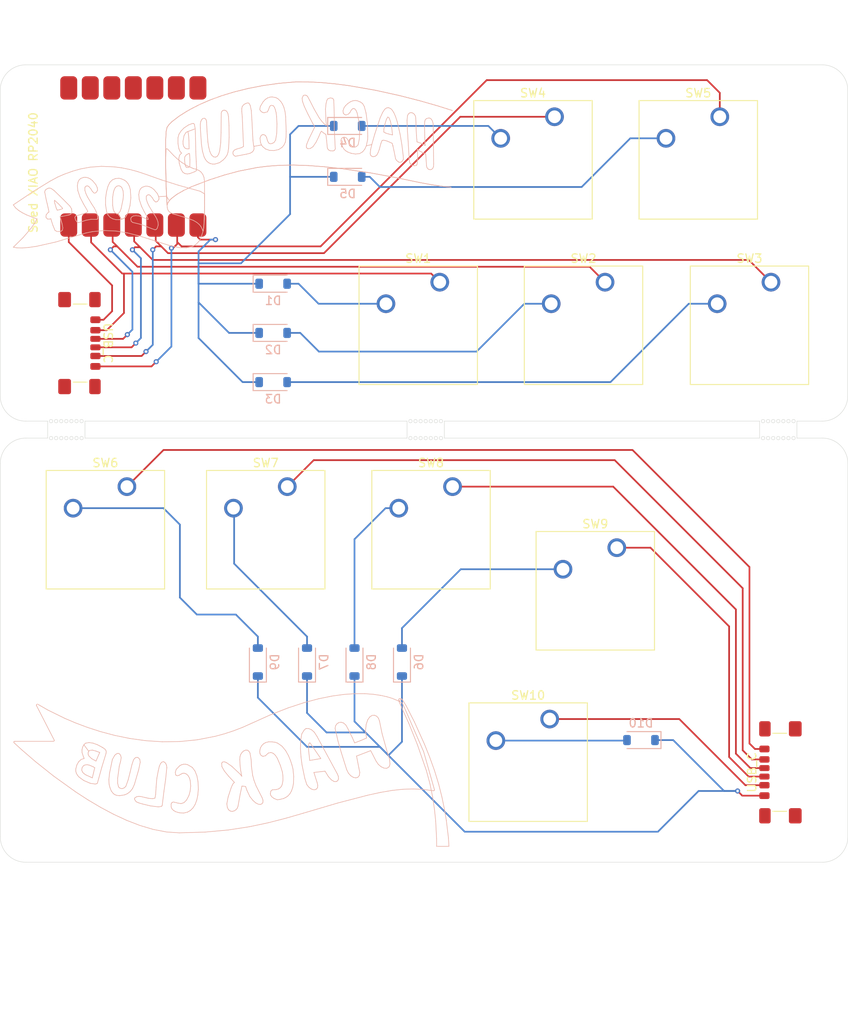
<source format=kicad_pcb>
(kicad_pcb (version 20240108) (generator "pcbnew") (generator_version "8.0")
  (layers (0 "F.Cu" signal) (31 "B.Cu" signal) (34 "B.Paste" user) (35 "F.Paste" user) (36 "B.SilkS" user "B.Silkscreen") (37 "F.SilkS" user "F.Silkscreen") (38 "B.Mask" user) (39 "F.Mask" user) (44 "Edge.Cuts" user))
  (net 0 "")
  (net 1 "Col5")
  (net 2 "Col4")
  (net 3 "Col2")
  (net 4 "Col3")
  (net 5 "Col1")
  (net 6 "Row2")
  (net 7 "Row1")
  (net 8 "Col5-B")
  (net 9 "Col4-B")
  (net 10 "Col3-B")
  (net 11 "Col1-B")
  (net 12 "Col2-B")
  (net 13 "Row2-B")
  (footprint "Button_Switch_Keyboard:SW_Cherry_MX_1.00u_PCB" (layer "F.Cu") (at 109.54 62.42)
    (property "Reference" "SW3")
    (property "Value" "SW_Cherry_MX_1.00u_PCB")
  )
  (footprint "Connector_USB:USB_C_Receptacle_GCT_USB4135-GF-A_6P_TopMnt_Horizontal" (layer "F.Cu") (at 26.8 69.6 -90)
    (property "Reference" "USB_C")
    (property "Value" "USB_C_Receptacle_GCT_USB4135-GF-A_6P_TopMnt_Horizontal")
  )
  (footprint "Button_Switch_Keyboard:SW_Cherry_MX_1.00u_PCB" (layer "F.Cu") (at 91.35 93.72)
    (property "Reference" "SW9")
    (property "Value" "SW_Cherry_MX_1.00u_PCB")
  )
  (footprint "Button_Switch_Keyboard:SW_Cherry_MX_1.00u_PCB" (layer "F.Cu") (at 70.46 62.42)
    (property "Reference" "SW1")
    (property "Value" "SW_Cherry_MX_1.00u_PCB")
  )
  (footprint "Button_Switch_Keyboard:SW_Cherry_MX_1.00u_PCB" (layer "F.Cu") (at 71.97 86.52)
    (property "Reference" "SW8")
    (property "Value" "SW_Cherry_MX_1.00u_PCB")
  )
  (footprint "Button_Switch_Keyboard:SW_Cherry_MX_1.00u_PCB" (layer "F.Cu") (at 89.96 62.42)
    (property "Reference" "SW2")
    (property "Value" "SW_Cherry_MX_1.00u_PCB")
  )
  (footprint "Connector_USB:USB_C_Receptacle_GCT_USB4135-GF-A_6P_TopMnt_Horizontal" (layer "F.Cu") (at 111.8 120.2 90)
    (property "Reference" "USB_C")
    (property "Value" "USB_C_Receptacle_GCT_USB4135-GF-A_6P_TopMnt_Horizontal")
  )
  (footprint "Button_Switch_Keyboard:SW_Cherry_MX_1.00u_PCB" (layer "F.Cu") (at 84 42.92)
    (property "Reference" "SW4")
    (property "Value" "SW_Cherry_MX_1.00u_PCB")
  )
  (footprint "Button_Switch_Keyboard:SW_Cherry_MX_1.00u_PCB" (layer "F.Cu") (at 83.43 113.92)
    (property "Reference" "SW10")
    (property "Value" "SW_Cherry_MX_1.00u_PCB")
  )
  (footprint "Button_Switch_Keyboard:SW_Cherry_MX_1.00u_PCB" (layer "F.Cu") (at 52.47 86.52)
    (property "Reference" "SW7")
    (property "Value" "SW_Cherry_MX_1.00u_PCB")
  )
  (footprint "XIAO_PCB:MOUDLE14P-SMD-2.54-21X17.8MM" (layer "F.Cu") (at 44.805 56.5175 90)
    (property "Reference" "Seed XIAO RP2040")
    (property "Value" "MOUDLE14P-SMD-2.54-21X17.8MM")
  )
  (footprint "Button_Switch_Keyboard:SW_Cherry_MX_1.00u_PCB" (layer "F.Cu") (at 103.5 42.92)
    (property "Reference" "SW5")
    (property "Value" "SW_Cherry_MX_1.00u_PCB")
  )
  (footprint "Button_Switch_Keyboard:SW_Cherry_MX_1.00u_PCB" (layer "F.Cu") (at 33.55 86.52)
    (property "Reference" "SW6")
    (property "Value" "SW_Cherry_MX_1.00u_PCB")
  )
  (footprint "Diode_SMD:D_SOD-123" (layer "B.Cu") (at 60.4 107.2 90)
    (property "Reference" "D8")
    (property "Value" "1N4148W")
  )
  (footprint "Diode_SMD:D_SOD-123" (layer "B.Cu") (at 54.8 107.2 90)
    (property "Reference" "D7")
    (property "Value" "1N4148W")
  )
  (footprint "Diode_SMD:D_SOD-123" (layer "B.Cu") (at 59.6 44)
    (property "Reference" "D4")
    (property "Value" "1N4148W")
  )
  (footprint "Diode_SMD:D_SOD-123" (layer "B.Cu") (at 94.2 116.4 180)
    (property "Reference" "D10")
    (property "Value" "1N4148W")
  )
  (footprint "Diode_SMD:D_SOD-123" (layer "B.Cu") (at 49 107.2 90)
    (property "Reference" "D9")
    (property "Value" "1N4148W")
  )
  (footprint "Diode_SMD:D_SOD-123" (layer "B.Cu") (at 66 107.2 90)
    (property "Reference" "D6")
    (property "Value" "1N4148W")
  )
  (footprint "Diode_SMD:D_SOD-123" (layer "B.Cu") (at 59.6 50)
    (property "Reference" "D5")
    (property "Value" "1N4148W")
  )
  (footprint "Diode_SMD:D_SOD-123" (layer "B.Cu") (at 50.8 62.6)
    (property "Reference" "D1")
    (property "Value" "1N4148W")
  )
  (footprint "Diode_SMD:D_SOD-123" (layer "B.Cu") (at 50.8 68.4)
    (property "Reference" "D2")
    (property "Value" "1N4148W")
  )
  (footprint "Diode_SMD:D_SOD-123" (layer "B.Cu") (at 50.8 74.2)
    (property "Reference" "D3")
    (property "Value" "1N4148W")
  )
  (gr_line (start 27.889513 55.388155) (end 28.707074 55.121466) (stroke (width 0.074)) (layer "B.SilkS"))
  (gr_line (start 29.671433 51.913459) (end 29.802835 51.905949) (stroke (width 0.074)) (layer "B.SilkS"))
  (gr_line (start 41.127521 41.986248) (end 40.56555 42.30517) (stroke (width 0.074)) (layer "B.SilkS"))
  (gr_line (start 52.846525 118.800801) (end 53.014308 119.310186) (stroke (width 0.074)) (layer "B.SilkS"))
  (gr_line (start 65.60396 111.657448) (end 65.666851 111.897302) (stroke (width 0.074)) (layer "B.SilkS"))
  (gr_line (start 32.566316 121.931217) (end 32.455001 121.485206) (stroke (width 0.074)) (layer "B.SilkS"))
  (gr_line (start 54.216197 40.733169) (end 54.360589 40.423571) (stroke (width 0.074)) (layer "B.SilkS"))
  (gr_line (start 44.812854 42.2221) (end 44.93773 42.154604) (stroke (width 0.074)) (layer "B.SilkS"))
  (gr_line (start 45.03703 120.033923) (end 44.751612 119.522771) (stroke (width 0.074)) (layer "B.SilkS"))
  (gr_line (start 35.835693 52.330956) (end 35.89015 52.21823) (stroke (width 0.074)) (layer "B.SilkS"))
  (gr_line (start 21.72448 54.4924) (end 21.240743 54.251828) (stroke (width 0.074)) (layer "B.SilkS"))
  (gr_line (start 37.254764 119.992617) (end 37.077882 120.914835) (stroke (width 0.074)) (layer "B.SilkS"))
  (gr_line (start 69.315114 43.08895) (end 69.460084 43.198146) (stroke (width 0.074)) (layer "B.SilkS"))
  (gr_line (start 63.349336 114.159608) (end 63.653608 115.639112) (stroke (width 0.074)) (layer "B.SilkS"))
  (gr_line (start 42.291164 49.435993) (end 42.493933 49.701171) (stroke (width 0.074)) (layer "B.SilkS"))
  (gr_line (start 66.737178 42.613239) (end 66.866604 42.486262) (stroke (width 0.074)) (layer "B.SilkS"))
  (gr_line (start 47.335362 41.491872) (end 47.536509 41.366444) (stroke (width 0.074)) (layer "B.SilkS"))
  (gr_line (start 50.406371 41.692861) (end 50.349327 41.819822) (stroke (width 0.074)) (layer "B.SilkS"))
  (gr_line (start 49.922579 116.689605) (end 50.271397 116.603973) (stroke (width 0.074)) (layer "B.SilkS"))
  (gr_line (start 41.574078 120.038941) (end 41.803095 120.601634) (stroke (width 0.074)) (layer "B.SilkS"))
  (gr_line (start 29.887605 54.026395) (end 29.700663 53.665779) (stroke (width 0.074)) (layer "B.SilkS"))
  (gr_line (start 41.803095 120.601634) (end 41.941197 121.319306) (stroke (width 0.074)) (layer "B.SilkS"))
  (gr_line (start 38.011825 119.018966) (end 37.856639 118.947354) (stroke (width 0.074)) (layer "B.SilkS"))
  (gr_line (start 37.688846 118.985384) (end 37.522941 119.156585) (stroke (width 0.074)) (layer "B.SilkS"))
  (gr_line (start 43.102586 45.88615) (end 43.197346 46.495953) (stroke (width 0.074)) (layer "B.SilkS"))
  (gr_line (start 60.858866 46.08912) (end 60.959974 45.567977) (stroke (width 0.074)) (layer "B.SilkS"))
  (gr_line (start 53.110481 121.982323) (end 52.966423 122.394654) (stroke (width 0.074)) (layer "B.SilkS"))
  (gr_line (start 41.4408 49.044516) (end 41.633988 49.076177) (stroke (width 0.074)) (layer "B.SilkS"))
  (gr_line (start 55.713994 44.120371) (end 55.479044 43.70919) (stroke (width 0.074)) (layer "B.SilkS"))
  (gr_line (start 39.72503 48.397491) (end 39.943003 49.122845) (stroke (width 0.074)) (layer "B.SilkS"))
  (gr_line (start 32.745058 54.063197) (end 32.630323 54.242757) (stroke (width 0.074)) (layer "B.SilkS"))
  (gr_line (start 42.91083 43.310376) (end 42.948402 43.532996) (stroke (width 0.074)) (layer "B.SilkS"))
  (gr_line (start 35.231552 123.063898) (end 34.962267 123.029477) (stroke (width 0.074)) (layer "B.SilkS"))
  (gr_line (start 54.444829 111.987738) (end 52.556068 112.609243) (stroke (width 0.074)) (layer "B.SilkS"))
  (gr_line (start 60.554889 120.854197) (end 60.261465 120.792485) (stroke (width 0.074)) (layer "B.SilkS"))
  (gr_line (start 69.977431 125.942174) (end 70.086851 128.020906) (stroke (width 0.074)) (layer "B.SilkS"))
  (gr_line (start 63.190012 47.140758) (end 63.324159 46.77334) (stroke (width 0.074)) (layer "B.SilkS"))
  (gr_line (start 55.126619 41.007265) (end 55.643033 42.018054) (stroke (width 0.074)) (layer "B.SilkS"))
  (gr_line (start 47.097093 120.66407) (end 46.974675 119.996257) (stroke (width 0.074)) (layer "B.SilkS"))
  (gr_line (start 59.190475 111.013839) (end 57.758724 111.207786) (stroke (width 0.074)) (layer "B.SilkS"))
  (gr_line (start 67.706212 48.652945) (end 67.494824 48.69301) (stroke (width 0.074)) (layer "B.SilkS"))
  (gr_line (start 29.902363 118.874107) (end 29.391128 118.591788) (stroke (width 0.074)) (layer "B.SilkS"))
  (gr_line (start 55.643033 42.018054) (end 56.232845 43.043523) (stroke (width 0.074)) (layer "B.SilkS"))
  (gr_line (start 31.935093 53.82549) (end 31.866643 53.351908) (stroke (width 0.074)) (layer "B.SilkS"))
  (gr_line (start 45.965676 121.741651) (end 46.089876 121.520646) (stroke (width 0.074)) (layer "B.SilkS"))
  (gr_line (start 55.004692 121.944534) (end 55.259301 122.143594) (stroke (width 0.074)) (layer "B.SilkS"))
  (gr_line (start 55.987409 115.985258) (end 55.987409 115.985262) (stroke (width 0.074)) (layer "B.SilkS"))
  (gr_line (start 47.712576 122.336868) (end 47.550839 121.867092) (stroke (width 0.074)) (layer "B.SilkS"))
  (gr_line (start 38.11972 121.000847) (end 38.256824 119.656368) (stroke (width 0.074)) (layer "B.SilkS"))
  (gr_line (start 23.995633 54.762496) (end 24.161393 54.973359) (stroke (width 0.074)) (layer "B.SilkS"))
  (gr_line (start 61.62013 110.929249) (end 60.476507 110.92691) (stroke (width 0.074)) (layer "B.SilkS"))
  (gr_line (start 45.843441 122.040073) (end 45.965676 121.741651) (stroke (width 0.074)) (layer "B.SilkS"))
  (gr_line (start 31.026362 53.296561) (end 31.161793 54.144892) (stroke (width 0.074)) (layer "B.SilkS"))
  (gr_line (start 55.04803 116.767103) (end 55.099211 116.731588) (stroke (width 0.074)) (layer "B.SilkS"))
  (gr_line (start 69.834409 122.251367) (end 68.555567 117.760788) (stroke (width 0.074)) (layer "B.SilkS"))
  (gr_line (start 60.293664 46.482817) (end 60.459645 46.492794) (stroke (width 0.074)) (layer "B.SilkS"))
  (gr_line (start 48.32409 47.086127) (end 48.065809 47.228325) (stroke (width 0.074)) (layer "B.SilkS"))
  (gr_line (start 45.081304 42.142864) (end 45.228091 42.199041) (stroke (width 0.074)) (layer "B.SilkS"))
  (gr_line (start 29.065879 118.278496) (end 28.97737 118.090369) (stroke (width 0.074)) (layer "B.SilkS"))
  (gr_line (start 59.872576 46.145886) (end 60.137663 46.41112) (stroke (width 0.074)) (layer "B.SilkS"))
  (gr_line (start 41.671316 46.998333) (end 41.646372 45.510461) (stroke (width 0.074)) (layer "B.SilkS"))
  (gr_line (start 65.423257 50.119382) (end 68.07821 50.669593) (stroke (width 0.074)) (layer "B.SilkS"))
  (gr_line (start 65.045913 42.445428) (end 64.856317 42.14482) (stroke (width 0.074)) (layer "B.SilkS"))
  (gr_line (start 46.231569 39.984261) (end 44.73317 40.439209) (stroke (width 0.074)) (layer "B.SilkS"))
  (gr_line (start 65.957641 111.544577) (end 65.67654 111.823912) (stroke (width 0.074)) (layer "B.SilkS"))
  (gr_line (start 58.169836 114.715039) (end 58.326003 114.483651) (stroke (width 0.074)) (layer "B.SilkS"))
  (gr_line (start 30.437401 115.402684) (end 28.889089 114.903325) (stroke (width 0.074)) (layer "B.SilkS"))
  (gr_line (start 51.752251 121.884625) (end 51.860504 121.669596) (stroke (width 0.074)) (layer "B.SilkS"))
  (gr_line (start 34.471391 123.410743) (end 34.580098 123.601213) (stroke (width 0.074)) (layer "B.SilkS"))
  (gr_line (start 29.898089 117.697545) (end 30.336925 117.856405) (stroke (width 0.074)) (layer "B.SilkS"))
  (gr_line (start 70.668788 51.102771) (end 71.798262 51.22759) (stroke (width 0.074)) (layer "B.SilkS"))
  (gr_line (start 39.437616 52.066888) (end 40.269042 51.592413) (stroke (width 0.074)) (layer "B.SilkS"))
  (gr_line (start 43.200715 48.344978) (end 42.992894 48.178445) (stroke (width 0.074)) (layer "B.SilkS"))
  (gr_line (start 45.546619 46.615021) (end 45.473158 47.105591) (stroke (width 0.074)) (layer "B.SilkS"))
  (gr_line (start 66.139891 47.458585) (end 65.990601 46.217771) (stroke (width 0.074)) (layer "B.SilkS"))
  (gr_line (start 38.124575 45.619694) (end 38.114792 48.491403) (stroke (width 0.074)) (layer "B.SilkS"))
  (gr_line (start 36.122949 57.314712) (end 34.868404 56.928501) (stroke (width 0.074)) (layer "B.SilkS"))
  (gr_line (start 33.204084 54.886505) (end 33.403623 54.732267) (stroke (width 0.074)) (layer "B.SilkS"))
  (gr_line (start 29.485427 117.584513) (end 29.898089 117.697545) (stroke (width 0.074)) (layer "B.SilkS"))
  (gr_line (start 32.489133 54.337605) (end 32.353563 54.355357) (stroke (width 0.074)) (layer "B.SilkS"))
  (gr_line (start 65.24469 42.895172) (end 65.045913 42.445428) (stroke (width 0.074)) (layer "B.SilkS"))
  (gr_line (start 48.922487 48.900109) (end 50.202587 48.741681) (stroke (width 0.074)) (layer "B.SilkS"))
  (gr_line (start 48.065809 47.228325) (end 47.676743 47.321537) (stroke (width 0.074)) (layer "B.SilkS"))
  (gr_line (start 28.076132 49.069195) (end 29.199021 48.86218) (stroke (width 0.074)) (layer "B.SilkS"))
  (gr_line (start 31.553545 122.018745) (end 31.707159 122.403429) (stroke (width 0.074)) (layer "B.SilkS"))
  (gr_line (start 43.52178 47.420962) (end 43.770727 47.644621) (stroke (width 0.074)) (layer "B.SilkS"))
  (gr_line (start 58.762384 49.018975) (end 62.27913 49.535219) (stroke (width 0.074)) (layer "B.SilkS"))
  (gr_line (start 39.546122 123.821614) (end 39.935985 123.890561) (stroke (width 0.074)) (layer "B.SilkS"))
  (gr_line (start 46.085806 47.021595) (end 46.208324 46.861442) (stroke (width 0.074)) (layer "B.SilkS"))
  (gr_line (start 69.481339 50.930231) (end 70.668788 51.102771) (stroke (width 0.074)) (layer "B.SilkS"))
  (gr_line (start 48.758237 123.812723) (end 48.41761 123.517372) (stroke (width 0.074)) (layer "B.SilkS"))
  (gr_line (start 52.77827 122.728638) (end 52.54946 122.980195) (stroke (width 0.074)) (layer "B.SilkS"))
  (gr_line (start 38.86155 43.493671) (end 38.522162 43.831239) (stroke (width 0.074)) (layer "B.SilkS"))
  (gr_line (start 36.470448 51.288346) (end 36.204602 51.160586) (stroke (width 0.074)) (layer "B.SilkS"))
  (gr_line (start 47.120981 121.81883) (end 46.922411 122.733617) (stroke (width 0.074)) (layer "B.SilkS"))
  (gr_line (start 42.493933 49.701171) (end 42.640949 50.064782) (stroke (width 0.074)) (layer "B.SilkS"))
  (gr_line (start 51.153587 42.443431) (end 51.054177 42.06454) (stroke (width 0.074)) (layer "B.SilkS"))
  (gr_line (start 30.540334 48.76117) (end 32.091811 48.82777) (stroke (width 0.074)) (layer "B.SilkS"))
  (gr_line (start 24.966207 116.49453) (end 24.884256 116.541866) (stroke (width 0.074)) (layer "B.SilkS"))
  (gr_line (start 55.180319 46.662894) (end 54.888006 46.67788) (stroke (width 0.074)) (layer "B.SilkS"))
  (gr_line (start 39.571005 46.048885) (end 39.67547 46.665636) (stroke (width 0.074)) (layer "B.SilkS"))
  (gr_line (start 58.364122 120.367242) (end 55.987409 115.985258) (stroke (width 0.074)) (layer "B.SilkS"))
  (gr_line (start 33.491018 50.569167) (end 33.286148 50.407711) (stroke (width 0.074)) (layer "B.SilkS"))
  (gr_line (start 41.856278 116.36464) (end 39.770344 116.572465) (stroke (width 0.074)) (layer "B.SilkS"))
  (gr_line (start 32.137878 122.840305) (end 32.358973 122.919864) (stroke (width 0.074)) (layer "B.SilkS"))
  (gr_line (start 37.73868 116.599434) (end 35.775421 116.470743) (stroke (width 0.074)) (layer "B.SilkS"))
  (gr_line (start 30.336925 117.856405) (end 30.336921 117.856404) (stroke (width 0.074)) (layer "B.SilkS"))
  (gr_line (start 28.217946 119.937564) (end 28.260258 119.658781) (stroke (width 0.074)) (layer "B.SilkS"))
  (gr_line (start 50.699746 116.61629) (end 51.026018 116.654275) (stroke (width 0.074)) (layer "B.SilkS"))
  (gr_line (start 56.790396 43.72495) (end 57.084548 43.963713) (stroke (width 0.074)) (layer "B.SilkS"))
  (gr_line (start 29.605615 120.276397) (end 29.467313 120.85165) (stroke (width 0.074)) (layer "B.SilkS"))
  (gr_line (start 69.81266 122.343707) (end 69.834409 122.251367) (stroke (width 0.074)) (layer "B.SilkS"))
  (gr_line (start 48.101378 41.592203) (end 48.222674 42.195488) (stroke (width 0.074)) (layer "B.SilkS"))
  (gr_line (start 33.230265 122.037096) (end 32.993423 122.120218) (stroke (width 0.074)) (layer "B.SilkS"))
  (gr_line (start 32.582115 117.976896) (end 32.430596 117.975631) (stroke (width 0.074)) (layer "B.SilkS"))
  (gr_line (start 61.015198 44.707258) (end 60.931845 43.513386) (stroke (width 0.074)) (layer "B.SilkS"))
  (gr_line (start 37.319407 52.656863) (end 37.331028 52.574112) (stroke (width 0.074)) (layer "B.SilkS"))
  (gr_line (start 22.888223 58.190419) (end 21.968491 58.326287) (stroke (width 0.074)) (layer "B.SilkS"))
  (gr_line (start 40.463759 119.245474) (end 40.720924 119.306054) (stroke (width 0.074)) (layer "B.SilkS"))
  (gr_line (start 40.34865 47.96719) (end 40.381074 47.645819) (stroke (width 0.074)) (layer "B.SilkS"))
  (gr_line (start 50.508353 113.408767) (end 48.298375 114.40406) (stroke (width 0.074)) (layer "B.SilkS"))
  (gr_line (start 34.330007 118.728647) (end 34.142841 119.287647) (stroke (width 0.074)) (layer "B.SilkS"))
  (gr_line (start 32.214385 54.292343) (end 32.062373 54.144892) (stroke (width 0.074)) (layer "B.SilkS"))
  (gr_line (start 41.603544 44.340627) (end 41.509324 43.816897) (stroke (width 0.074)) (layer "B.SilkS"))
  (gr_line (start 61.776122 115.816245) (end 61.69186 115.321082) (stroke (width 0.074)) (layer "B.SilkS"))
  (gr_line (start 34.434951 121.616968) (end 34.935223 119.902045) (stroke (width 0.074)) (layer "B.SilkS"))
  (gr_line (start 41.127521 41.986248) (end 40.56555 42.30517) (stroke (width 0.074)) (layer "B.SilkS"))
  (gr_line (start 54.086389 118.382212) (end 54.210528 119.320866) (stroke (width 0.074)) (layer "B.SilkS"))
  (gr_line (start 36.918031 52.960337) (end 37.049578 52.952848) (stroke (width 0.074)) (layer "B.SilkS"))
  (gr_line (start 42.463506 56.221033) (end 42.272916 55.842144) (stroke (width 0.074)) (layer "B.SilkS"))
  (gr_line (start 33.274384 122.861188) (end 33.604699 122.71731) (stroke (width 0.074)) (layer "B.SilkS"))
  (gr_line (start 39.67547 46.665636) (end 39.8194 47.010728) (stroke (width 0.074)) (layer "B.SilkS"))
  (gr_line (start 45.154262 47.748922) (end 44.924664 47.997018) (stroke (width 0.074)) (layer "B.SilkS"))
  (gr_line (start 32.110648 115.847171) (end 30.437401 115.402684) (stroke (width 0.074)) (layer "B.SilkS"))
  (gr_line (start 64.319047 41.858968) (end 64.160569 41.887113) (stroke (width 0.074)) (layer "B.SilkS"))
  (gr_line (start 27.642113 119.332634) (end 27.518603 119.802278) (stroke (width 0.074)) (layer "B.SilkS"))
  (gr_line (start 42.640949 50.064782) (end 42.703647 50.542313) (stroke (width 0.074)) (layer "B.SilkS"))
  (gr_line (start 32.062373 54.144892) (end 31.935093 53.82549) (stroke (width 0.074)) (layer "B.SilkS"))
  (gr_line (start 67.649931 43.558674) (end 67.657261 44.090993) (stroke (width 0.074)) (layer "B.SilkS"))
  (gr_line (start 28.46918 116.954667) (end 28.323451 117.229) (stroke (width 0.074)) (layer "B.SilkS"))
  (gr_line (start 35.064591 118.666174) (end 34.863954 118.462667) (stroke (width 0.074)) (layer "B.SilkS"))
  (gr_line (start 29.199021 48.86218) (end 30.540334 48.76117) (stroke (width 0.074)) (layer "B.SilkS"))
  (gr_line (start 25.877083 55.453156) (end 25.825283 55.293783) (stroke (width 0.074)) (layer "B.SilkS"))
  (gr_line (start 27.518603 119.802278) (end 27.515797 120.052091) (stroke (width 0.074)) (layer "B.SilkS"))
  (gr_line (start 66.119365 122.197499) (end 67.322836 122.159518) (stroke (width 0.074)) (layer "B.SilkS"))
  (gr_line (start 55.325768 115.178315) (end 55.003607 115.048364) (stroke (width 0.074)) (layer "B.SilkS"))
  (gr_line (start 41.606036 123.969509) (end 41.356324 124.381481) (stroke (width 0.074)) (layer "B.SilkS"))
  (gr_line (start 40.928751 47.283464) (end 40.958522 47.451879) (stroke (width 0.074)) (layer "B.SilkS"))
  (gr_line (start 62.299934 46.789227) (end 62.257707 47.232357) (stroke (width 0.074)) (layer "B.SilkS"))
  (gr_line (start 64.924755 46.324235) (end 64.921945 46.305021) (stroke (width 0.074)) (layer "B.SilkS"))
  (gr_line (start 39.985561 119.312804) (end 40.218419 119.248518) (stroke (width 0.074)) (layer "B.SilkS"))
  (gr_line (start 36.871979 56.240152) (end 37.011156 56.202027) (stroke (width 0.074)) (layer "B.SilkS"))
  (gr_line (start 38.120912 47.860741) (end 38.171073 46.724394) (stroke (width 0.074)) (layer "B.SilkS"))
  (gr_line (start 66.169269 47.928485) (end 66.139891 47.458585) (stroke (width 0.074)) (layer "B.SilkS"))
  (gr_line (start 47.536509 41.366444) (end 47.813828 41.281398) (stroke (width 0.074)) (layer "B.SilkS"))
  (gr_line (start 61.780025 114.557563) (end 61.961685 114.011536) (stroke (width 0.074)) (layer "B.SilkS"))
  (gr_line (start 39.63309 50.994622) (end 42.214174 51.707258) (stroke (width 0.074)) (layer "B.SilkS"))
  (gr_line (start 33.845196 49.123585) (end 34.795024 49.3767) (stroke (width 0.074)) (layer "B.SilkS"))
  (gr_line (start 25.312648 56.443665) (end 25.667293 56.439847) (stroke (width 0.074)) (layer "B.SilkS"))
  (gr_line (start 25.910753 54.65971) (end 26.707363 54.501017) (stroke (width 0.074)) (layer "B.SilkS"))
  (gr_line (start 21.201219 58.387127) (end 20.592487 58.375923) (stroke (width 0.074)) (layer "B.SilkS"))
  (gr_line (start 36.546033 52.470864) (end 36.706321 52.744974) (stroke (width 0.074)) (layer "B.SilkS"))
  (gr_line (start 65.739088 111.507489) (end 65.636732 111.558384) (stroke (width 0.074)) (layer "B.SilkS"))
  (gr_line (start 49.602334 123.484212) (end 49.596786 123.727661) (stroke (width 0.074)) (layer "B.SilkS"))
  (gr_line (start 61.110463 116.465774) (end 61.814415 116.162595) (stroke (width 0.074)) (layer "B.SilkS"))
  (gr_line (start 55.166748 116.74842) (end 56.42412 118.577541) (stroke (width 0.074)) (layer "B.SilkS"))
  (gr_line (start 60.475638 41.000899) (end 60.712786 41.025622) (stroke (width 0.074)) (layer "B.SilkS"))
  (gr_line (start 45.970852 124.803914) (end 45.739891 124.764887) (stroke (width 0.074)) (layer "B.SilkS"))
  (gr_line (start 25.160752 57.681668) (end 22.888223 58.190419) (stroke (width 0.074)) (layer "B.SilkS"))
  (gr_line (start 45.539438 120.65029) (end 45.03703 120.033923) (stroke (width 0.074)) (layer "B.SilkS"))
  (gr_line (start 63.03659 47.429244) (end 63.190012 47.140758) (stroke (width 0.074)) (layer "B.SilkS"))
  (gr_line (start 49.720336 42.445122) (end 49.516902 42.396632) (stroke (width 0.074)) (layer "B.SilkS"))
  (gr_line (start 48.203324 118.687752) (end 48.24776 119.53215) (stroke (width 0.074)) (layer "B.SilkS"))
  (gr_line (start 24.038553 52.744183) (end 24.148443 53.189034) (stroke (width 0.074)) (layer "B.SilkS"))
  (gr_line (start 57.237349 46.679715) (end 57.192218 46.557968) (stroke (width 0.074)) (layer "B.SilkS"))
  (gr_line (start 49.311543 123.985713) (end 49.061087 123.962541) (stroke (width 0.074)) (layer "B.SilkS"))
  (gr_line (start 35.273381 53.469383) (end 35.603763 54.135078) (stroke (width 0.074)) (layer "B.SilkS"))
  (gr_line (start 25.788653 56.416352) (end 25.938503 56.294178) (stroke (width 0.074)) (layer "B.SilkS"))
  (gr_line (start 38.288548 44.159517) (end 38.182928 44.628156) (stroke (width 0.074)) (layer "B.SilkS"))
  (gr_line (start 32.925288 54.997036) (end 33.204084 54.886505) (stroke (width 0.074)) (layer "B.SilkS"))
  (gr_line (start 50.828995 41.624018) (end 50.634276 41.57476) (stroke (width 0.074)) (layer "B.SilkS"))
  (gr_line (start 62.693966 47.618906) (end 62.885471 47.550233) (stroke (width 0.074)) (layer "B.SilkS"))
  (gr_line (start 49.419295 46.243473) (end 49.304877 45.927302) (stroke (width 0.074)) (layer "B.SilkS"))
  (gr_line (start 50.497378 41.60444) (end 50.406371 41.692861) (stroke (width 0.074)) (layer "B.SilkS"))
  (gr_line (start 66.864314 48.04596) (end 66.727266 45.813972) (stroke (width 0.074)) (layer "B.SilkS"))
  (gr_line (start 34.453739 123.301404) (end 34.471391 123.410743) (stroke (width 0.074)) (layer "B.SilkS"))
  (gr_line (start 63.533763 119.540298) (end 63.205994 119.259396) (stroke (width 0.074)) (layer "B.SilkS"))
  (gr_line (start 58.420633 121.186639) (end 58.513046 120.971383) (stroke (width 0.074)) (layer "B.SilkS"))
  (gr_line (start 69.835879 119.980808) (end 69.264072 118.399219) (stroke (width 0.074)) (layer "B.SilkS"))
  (gr_line (start 40.862819 122.941629) (end 41.008814 122.427703) (stroke (width 0.074)) (layer "B.SilkS"))
  (gr_line (start 32.430596 117.975631) (end 32.269336 118.050801) (stroke (width 0.074)) (layer "B.SilkS"))
  (gr_line (start 29.297218 55.011199) (end 29.876783 55.016723) (stroke (width 0.074)) (layer "B.SilkS"))
  (gr_line (start 38.553708 52.813631) (end 38.789741 52.561326) (stroke (width 0.074)) (layer "B.SilkS"))
  (gr_line (start 51.632054 48.640385) (end 53.22351 48.612054) (stroke (width 0.074)) (layer "B.SilkS"))
  (gr_line (start 20.220129 116.703462) (end 21.144106 117.548878) (stroke (width 0.074)) (layer "B.SilkS"))
  (gr_line (start 58.915347 46.305422) (end 58.817295 45.941215) (stroke (width 0.074)) (layer "B.SilkS"))
  (gr_line (start 37.522941 119.156585) (end 37.373416 119.484486) (stroke (width 0.074)) (layer "B.SilkS"))
  (gr_line (start 62.282024 47.403387) (end 62.351313 47.507536) (stroke (width 0.074)) (layer "B.SilkS"))
  (gr_line (start 38.86155 43.493671) (end 38.522162 43.831239) (stroke (width 0.074)) (layer "B.SilkS"))
  (gr_line (start 40.269042 51.592413) (end 41.22299 51.145589) (stroke (width 0.074)) (layer "B.SilkS"))
  (gr_line (start 47.2158 114.888478) (end 46.134427 115.305635) (stroke (width 0.074)) (layer "B.SilkS"))
  (gr_line (start 64.420611 41.846427) (end 64.319047 41.858968) (stroke (width 0.074)) (layer "B.SilkS"))
  (gr_line (start 61.556528 41.711197) (end 61.763943 42.483047) (stroke (width 0.074)) (layer "B.SilkS"))
  (gr_line (start 54.774194 46.137019) (end 54.999339 45.579022) (stroke (width 0.074)) (layer "B.SilkS"))
  (gr_line (start 68.90055 48.711664) (end 68.802651 47.301964) (stroke (width 0.074)) (layer "B.SilkS"))
  (gr_line (start 36.063087 54.98222) (end 36.031298 55.029909) (stroke (width 0.074)) (layer "B.SilkS"))
  (gr_line (start 45.271864 119.040999) (end 45.918625 119.488106) (stroke (width 0.074)) (layer "B.SilkS"))
  (gr_line (start 35.004137 52.672161) (end 35.273381 53.469383) (stroke (width 0.074)) (layer "B.SilkS"))
  (gr_line (start 54.722344 46.498305) (end 54.715401 46.339573) (stroke (width 0.074)) (layer "B.SilkS"))
  (gr_line (start 42.72322 52.020537) (end 42.696317 54.976991) (stroke (width 0.074)) (layer "B.SilkS"))
  (gr_line (start 34.456387 118.558193) (end 34.330007 118.728647) (stroke (width 0.074)) (layer "B.SilkS"))
  (gr_line (start 28.418814 118.364223) (end 28.507838 118.564691) (stroke (width 0.074)) (layer "B.SilkS"))
  (gr_line (start 48.24776 119.53215) (end 48.381917 120.541533) (stroke (width 0.074)) (layer "B.SilkS"))
  (gr_line (start 21.144106 117.548878) (end 22.755315 118.935622) (stroke (width 0.074)) (layer "B.SilkS"))
  (gr_line (start 32.242332 55.044298) (end 32.595337 55.05319) (stroke (width 0.074)) (layer "B.SilkS"))
  (gr_line (start 28.149965 118.685423) (end 27.856978 118.950877) (stroke (width 0.074)) (layer "B.SilkS"))
  (gr_line (start 27.179921 49.32061) (end 28.076132 49.069195) (stroke (width 0.074)) (layer "B.SilkS"))
  (gr_line (start 35.8378 52.635294) (end 35.835693 52.330956) (stroke (width 0.074)) (layer "B.SilkS"))
  (gr_line (start 27.445829 54.691839) (end 27.414208 54.813395) (stroke (width 0.074)) (layer "B.SilkS"))
  (gr_line (start 32.360752 51.095052) (end 32.600723 51.051359) (stroke (width 0.074)) (layer "B.SilkS"))
  (gr_line (start 33.100084 51.662003) (end 33.132222 52.148578) (stroke (width 0.074)) (layer "B.SilkS"))
  (gr_line (start 38.182928 44.628156) (end 38.124575 45.619694) (stroke (width 0.074)) (layer "B.SilkS"))
  (gr_line (start 57.880979 40.81625) (end 57.955824 40.958314) (stroke (width 0.074)) (layer "B.SilkS"))
  (gr_line (start 58.11113 115.003742) (end 58.169836 114.715039) (stroke (width 0.074)) (layer "B.SilkS"))
  (gr_line (start 51.37415 122.183448) (end 51.597256 122.05603) (stroke (width 0.074)) (layer "B.SilkS"))
  (gr_line (start 63.792534 45.682864) (end 63.959264 45.700146) (stroke (width 0.074)) (layer "B.SilkS"))
  (gr_line (start 66.648937 42.818341) (end 66.737178 42.613239) (stroke (width 0.074)) (layer "B.SilkS"))
  (gr_line (start 48.475909 46.913872) (end 48.32409 47.086127) (stroke (width 0.074)) (layer "B.SilkS"))
  (gr_line (start 41.195491 58.245103) (end 40.537411 58.377645) (stroke (width 0.074)) (layer "B.SilkS"))
  (gr_line (start 68.899019 43.134214) (end 69.164867 43.056963) (stroke (width 0.074)) (layer "B.SilkS"))
  (gr_line (start 39.762652 47.44606) (end 39.667667 47.842844) (stroke (width 0.074)) (layer "B.SilkS"))
  (gr_line (start 41.196045 43.738568) (end 40.814279 43.885421) (stroke (width 0.074)) (layer "B.SilkS"))
  (gr_line (start 45.918625 119.488106) (end 46.903787 120.410138) (stroke (width 0.074)) (layer "B.SilkS"))
  (gr_line (start 69.724746 48.788219) (end 69.641191 48.992503) (stroke (width 0.074)) (layer "B.SilkS"))
  (gr_line (start 52.358504 125.596312) (end 54.394592 125.006455) (stroke (width 0.074)) (layer "B.SilkS"))
  (gr_line (start 60.017727 47.229993) (end 59.636412 47.096246) (stroke (width 0.074)) (layer "B.SilkS"))
  (gr_line (start 25.323563 53.932253) (end 25.213396 53.69956) (stroke (width 0.074)) (layer "B.SilkS"))
  (gr_line (start 29.700663 53.665779) (end 29.377335 53.174007) (stroke (width 0.074)) (layer "B.SilkS"))
  (gr_line (start 40.56555 42.30517) (end 39.715388 42.8416) (stroke (width 0.074)) (layer "B.SilkS"))
  (gr_line (start 65.893319 48.269145) (end 66.036571 48.15325) (stroke (width 0.074)) (layer "B.SilkS"))
  (gr_line (start 28.416624 54.353771) (end 27.539493 54.604987) (stroke (width 0.074)) (layer "B.SilkS"))
  (gr_line (start 59.076105 42.466519) (end 59.042454 42.22117) (stroke (width 0.074)) (layer "B.SilkS"))
  (gr_line (start 40.882803 47.23344) (end 40.928751 47.283464) (stroke (width 0.074)) (layer "B.SilkS"))
  (gr_line (start 34.334942 54.609701) (end 34.146259 54.699663) (stroke (width 0.074)) (layer "B.SilkS"))
  (gr_line (start 35.136333 51.433162) (end 35.020067 51.690757) (stroke (width 0.074)) (layer "B.SilkS"))
  (gr_line (start 55.003607 115.048364) (end 54.71075 115.035254) (stroke (width 0.074)) (layer "B.SilkS"))
  (gr_line (start 61.949508 45.604707) (end 61.794555 46.340149) (stroke (width 0.074)) (layer "B.SilkS"))
  (gr_line (start 31.968513 125.14172) (end 33.526343 125.864066) (stroke (width 0.074)) (layer "B.SilkS"))
  (gr_line (start 66.032353 111.599938) (end 66.032354 111.599911) (stroke (width 0.074)) (layer "B.SilkS"))
  (gr_line (start 28.893213 51.061915) (end 29.038687 51.129059) (stroke (width 0.074)) (layer "B.SilkS"))
  (gr_line (start 37.011156 56.202027) (end 37.123603 56.063634) (stroke (width 0.074)) (layer "B.SilkS"))
  (gr_line (start 51.892906 41.405517) (end 52.065692 41.794121) (stroke (width 0.074)) (layer "B.SilkS"))
  (gr_line (start 54.360589 40.423571) (end 54.466738 40.368347) (stroke (width 0.074)) (layer "B.SilkS"))
  (gr_line (start 35.249107 54.695227) (end 34.944302 54.609835) (stroke (width 0.074)) (layer "B.SilkS"))
  (gr_line (start 41.728373 48.184257) (end 41.671316 46.998333) (stroke (width 0.074)) (layer "B.SilkS"))
  (gr_line (start 28.877259 119.305448) (end 29.130135 119.35727) (stroke (width 0.074)) (layer "B.SilkS"))
  (gr_line (start 54.043553 116.497856) (end 54.02184 117.421094) (stroke (width 0.074)) (layer "B.SilkS"))
  (gr_line (start 31.141084 51.76877) (end 31.033218 52.497791) (stroke (width 0.074)) (layer "B.SilkS"))
  (gr_line (start 31.080537 117.985812) (end 31.106932 117.835335) (stroke (width 0.074)) (layer "B.SilkS"))
  (gr_line (start 51.962492 121.157978) (end 51.954622 120.619794) (stroke (width 0.074)) (layer "B.SilkS"))
  (gr_line (start 48.922487 48.900109) (end 50.202587 48.741681) (stroke (width 0.074)) (layer "B.SilkS"))
  (gr_line (start 38.959145 54.350455) (end 38.697042 54.228121) (stroke (width 0.074)) (layer "B.SilkS"))
  (gr_line (start 65.707929 40.41989) (end 62.831919 39.787201) (stroke (width 0.074)) (layer "B.SilkS"))
  (gr_line (start 56.497173 44.619612) (end 56.388109 44.785733) (stroke (width 0.074)) (layer "B.SilkS"))
  (gr_line (start 30.068199 121.470939) (end 30.579103 119.627163) (stroke (width 0.074)) (layer "B.SilkS"))
  (gr_line (start 30.696688 117.28437) (end 30.696688 117.284369) (stroke (width 0.074)) (layer "B.SilkS"))
  (gr_line (start 28.913685 54.117526) (end 28.815351 54.205351) (stroke (width 0.074)) (layer "B.SilkS"))
  (gr_line (start 49.261659 118.017225) (end 49.26166 118.017228) (stroke (width 0.074)) (layer "B.SilkS"))
  (gr_line (start 48.222674 42.195488) (end 48.293496 43.268668) (stroke (width 0.074)) (layer "B.SilkS"))
  (gr_line (start 63.959264 45.700146) (end 64.279864 45.794362) (stroke (width 0.074)) (layer "B.SilkS"))
  (gr_line (start 53.22351 48.612054) (end 54.989571 48.672518) (stroke (width 0.074)) (layer "B.SilkS"))
  (gr_line (start 64.934392 46.358653) (end 65.053238 46.900588) (stroke (width 0.074)) (layer "B.SilkS"))
  (gr_line (start 36.993015 121.939493) (end 36.939757 122.803395) (stroke (width 0.074)) (layer "B.SilkS"))
  (gr_line (start 61.352794 41.35969) (end 61.556528 41.711197) (stroke (width 0.074)) (layer "B.SilkS"))
  (gr_line (start 47.752541 117.589468) (end 47.93456 117.701399) (stroke (width 0.074)) (layer "B.SilkS"))
  (gr_line (start 58.01088 42.713104) (end 58.014543 44.394467) (stroke (width 0.074)) (layer "B.SilkS"))
  (gr_line (start 38.27878 53.028861) (end 38.292225 53.312757) (stroke (width 0.074)) (layer "B.SilkS"))
  (gr_line (start 59.610242 41.35969) (end 59.922415 41.149692) (stroke (width 0.074)) (layer "B.SilkS"))
  (gr_line (start 39.483015 47.880207) (end 40.028193 48.313054) (stroke (width 0.074)) (layer "B.SilkS"))
  (gr_line (start 40.958522 47.451879) (end 40.981921 47.989697) (stroke (width 0.074)) (layer "B.SilkS"))
  (gr_line (start 63.885699 119.703995) (end 63.533763 119.540298) (stroke (width 0.074)) (layer "B.SilkS"))
  (gr_line (start 20.148373 58.295656) (end 21.287695 57.172301) (stroke (width 0.074)) (layer "B.SilkS"))
  (gr_line (start 36.706321 52.744974) (end 36.918031 52.960337) (stroke (width 0.074)) (layer "B.SilkS"))
  (gr_line (start 38.789741 52.561326) (end 39.437616 52.066888) (stroke (width 0.074)) (layer "B.SilkS"))
  (gr_line (start 43.674866 48.496787) (end 43.4293 48.449792) (stroke (width 0.074)) (layer "B.SilkS"))
  (gr_line (start 64.163157 43.225227) (end 64.328815 42.945621) (stroke (width 0.074)) (layer "B.SilkS"))
  (gr_line (start 38.226411 119.397001) (end 38.139914 119.176692) (stroke (width 0.074)) (layer "B.SilkS"))
  (gr_line (start 57.955824 40.958314) (end 58.01088 42.713104) (stroke (width 0.074)) (layer "B.SilkS"))
  (gr_line (start 27.530205 122.526733) (end 28.954531 123.447855) (stroke (width 0.074)) (layer "B.SilkS"))
  (gr_line (start 29.231384 121.498643) (end 29.791531 121.57844) (stroke (width 0.074)) (layer "B.SilkS"))
  (gr_line (start 38.114792 48.491403) (end 38.189444 51.414505) (stroke (width 0.074)) (layer "B.SilkS"))
  (gr_line (start 40.587881 123.464867) (end 40.862819 122.941629) (stroke (width 0.074)) (layer "B.SilkS"))
  (gr_line (start 31.957016 51.821074) (end 32.046928 51.520636) (stroke (width 0.074)) (layer "B.SilkS"))
  (gr_line (start 42.274444 57.196777) (end 42.032114 57.618417) (stroke (width 0.074)) (layer "B.SilkS"))
  (gr_line (start 32.353563 54.355357) (end 32.214385 54.292343) (stroke (width 0.074)) (layer "B.SilkS"))
  (gr_line (start 51.492654 38.97827) (end 49.620145 39.241173) (stroke (width 0.074)) (layer "B.SilkS"))
  (gr_line (start 32.17883 51.265053) (end 32.360752 51.095052) (stroke (width 0.074)) (layer "B.SilkS"))
  (gr_line (start 38.38645 53.068044) (end 38.553708 52.813631) (stroke (width 0.074)) (layer "B.SilkS"))
  (gr_line (start 54.584366 115.097309) (end 54.446823 115.244145) (stroke (width 0.074)) (layer "B.SilkS"))
  (gr_line (start 38.697042 54.228121) (end 38.506982 54.080319) (stroke (width 0.074)) (layer "B.SilkS"))
  (gr_line (start 54.745282 40.415311) (end 54.856177 40.512903) (stroke (width 0.074)) (layer "B.SilkS"))
  (gr_line (start 42.032114 57.618417) (end 41.683094 57.979943) (stroke (width 0.074)) (layer "B.SilkS"))
  (gr_line (start 46.759913 49.325037) (end 48.922487 48.900109) (stroke (width 0.074)) (layer "B.SilkS"))
  (gr_line (start 31.161793 54.144892) (end 31.326003 54.520658) (stroke (width 0.074)) (layer "B.SilkS"))
  (gr_line (start 40.814279 43.885421) (end 40.290521 44.230492) (stroke (width 0.074)) (layer "B.SilkS"))
  (gr_line (start 57.112682 45.739302) (end 57.025792 45.001415) (stroke (width 0.074)) (layer "B.SilkS"))
  (gr_line (start 27.970173 56.837012) (end 25.160752 57.681668) (stroke (width 0.074)) (layer "B.SilkS"))
  (gr_line (start 31.856653 52.656863) (end 31.871037 52.393614) (stroke (width 0.074)) (layer "B.SilkS"))
  (gr_line (start 27.539493 54.604987) (end 27.445829 54.691839) (stroke (width 0.074)) (layer "B.SilkS"))
  (gr_line (start 56.388109 44.785733) (end 56.175333 45.280413) (stroke (width 0.074)) (layer "B.SilkS"))
  (gr_line (start 39.305909 120.499228) (end 39.256833 120.215281) (stroke (width 0.074)) (layer "B.SilkS"))
  (gr_line (start 46.98074 118.080396) (end 47.137042 117.845233) (stroke (width 0.074)) (layer "B.SilkS"))
  (gr_line (start 32.630323 54.242757) (end 32.489133 54.337605) (stroke (width 0.074)) (layer "B.SilkS"))
  (gr_line (start 65.776458 44.95584) (end 65.444846 43.523191) (stroke (width 0.074)) (layer "B.SilkS"))
  (gr_line (start 27.773235 50.643858) (end 27.701044 51.044616) (stroke (width 0.074)) (layer "B.SilkS"))
  (gr_line (start 68.297268 47.067014) (end 67.956015 46.888971) (stroke (width 0.074)) (layer "B.SilkS"))
  (gr_line (start 54.530899 120.889416) (end 54.769587 121.644009) (stroke (width 0.074)) (layer "B.SilkS"))
  (gr_line (start 36.857699 123.243341) (end 36.582096 123.309012) (stroke (width 0.074)) (layer "B.SilkS"))
  (gr_line (start 26.817993 53.449736) (end 26.031003 52.65727) (stroke (width 0.074)) (layer "B.SilkS"))
  (gr_line (start 48.538768 121.130836) (end 48.785403 121.788675) (stroke (width 0.074)) (layer "B.SilkS"))
  (gr_line (start 70.086851 128.020906) (end 70.091695 128.93077) (stroke (width 0.074)) (layer "B.SilkS"))
  (gr_line (start 63.428161 43.043523) (end 62.782067 44.991647) (stroke (width 0.074)) (layer "B.SilkS"))
  (gr_line (start 51.293951 118.54394) (end 51.073749 118.206387) (stroke (width 0.074)) (layer "B.SilkS"))
  (gr_line (start 44.783211 119.03707) (end 44.888604 118.966729) (stroke (width 0.074)) (layer "B.SilkS"))
  (gr_line (start 39.935985 123.890561) (end 40.281087 123.776411) (stroke (width 0.074)) (layer "B.SilkS"))
  (gr_line (start 28.507838 118.564691) (end 28.149965 118.685423) (stroke (width 0.074)) (layer "B.SilkS"))
  (gr_line (start 38.864025 124.501973) (end 38.770741 124.295247) (stroke (width 0.074)) (layer "B.SilkS"))
  (gr_line (start 62.831919 39.787201) (end 59.732777 39.249731) (stroke (width 0.074)) (layer "B.SilkS"))
  (gr_line (start 65.636732 111.558384) (end 65.60396 111.657448) (stroke (width 0.074)) (layer "B.SilkS"))
  (gr_line (start 33.894699 116.21159) (end 32.110648 115.847171) (stroke (width 0.074)) (layer "B.SilkS"))
  (gr_line (start 68.875528 119.980803) (end 69.305865 121.563611) (stroke (width 0.074)) (layer "B.SilkS"))
  (gr_line (start 45.532852 42.89667) (end 45.594958 43.958687) (stroke (width 0.074)) (layer "B.SilkS"))
  (gr_line (start 44.651771 44.786038) (end 44.681149 42.475721) (stroke (width 0.074)) (layer "B.SilkS"))
  (gr_line (start 38.114792 48.491403) (end 38.189444 51.414505) (stroke (width 0.074)) (layer "B.SilkS"))
  (gr_line (start 64.836692 111.476287) (end 64.229623 111.294376) (stroke (width 0.074)) (layer "B.SilkS"))
  (gr_line (start 54.888006 46.67788) (end 54.783665 46.61161) (stroke (width 0.074)) (layer "B.SilkS"))
  (gr_line (start 46.089876 121.520646) (end 46.230716 121.386912) (stroke (width 0.074)) (layer "B.SilkS"))
  (gr_line (start 56.067245 121.731706) (end 55.984279 121.39085) (stroke (width 0.074)) (layer "B.SilkS"))
  (gr_line (start 33.680522 50.798077) (end 33.491018 50.569167) (stroke (width 0.074)) (layer "B.SilkS"))
  (gr_line (start 45.611172 45.328153) (end 45.546619 46.615021) (stroke (width 0.074)) (layer "B.SilkS"))
  (gr_line (start 43.933624 48.489863) (end 43.674866 48.496787) (stroke (width 0.074)) (layer "B.SilkS"))
  (gr_line (start 62.439447 46.195738) (end 62.299934 46.789227) (stroke (width 0.074)) (layer "B.SilkS"))
  (gr_line (start 67.021498 42.432019) (end 67.186145 42.445118) (stroke (width 0.074)) (layer "B.SilkS"))
  (gr_line (start 60.57649 42.161691) (end 60.433797 41.98745) (stroke (width 0.074)) (layer "B.SilkS"))
  (gr_line (start 45.366426 47.429244) (end 45.154262 47.748922) (stroke (width 0.074)) (layer "B.SilkS"))
  (gr_line (start 22.628359 55.513075) (end 22.948163 54.947607) (stroke (width 0.074)) (layer "B.SilkS"))
  (gr_line (start 55.984279 121.39085) (end 55.609239 120.213643) (stroke (width 0.074)) (layer "B.SilkS"))
  (gr_line (start 42.992894 48.178445) (end 42.809626 47.946293) (stroke (width 0.074)) (layer "B.SilkS"))
  (gr_line (start 24.431354 51.325441) (end 24.256483 51.344954) (stroke (width 0.074)) (layer "B.SilkS"))
  (gr_line (start 63.324159 46.77334) (end 63.516295 46.05869) (stroke (width 0.074)) (layer "B.SilkS"))
  (gr_line (start 32.600723 51.051359) (end 32.798908 51.126298) (stroke (width 0.074)) (layer "B.SilkS"))
  (gr_line (start 38.789741 52.561326) (end 39.437616 52.066888) (stroke (width 0.074)) (layer "B.SilkS"))
  (gr_line (start 28.67005 116.763683) (end 28.46918 116.954667) (stroke (width 0.074)) (layer "B.SilkS"))
  (gr_line (start 37.093316 54.988462) (end 36.947372 54.712657) (stroke (width 0.074)) (layer "B.SilkS"))
  (gr_line (start 27.707047 120.531153) (end 27.896724 120.755678) (stroke (width 0.074)) (layer "B.SilkS"))
  (gr_line (start 54.999339 45.579022) (end 55.713994 44.120371) (stroke (width 0.074)) (layer "B.SilkS"))
  (gr_line (start 32.943141 51.261694) (end 33.100084 51.662003) (stroke (width 0.074)) (layer "B.SilkS"))
  (gr_line (start 70.716624 123.121032) (end 70.326184 121.574854) (stroke (width 0.074)) (layer "B.SilkS"))
  (gr_line (start 50.260891 45.99994) (end 50.378785 46.083074) (stroke (width 0.074)) (layer "B.SilkS"))
  (gr_line (start 58.822993 114.293139) (end 59.109956 114.384178) (stroke (width 0.074)) (layer "B.SilkS"))
  (gr_line (start 60.433797 41.98745) (end 60.286058 41.936649) (stroke (width 0.074)) (layer "B.SilkS"))
  (gr_line (start 28.954531 123.447855) (end 30.439271 124.327917) (stroke (width 0.074)) (layer "B.SilkS"))
  (gr_line (start 67.838377 47.022973) (end 67.848158 47.654398) (stroke (width 0.074)) (layer "B.SilkS"))
  (gr_line (start 41.603544 44.340627) (end 40.745755 44.658795) (stroke (width 0.074)) (layer "B.SilkS"))
  (gr_line (start 39.946811 47.161251) (end 40.001722 47.194294) (stroke (width 0.074)) (layer "B.SilkS"))
  (gr_line (start 51.210798 40.703791) (end 51.362383 40.789452) (stroke (width 0.074)) (layer "B.SilkS"))
  (gr_line (start 34.944302 54.609835) (end 34.617593 54.575609) (stroke (width 0.074)) (layer "B.SilkS"))
  (gr_line (start 34.142841 119.287647) (end 33.9343 120.152955) (stroke (width 0.074)) (layer "B.SilkS"))
  (gr_line (start 46.756535 46.652184) (end 47.070107 46.5572) (stroke (width 0.074)) (layer "B.SilkS"))
  (gr_line (start 67.62792 43.063096) (end 67.649931 43.558674) (stroke (width 0.074)) (layer "B.SilkS"))
  (gr_line (start 47.332178 117.675569) (end 47.544545 117.585586) (stroke (width 0.074)) (layer "B.SilkS"))
  (gr_line (start 24.468423 50.519384) (end 25.36698 50.033236) (stroke (width 0.074)) (layer "B.SilkS"))
  (gr_line (start 27.579341 120.295837) (end 27.707047 120.531153) (stroke (width 0.074)) (layer "B.SilkS"))
  (gr_line (start 42.342666 46.172493) (end 42.214174 44.267187) (stroke (width 0.074)) (layer "B.SilkS"))
  (gr_line (start 59.042454 42.22117) (end 59.170329 41.843661) (stroke (width 0.074)) (layer "B.SilkS"))
  (gr_line (start 47.157929 41.702347) (end 47.335362 41.491872) (stroke (width 0.074)) (layer "B.SilkS"))
  (gr_line (start 49.585721 46.460066) (end 49.419295 46.243473) (stroke (width 0.074)) (layer "B.SilkS"))
  (gr_line (start 57.312178 120.693849) (end 57.668083 121.086552) (stroke (width 0.074)) (layer "B.SilkS"))
  (gr_line (start 65.67654 111.823912) (end 64.836692 111.476287) (stroke (width 0.074)) (layer "B.SilkS"))
  (gr_line (start 59.689512 120.308188) (end 59.485095 119.904795) (stroke (width 0.074)) (layer "B.SilkS"))
  (gr_line (start 65.249042 47.879571) (end 65.370792 48.073064) (stroke (width 0.074)) (layer "B.SilkS"))
  (gr_line (start 34.235753 55.378365) (end 35.000249 55.561192) (stroke (width 0.074)) (layer "B.SilkS"))
  (gr_line (start 54.991699 117.683399) (end 54.988112 116.966885) (stroke (width 0.074)) (layer "B.SilkS"))
  (gr_line (start 51.026018 116.654275) (end 51.325308 116.757137) (stroke (width 0.074)) (layer "B.SilkS"))
  (gr_line (start 47.137042 117.845233) (end 47.332178 117.675569) (stroke (width 0.074)) (layer "B.SilkS"))
  (gr_line (start 52.2485 45.892264) (end 52.068158 46.271001) (stroke (width 0.074)) (layer "B.SilkS"))
  (gr_line (start 69.056876 49.052465) (end 68.950377 48.907991) (stroke (width 0.074)) (layer "B.SilkS"))
  (gr_line (start 42.999796 44.600814) (end 43.102586 45.88615) (stroke (width 0.074)) (layer "B.SilkS"))
  (gr_line (start 42.498075 56.376902) (end 42.463506 56.221033) (stroke (width 0.074)) (layer "B.SilkS"))
  (gr_line (start 69.587157 43.407152) (end 69.683714 43.738568) (stroke (width 0.074)) (layer "B.SilkS"))
  (gr_line (start 51.703943 41.11741) (end 51.892906 41.405517) (stroke (width 0.074)) (layer "B.SilkS"))
  (gr_line (start 39.770344 116.572465) (end 37.73868 116.599434) (stroke (width 0.074)) (layer "B.SilkS"))
  (gr_line (start 69.713081 46.460066) (end 69.742451 48.496287) (stroke (width 0.074)) (layer "B.SilkS"))
  (gr_line (start 36.151988 53.429012) (end 35.956004 53.01374) (stroke (width 0.074)) (layer "B.SilkS"))
  (gr_line (start 40.281087 123.776411) (end 40.587881 123.464867) (stroke (width 0.074)) (layer "B.SilkS"))
  (gr_line (start 64.886812 45.060171) (end 64.409577 44.947589) (stroke (width 0.074)) (layer "B.SilkS"))
  (gr_line (start 55.479044 43.70919) (end 54.911242 42.612769) (stroke (width 0.074)) (layer "B.SilkS"))
  (gr_line (start 24.247973 53.627595) (end 24.303103 53.868243) (stroke (width 0.074)) (layer "B.SilkS"))
  (gr_line (start 42.214174 51.707258) (end 42.72322 52.020537) (stroke (width 0.074)) (layer "B.SilkS"))
  (gr_line (start 50.202587 48.741681) (end 51.632054 48.640385) (stroke (width 0.074)) (layer "B.SilkS"))
  (gr_line (start 67.344826 42.520166) (end 67.481827 42.651773) (stroke (width 0.074)) (layer "B.SilkS"))
  (gr_line (start 65.707929 40.41989) (end 62.831919 39.787201) (stroke (width 0.074)) (layer "B.SilkS"))
  (gr_line (start 24.350833 54.147408) (end 24.249083 54.211048) (stroke (width 0.074)) (layer "B.SilkS"))
  (gr_line (start 67.828778 116.962623) (end 68.875528 119.980803) (stroke (width 0.074)) (layer "B.SilkS"))
  (gr_line (start 54.715401 46.339573) (end 54.774194 46.137019) (stroke (width 0.074)) (layer "B.SilkS"))
  (gr_line (start 49.913674 46.722543) (end 49.585721 46.460066) (stroke (width 0.074)) (layer "B.SilkS"))
  (gr_line (start 49.620145 39.241173) (end 47.863505 39.58071) (stroke (width 0.074)) (layer "B.SilkS"))
  (gr_line (start 40.893043 48.845208) (end 40.715152 48.90868) (stroke (width 0.074)) (layer "B.SilkS"))
  (gr_line (start 37.162772 52.893043) (end 37.319407 52.656863) (stroke (width 0.074)) (layer "B.SilkS"))
  (gr_line (start 44.380755 47.305438) (end 44.493924 46.938536) (stroke (width 0.074)) (layer "B.SilkS"))
  (gr_line (start 58.803224 45.675517) (end 58.873581 45.482322) (stroke (width 0.074)) (layer "B.SilkS"))
  (gr_line (start 63.516295 46.05869) (end 63.653343 45.71607) (stroke (width 0.074)) (layer "B.SilkS"))
  (gr_line (start 30.696688 117.284369) (end 30.085559 116.955971) (stroke (width 0.074)) (layer "B.SilkS"))
  (gr_line (start 38.189444 51.414505) (end 38.27878 53.028861) (stroke (width 0.074)) (layer "B.SilkS"))
  (gr_line (start 64.328815 42.945621) (end 64.476582 43.054371) (stroke (width 0.074)) (layer "B.SilkS"))
  (gr_line (start 26.707363 54.501017) (end 26.943053 54.392274) (stroke (width 0.074)) (layer "B.SilkS"))
  (gr_line (start 28.905302 52.38212) (end 28.709312 51.966846) (stroke (width 0.074)) (layer "B.SilkS"))
  (gr_line (start 41.356324 124.381481) (end 41.046428 124.693985) (stroke (width 0.074)) (layer "B.SilkS"))
  (gr_line (start 38.292225 53.312757) (end 38.38645 53.068044) (stroke (width 0.074)) (layer "B.SilkS"))
  (gr_line (start 60.135782 116.091382) (end 60.418824 116.727474) (stroke (width 0.074)) (layer "B.SilkS"))
  (gr_line (start 70.326184 121.574854) (end 69.835879 119.980808) (stroke (width 0.074)) (layer "B.SilkS"))
  (gr_line (start 43.377139 40.932935) (end 42.172312 41.452821) (stroke (width 0.074)) (layer "B.SilkS"))
  (gr_line (start 41.074531 121.808131) (end 41.019194 121.179436) (stroke (width 0.074)) (layer "B.SilkS"))
  (gr_line (start 68.209028 41.061757) (end 65.707929 40.41989) (stroke (width 0.074)) (layer "B.SilkS"))
  (gr_line (start 36.7418 51.501686) (end 36.470448 51.288346) (stroke (width 0.074)) (layer "B.SilkS"))
  (gr_line (start 25.825283 55.293783) (end 25.659523 54.708846) (stroke (width 0.074)) (layer "B.SilkS"))
  (gr_line (start 48.41761 123.517372) (end 48.053828 123.0576) (stroke (width 0.074)) (layer "B.SilkS"))
  (gr_line (start 65.957641 111.544577) (end 65.739088 111.507489) (stroke (width 0.074)) (layer "B.SilkS"))
  (gr_line (start 54.607768 40.370939) (end 54.745282 40.415311) (stroke (width 0.074)) (layer "B.SilkS"))
  (gr_line (start 58.146962 39.043592) (end 56.562279 38.893523) (stroke (width 0.074)) (layer "B.SilkS"))
  (gr_line (start 30.439271 124.327917) (end 31.968513 125.14172) (stroke (width 0.074)) (layer "B.SilkS"))
  (gr_line (start 59.386655 114.632856) (end 59.626161 115.064254) (stroke (width 0.074)) (layer "B.SilkS"))
  (gr_line (start 23.014351 112.16589) (end 22.900168 112.192627) (stroke (width 0.074)) (layer "B.SilkS"))
  (gr_line (start 33.425449 121.846734) (end 33.230265 122.037096) (stroke (width 0.074)) (layer "B.SilkS"))
  (gr_line (start 26.22381 113.840779) (end 24.227876 112.861109) (stroke (width 0.074)) (layer "B.SilkS"))
  (gr_line (start 58.999009 45.364386) (end 59.150147 45.324462) (stroke (width 0.074)) (layer "B.SilkS"))
  (gr_line (start 51.249944 43.758141) (end 51.210793 42.915017) (stroke (width 0.074)) (layer "B.SilkS"))
  (gr_line (start 67.771065 48.546479) (end 67.706212 48.652945) (stroke (width 0.074)) (layer "B.SilkS"))
  (gr_line (start 49.620145 39.241173) (end 47.863505 39.58071) (stroke (width 0.074)) (layer "B.SilkS"))
  (gr_line (start 58.326003 114.483651) (end 58.552698 114.334657) (stroke (width 0.074)) (layer "B.SilkS"))
  (gr_line (start 46.134427 115.305635) (end 45.056021 115.65868) (stroke (width 0.074)) (layer "B.SilkS"))
  (gr_line (start 56.930439 120.066114) (end 57.312178 120.693849) (stroke (width 0.074)) (layer "B.SilkS"))
  (gr_line (start 50.757404 46.034673) (end 50.914654 45.937547) (stroke (width 0.074)) (layer "B.SilkS"))
  (gr_line (start 47.304745 46.42092) (end 47.157929 42.935816) (stroke (width 0.074)) (layer "B.SilkS"))
  (gr_line (start 54.210528 119.320866) (end 54.530899 120.889416) (stroke (width 0.074)) (layer "B.SilkS"))
  (gr_line (start 34.732837 118.433137) (end 34.593823 118.462334) (stroke (width 0.074)) (layer "B.SilkS"))
  (gr_line (start 34.146259 54.699663) (end 34.038121 54.827024) (stroke (width 0.074)) (layer "B.SilkS"))
  (gr_line (start 64.229623 111.294376) (end 63.493378 111.130732) (stroke (width 0.074)) (layer "B.SilkS"))
  (gr_line (start 69.512206 49.115103) (end 69.358211 49.161987) (stroke (width 0.074)) (layer "B.SilkS"))
  (gr_line (start 23.884725 51.633868) (end 23.851703 51.809193) (stroke (width 0.074)) (layer "B.SilkS"))
  (gr_line (start 40.250904 46.414172) (end 40.179182 46.162858) (stroke (width 0.074)) (layer "B.SilkS"))
  (gr_line (start 21.287695 57.172301) (end 22.217552 56.090243) (stroke (width 0.074)) (layer "B.SilkS"))
  (gr_line (start 70.668788 51.102771) (end 71.798262 51.22759) (stroke (width 0.074)) (layer "B.SilkS"))
  (gr_line (start 59.446276 45.419922) (end 59.579654 45.572277) (stroke (width 0.074)) (layer "B.SilkS"))
  (gr_line (start 57.982137 121.27744) (end 58.238325 121.29973) (stroke (width 0.074)) (layer "B.SilkS"))
  (gr_line (start 51.210793 42.915017) (end 51.153587 42.443431) (stroke (width 0.074)) (layer "B.SilkS"))
  (gr_line (start 49.237558 117.567656) (end 49.310781 117.31221) (stroke (width 0.074)) (layer "B.SilkS"))
  (gr_line (start 20.592487 58.375923) (end 20.148373 58.295656) (stroke (width 0.074)) (layer "B.SilkS"))
  (gr_line (start 39.715388 42.8416) (end 38.86155 43.493671) (stroke (width 0.074)) (layer "B.SilkS"))
  (gr_line (start 49.252869 45.432169) (end 49.364684 45.165702) (stroke (width 0.074)) (layer "B.SilkS"))
  (gr_line (start 36.947372 54.712657) (end 36.624024 54.220891) (stroke (width 0.074)) (layer "B.SilkS"))
  (gr_line (start 43.197346 46.495953) (end 43.333865 47.022815) (stroke (width 0.074)) (layer "B.SilkS"))
  (gr_line (start 40.933387 120.891831) (end 40.802026 120.638142) (stroke (width 0.074)) (layer "B.SilkS"))
  (gr_line (start 29.802835 51.905949) (end 29.915957 51.846137) (stroke (width 0.074)) (layer "B.SilkS"))
  (gr_line (start 46.576472 124.418983) (end 46.416216 124.614146) (stroke (width 0.074)) (layer "B.SilkS"))
  (gr_line (start 52.54946 122.980195) (end 52.297119 123.1614) (stroke (width 0.074)) (layer "B.SilkS"))
  (gr_line (start 28.431609 53.205379) (end 28.909973 54.017612) (stroke (width 0.074)) (layer "B.SilkS"))
  (gr_line (start 37.666527 124.177868) (end 37.713013 124.09572) (stroke (width 0.074)) (layer "B.SilkS"))
  (gr_line (start 32.684983 122.949066) (end 33.274384 122.861188) (stroke (width 0.074)) (layer "B.SilkS"))
  (gr_line (start 58.873581 45.482322) (end 58.999009 45.364386) (stroke (width 0.074)) (layer "B.SilkS"))
  (gr_line (start 57.668083 121.086552) (end 57.982137 121.27744) (stroke (width 0.074)) (layer "B.SilkS"))
  (gr_line (start 23.993783 51.488292) (end 23.884725 51.633868) (stroke (width 0.074)) (layer "B.SilkS"))
  (gr_line (start 39.39582 120.577517) (end 39.305909 120.499228) (stroke (width 0.074)) (layer "B.SilkS"))
  (gr_line (start 57.877495 46.949539) (end 57.51849 46.926901) (stroke (width 0.074)) (layer "B.SilkS"))
  (gr_line (start 54.997701 38.81028) (end 53.472201 38.804618) (stroke (width 0.074)) (layer "B.SilkS"))
  (gr_line (start 65.423257 50.119382) (end 68.07821 50.669593) (stroke (width 0.074)) (layer "B.SilkS"))
  (gr_line (start 65.990601 46.217771) (end 65.776458 44.95584) (stroke (width 0.074)) (layer "B.SilkS"))
  (gr_line (start 39.698248 44.962269) (end 39.572217 45.391774) (stroke (width 0.074)) (layer "B.SilkS"))
  (gr_line (start 49.364684 45.165702) (end 49.515962 45.03323) (stroke (width 0.074)) (layer "B.SilkS"))
  (gr_line (start 28.26026 117.881653) (end 28.418814 118.364223) (stroke (width 0.074)) (layer "B.SilkS"))
  (gr_line (start 40.720924 119.306054) (end 41.268106 119.627612) (stroke (width 0.074)) (layer "B.SilkS"))
  (gr_line (start 32.873122 118.481674) (end 32.813887 118.22568) (stroke (width 0.074)) (layer "B.SilkS"))
  (gr_line (start 62.257707 47.232357) (end 62.282024 47.403387) (stroke (width 0.074)) (layer "B.SilkS"))
  (gr_line (start 44.924664 47.997018) (end 44.475577 48.329861) (stroke (width 0.074)) (layer "B.SilkS"))
  (gr_line (start 43.98235 115.950762) (end 41.856278 116.36464) (stroke (width 0.074)) (layer "B.SilkS"))
  (gr_line (start 29.079196 116.693846) (end 28.67005 116.763683) (stroke (width 0.074)) (layer "B.SilkS"))
  (gr_line (start 52.269028 117.631555) (end 52.600281 118.216484) (stroke (width 0.074)) (layer "B.SilkS"))
  (gr_line (start 59.616365 42.649468) (end 59.380035 42.709124) (stroke (width 0.074)) (layer "B.SilkS"))
  (gr_line (start 52.065692 41.794121) (end 52.201079 42.296529) (stroke (width 0.074)) (layer "B.SilkS"))
  (gr_line (start 45.739891 124.764887) (end 45.539511 124.614165) (stroke (width 0.074)) (layer "B.SilkS"))
  (gr_line (start 67.657261 44.090993) (end 67.712335 45.129907) (stroke (width 0.074)) (layer "B.SilkS"))
  (gr_line (start 51.841005 46.535934) (end 51.455516 46.783113) (stroke (width 0.074)) (layer "B.SilkS"))
  (gr_line (start 66.987603 48.457443) (end 66.906112 48.283252) (stroke (width 0.074)) (layer "B.SilkS"))
  (gr_line (start 51.570161 123.40366) (end 51.281835 123.434794) (stroke (width 0.074)) (layer "B.SilkS"))
  (gr_line (start 40.168148 45.804167) (end 40.287308 45.154377) (stroke (width 0.074)) (layer "B.SilkS"))
  (gr_line (start 50.906852 123.28253) (end 50.660559 123.103565) (stroke (width 0.074)) (layer "B.SilkS"))
  (gr_line (start 31.707159 122.403429) (end 31.959562 122.722931) (stroke (width 0.074)) (layer "B.SilkS"))
  (gr_line (start 62.831919 39.787201) (end 59.732777 39.249731) (stroke (width 0.074)) (layer "B.SilkS"))
  (gr_line (start 24.249083 54.211048) (end 24.027083 54.471269) (stroke (width 0.074)) (layer "B.SilkS"))
  (gr_line (start 41.019194 121.179436) (end 40.933387 120.891831) (stroke (width 0.074)) (layer "B.SilkS"))
  (gr_line (start 32.925288 54.997036) (end 32.489133 54.337605) (stroke (width 0.074)) (layer "B.SilkS"))
  (gr_line (start 69.460084 43.198146) (end 69.587157 43.407152) (stroke (width 0.074)) (layer "B.SilkS"))
  (gr_line (start 60.997984 47.263202) (end 60.510896 47.311769) (stroke (width 0.074)) (layer "B.SilkS"))
  (gr_line (start 41.22299 51.145589) (end 43.254327 50.365635) (stroke (width 0.074)) (layer "B.SilkS"))
  (gr_line (start 32.620333 50.170315) (end 32.204973 50.201383) (stroke (width 0.074)) (layer "B.SilkS"))
  (gr_line (start 60.510896 47.311769) (end 60.017727 47.229993) (stroke (width 0.074)) (layer "B.SilkS"))
  (gr_line (start 71.017528 124.575375) (end 70.716624 123.121032) (stroke (width 0.074)) (layer "B.SilkS"))
  (gr_line (start 46.205318 124.748062) (end 45.970852 124.803914) (stroke (width 0.074)) (layer "B.SilkS"))
  (gr_line (start 28.588971 51.284068) (end 28.643416 51.171346) (stroke (width 0.074)) (layer "B.SilkS"))
  (gr_line (start 68.950377 48.907991) (end 68.90055 48.711664) (stroke (width 0.074)) (layer "B.SilkS"))
  (gr_line (start 41.744274 49.279466) (end 41.768906 48.975534) (stroke (width 0.074)) (layer "B.SilkS"))
  (gr_line (start 20.784079 53.970184) (end 20.403589 53.652288) (stroke (width 0.074)) (layer "B.SilkS"))
  (gr_line (start 33.912697 53.400877) (end 34.014938 52.458023) (stroke (width 0.074)) (layer "B.SilkS"))
  (gr_line (start 40.269042 51.592413) (end 41.22299 51.145589) (stroke (width 0.074)) (layer "B.SilkS"))
  (gr_line (start 31.326003 54.520658) (end 31.579563 54.788701) (stroke (width 0.074)) (layer "B.SilkS"))
  (gr_line (start 25.493023 53.202724) (end 25.954413 53.699338) (stroke (width 0.074)) (layer "B.SilkS"))
  (gr_line (start 35.119928 119.009379) (end 35.119927 119.009383) (stroke (width 0.074)) (layer "B.SilkS"))
  (gr_line (start 68.763494 43.249095) (end 68.899019 43.134214) (stroke (width 0.074)) (layer "B.SilkS"))
  (gr_line (start 50.914654 45.937547) (end 51.093323 45.667119) (stroke (width 0.074)) (layer "B.SilkS"))
  (gr_line (start 59.120769 42.554013) (end 59.076105 42.466519) (stroke (width 0.074)) (layer "B.SilkS"))
  (gr_line (start 27.788077 55.389636) (end 27.889513 55.388155) (stroke (width 0.074)) (layer "B.SilkS"))
  (gr_line (start 28.499306 120.368086) (end 28.310988 120.172939) (stroke (width 0.074)) (layer "B.SilkS"))
  (gr_line (start 65.053238 46.900588) (end 65.249042 47.879571) (stroke (width 0.074)) (layer "B.SilkS"))
  (gr_line (start 37.123603 56.063634) (end 37.241999 55.683219) (stroke (width 0.074)) (layer "B.SilkS"))
  (gr_line (start 65.747313 48.29762) (end 65.893319 48.269145) (stroke (width 0.074)) (layer "B.SilkS"))
  (gr_line (start 64.927967 46.365067) (end 64.924755 46.324235) (stroke (width 0.074)) (layer "B.SilkS"))
  (gr_line (start 58.499547 120.687178) (end 58.364122 120.367242) (stroke (width 0.074)) (layer "B.SilkS"))
  (gr_line (start 68.690378 43.447328) (end 68.763494 43.249095) (stroke (width 0.074)) (layer "B.SilkS"))
  (gr_line (start 49.596786 123.727661) (end 49.494983 123.901124) (stroke (width 0.074)) (layer "B.SilkS"))
  (gr_line (start 28.909973 54.017612) (end 28.913685 54.117526) (stroke (width 0.074)) (layer "B.SilkS"))
  (gr_line (start 54.394592 125.006455) (end 58.423369 123.818089) (stroke (width 0.074)) (layer "B.SilkS"))
  (gr_line (start 34.720928 123.710855) (end 34.937865 123.798999) (stroke (width 0.074)) (layer "B.SilkS"))
  (gr_line (start 32.993423 122.120218) (end 32.757811 122.087718) (stroke (width 0.074)) (layer "B.SilkS"))
  (gr_line (start 66.804454 114.414982) (end 67.828778 116.962623) (stroke (width 0.074)) (layer "B.SilkS"))
  (gr_line (start 40.902376 54.947607) (end 38.959145 54.350455) (stroke (width 0.074)) (layer "B.SilkS"))
  (gr_line (start 45.228091 42.199041) (end 45.362602 42.335294) (stroke (width 0.074)) (layer "B.SilkS"))
  (gr_line (start 59.626161 115.064254) (end 60.135782 116.091382) (stroke (width 0.074)) (layer "B.SilkS"))
  (gr_line (start 61.362436 47.049894) (end 60.997984 47.263202) (stroke (width 0.074)) (layer "B.SilkS"))
  (gr_line (start 62.351313 47.507536) (end 62.502453 47.612321) (stroke (width 0.074)) (layer "B.SilkS"))
  (gr_line (start 50.824281 117.966968) (end 50.545238 117.861774) (stroke (width 0.074)) (layer "B.SilkS"))
  (gr_line (start 40.497962 120.366109) (end 40.313984 120.302085) (stroke (width 0.074)) (layer "B.SilkS"))
  (gr_line (start 33.132222 52.148578) (end 33.100223 52.617717) (stroke (width 0.074)) (layer "B.SilkS"))
  (gr_line (start 33.925074 122.476923) (end 34.210245 122.117614) (stroke (width 0.074)) (layer "B.SilkS"))
  (gr_line (start 27.701044 51.044616) (end 27.757406 51.625263) (stroke (width 0.074)) (layer "B.SilkS"))
  (gr_line (start 22.576775 54.831058) (end 21.72448 54.4924) (stroke (width 0.074)) (layer "B.SilkS"))
  (gr_line (start 61.919971 43.669732) (end 61.969547 45.265743) (stroke (width 0.074)) (layer "B.SilkS"))
  (gr_line (start 71.540395 128.930775) (end 71.486274 127.947741) (stroke (width 0.074)) (layer "B.SilkS"))
  (gr_line (start 29.377335 53.174007) (end 28.905302 52.38212) (stroke (width 0.074)) (layer "B.SilkS"))
  (gr_line (start 41.345345 43.700629) (end 41.196045 43.738568) (stroke (width 0.074)) (layer "B.SilkS"))
  (gr_line (start 49.304877 45.927302) (end 49.252869 45.432169) (stroke (width 0.074)) (layer "B.SilkS"))
  (gr_line (start 71.486274 127.947741) (end 71.23922 125.893918) (stroke (width 0.074)) (layer "B.SilkS"))
  (gr_line (start 53.014308 119.310186) (end 53.140677 119.806877) (stroke (width 0.074)) (layer "B.SilkS"))
  (gr_line (start 49.26166 118.017228) (end 49.222602 117.810061) (stroke (width 0.074)) (layer "B.SilkS"))
  (gr_line (start 56.42412 118.577541) (end 55.121716 118.799833) (stroke (width 0.074)) (layer "B.SilkS"))
  (gr_line (start 41.795981 55.37331) (end 41.409407 55.14675) (stroke (width 0.074)) (layer "B.SilkS"))
  (gr_line (start 63.653343 45.71607) (end 63.792534 45.682864) (stroke (width 0.074)) (layer "B.SilkS"))
  (gr_line (start 68.209028 41.061757) (end 65.707929 40.41989) (stroke (width 0.074)) (layer "B.SilkS"))
  (gr_line (start 67.322836 122.159518) (end 68.51024 122.218495) (stroke (width 0.074)) (layer "B.SilkS"))
  (gr_line (start 50.349327 41.819822) (end 50.242855 42.120845) (stroke (width 0.074)) (layer "B.SilkS"))
  (gr_line (start 42.172312 41.452821) (end 41.127521 41.986248) (stroke (width 0.074)) (layer "B.SilkS"))
  (gr_line (start 27.065893 54.204314) (end 27.034813 53.884264) (stroke (width 0.074)) (layer "B.SilkS"))
  (gr_line (start 41.438349 43.720674) (end 41.345345 43.700629) (stroke (width 0.074)) (layer "B.SilkS"))
  (gr_line (start 49.589219 118.32095) (end 49.380028 118.209278) (stroke (width 0.074)) (layer "B.SilkS"))
  (gr_line (start 40.679144 48.715153) (end 41.4408 49.044516) (stroke (width 0.074)) (layer "B.SilkS"))
  (gr_line (start 59.732777 39.249731) (end 58.146962 39.043592) (stroke (width 0.074)) (layer "B.SilkS"))
  (gr_line (start 46.231569 39.984261) (end 44.73317 40.439209) (stroke (width 0.074)) (layer "B.SilkS"))
  (gr_line (start 56.562279 38.893523) (end 54.997701 38.81028) (stroke (width 0.074)) (layer "B.SilkS"))
  (gr_line (start 40.745755 44.658795) (end 40.821619 45.082195) (stroke (width 0.074)) (layer "B.SilkS"))
  (gr_line (start 62.952504 118.889085) (end 62.312404 117.643265) (stroke (width 0.074)) (layer "B.SilkS"))
  (gr_line (start 28.418902 119.427937) (end 28.632375 119.319582) (stroke (width 0.074)) (layer "B.SilkS"))
  (gr_line (start 54.997701 38.81028) (end 53.472201 38.804618) (stroke (width 0.074)) (layer "B.SilkS"))
  (gr_line (start 33.58471 56.605732) (end 32.262455 56.390801) (stroke (width 0.074)) (layer "B.SilkS"))
  (gr_line (start 57.030694 43.364109) (end 56.976841 42.015589) (stroke (width 0.074)) (layer "B.SilkS"))
  (gr_line (start 40.443441 48.684102) (end 40.39333 48.447336) (stroke (width 0.074)) (layer "B.SilkS"))
  (gr_line (start 29.791531 121.57844) (end 29.98534 121.549208) (stroke (width 0.074)) (layer "B.SilkS"))
  (gr_line (start 28.815351 54.205351) (end 28.416624 54.353771) (stroke (width 0.074)) (layer "B.SilkS"))
  (gr_line (start 59.351234 46.923723) (end 59.146475 46.725615) (stroke (width 0.074)) (layer "B.SilkS"))
  (gr_line (start 58.423369 123.818089) (end 62.001796 122.886424) (stroke (width 0.074)) (layer "B.SilkS"))
  (gr_line (start 49.878293 118.258178) (end 49.589219 118.32095) (stroke (width 0.074)) (layer "B.SilkS"))
  (gr_line (start 37.302262 52.33993) (end 37.137667 51.97542) (stroke (width 0.074)) (layer "B.SilkS"))
  (gr_line (start 46.895799 119.357709) (end 46.871052 118.690482) (stroke (width 0.074)) (layer "B.SilkS"))
  (gr_line (start 34.062732 55.248804) (end 34.235753 55.378365) (stroke (width 0.074)) (layer "B.SilkS"))
  (gr_line (start 34.593823 118.462334) (end 34.456387 118.558193) (stroke (width 0.074)) (layer "B.SilkS"))
  (gr_line (start 53.231928 120.707444) (end 53.194325 121.547827) (stroke (width 0.074)) (layer "B.SilkS"))
  (gr_line (start 32.459573 120.871877) (end 32.649234 119.476512) (stroke (width 0.074)) (layer "B.SilkS"))
  (gr_line (start 52.201079 42.296529) (end 52.277841 42.926048) (stroke (width 0.074)) (layer "B.SilkS"))
  (gr_line (start 57.084548 43.963713) (end 57.030694 43.364109) (stroke (width 0.074)) (layer "B.SilkS"))
  (gr_line (start 58.238325 121.29973) (end 58.420633 121.186639) (stroke (width 0.074)) (layer "B.SilkS"))
  (gr_line (start 39.716621 120.54089) (end 39.532042 120.595794) (stroke (width 0.074)) (layer "B.SilkS"))
  (gr_line (start 29.391128 118.591788) (end 29.065879 118.278496) (stroke (width 0.074)) (layer "B.SilkS"))
  (gr_line (start 30.336921 117.856404) (end 29.902363 118.874107) (stroke (width 0.074)) (layer "B.SilkS"))
  (gr_line (start 42.654696 47.644621) (end 42.460594 46.969586) (stroke (width 0.074)) (layer "B.SilkS"))
  (gr_line (start 50.114377 42.348441) (end 49.720336 42.445122) (stroke (width 0.074)) (layer "B.SilkS"))
  (gr_line (start 51.597256 122.05603) (end 51.752251 121.884625) (stroke (width 0.074)) (layer "B.SilkS"))
  (gr_line (start 36.624024 54.220891) (end 36.151988 53.429012) (stroke (width 0.074)) (layer "B.SilkS"))
  (gr_line (start 62.27913 49.535219) (end 65.423257 50.119382) (stroke (width 0.074)) (layer "B.SilkS"))
  (gr_line (start 29.915957 51.846137) (end 30.072513 51.609985) (stroke (width 0.074)) (layer "B.SilkS"))
  (gr_line (start 47.550839 121.867092) (end 47.120981 121.81883) (stroke (width 0.074)) (layer "B.SilkS"))
  (gr_line (start 57.549536 40.698888) (end 57.781127 40.734071) (stroke (width 0.074)) (layer "B.SilkS"))
  (gr_line (start 45.043379 49.788512) (end 46.759913 49.325037) (stroke (width 0.074)) (layer "B.SilkS"))
  (gr_line (start 39.725271 127.334894) (end 42.765274 127.245893) (stroke (width 0.074)) (layer "B.SilkS"))
  (gr_line (start 31.49792 120.306199) (end 31.419434 121.074353) (stroke (width 0.074)) (layer "B.SilkS"))
  (gr_line (start 36.312369 124.154997) (end 37.247182 124.272404) (stroke (width 0.074)) (layer "B.SilkS"))
  (gr_line (start 61.098409 41.182102) (end 61.352794 41.35969) (stroke (width 0.074)) (layer "B.SilkS"))
  (gr_line (start 46.230716 121.386912) (end 45.539438 120.65029) (stroke (width 0.074)) (layer "B.SilkS"))
  (gr_line (start 49.494983 123.901124) (end 49.311543 123.985713) (stroke (width 0.074)) (layer "B.SilkS"))
  (gr_line (start 40.218419 119.248518) (end 40.463759 119.245474) (stroke (width 0.074)) (layer "B.SilkS"))
  (gr_line (start 32.046928 51.520636) (end 32.17883 51.265053) (stroke (width 0.074)) (layer "B.SilkS"))
  (gr_line (start 42.677367 43.095038) (end 42.813028 43.161752) (stroke (width 0.074)) (layer "B.SilkS"))
  (gr_line (start 64.637187 43.448548) (end 64.783105 44.119899) (stroke (width 0.074)) (layer "B.SilkS"))
  (gr_line (start 54.769587 121.644009) (end 55.004692 121.944534) (stroke (width 0.074)) (layer "B.SilkS"))
  (gr_line (start 69.839025 124.597506) (end 69.977431 125.942174) (stroke (width 0.074)) (layer "B.SilkS"))
  (gr_line (start 40.882803 46.695016) (end 40.761502 46.712758) (stroke (width 0.074)) (layer "B.SilkS"))
  (gr_line (start 39.038677 47.458604) (end 39.483015 47.880207) (stroke (width 0.074)) (layer "B.SilkS"))
  (gr_line (start 21.968491 58.326287) (end 21.201219 58.387127) (stroke (width 0.074)) (layer "B.SilkS"))
  (gr_line (start 46.345534 47.572088) (end 46.208324 47.507536) (stroke (width 0.074)) (layer "B.SilkS"))
  (gr_line (start 48.293496 43.268668) (end 48.417094 45.665884) (stroke (width 0.074)) (layer "B.SilkS"))
  (gr_line (start 69.358211 49.161987) (end 69.199628 49.139118) (stroke (width 0.074)) (layer "B.SilkS"))
  (gr_line (start 33.997103 54.973316) (end 34.062732 55.248804) (stroke (width 0.074)) (layer "B.SilkS"))
  (gr_line (start 48.053828 123.0576) (end 47.712576 122.336868) (stroke (width 0.074)) (layer "B.SilkS"))
  (gr_line (start 61.622032 46.72462) (end 61.362436 47.049894) (stroke (width 0.074)) (layer "B.SilkS"))
  (gr_line (start 58.552698 114.334657) (end 58.822993 114.293139) (stroke (width 0.074)) (layer "B.SilkS"))
  (gr_line (start 60.476507 110.92691) (end 59.190475 111.013839) (stroke (width 0.074)) (layer "B.SilkS"))
  (gr_line (start 64.783105 44.119899) (end 64.886812 45.060171) (stroke (width 0.074)) (layer "B.SilkS"))
  (gr_line (start 50.366439 46.878568) (end 49.913674 46.722543) (stroke (width 0.074)) (layer "B.SilkS"))
  (gr_line (start 62.770191 113.474282) (end 63.028383 113.5941) (stroke (width 0.074)) (layer "B.SilkS"))
  (gr_line (start 34.038121 54.827024) (end 33.997103 54.973316) (stroke (width 0.074)) (layer "B.SilkS"))
  (gr_line (start 24.027083 54.471269) (end 23.995633 54.762496) (stroke (width 0.074)) (layer "B.SilkS"))
  (gr_line (start 49.310781 117.31221) (end 49.446523 117.065921) (stroke (width 0.074)) (layer "B.SilkS"))
  (gr_line (start 32.813887 118.22568) (end 32.713382 118.058833) (stroke (width 0.074)) (layer "B.SilkS"))
  (gr_line (start 32.803579 118.908168) (end 32.873122 118.481674) (stroke (width 0.074)) (layer "B.SilkS"))
  (gr_line (start 65.666851 111.897302) (end 66.804454 114.414982) (stroke (width 0.074)) (layer "B.SilkS"))
  (gr_line (start 46.65901 124.179389) (end 46.576472 124.418983) (stroke (width 0.074)) (layer "B.SilkS"))
  (gr_line (start 40.380014 49.611238) (end 40.663508 49.660239) (stroke (width 0.074)) (layer "B.SilkS"))
  (gr_line (start 60.804565 46.264262) (end 60.858866 46.08912) (stroke (width 0.074)) (layer "B.SilkS"))
  (gr_line (start 25.668773 53.858031) (end 25.323563 53.932253) (stroke (width 0.074)) (layer "B.SilkS"))
  (gr_line (start 34.937865 123.798999) (end 35.384092 123.93377) (stroke (width 0.074)) (layer "B.SilkS"))
  (gr_line (start 57.758724 111.207786) (end 56.177945 111.526503) (stroke (width 0.074)) (layer "B.SilkS"))
  (gr_line (start 30.072513 51.609985) (end 30.084145 51.527229) (stroke (width 0.074)) (layer "B.SilkS"))
  (gr_line (start 38.215133 52.284698) (end 38.144165 50.036926) (stroke (width 0.074)) (layer "B.SilkS"))
  (gr_line (start 27.479848 114.374291) (end 26.22381 113.840779) (stroke (width 0.074)) (layer "B.SilkS"))
  (gr_line (start 65.370792 48.073064) (end 65.606355 48.26013) (stroke (width 0.074)) (layer "B.SilkS"))
  (gr_line (start 45.362602 42.335294) (end 45.469352 42.563784) (stroke (width 0.074)) (layer "B.SilkS"))
  (gr_line (start 49.061087 123.962541) (end 48.758237 123.812723) (stroke (width 0.074)) (layer "B.SilkS"))
  (gr_line (start 57.025792 45.001415) (end 56.768822 44.843564) (stroke (width 0.074)) (layer "B.SilkS"))
  (gr_line (start 33.839292 51.10775) (end 33.680522 50.798077) (stroke (width 0.074)) (layer "B.SilkS"))
  (gr_line (start 20.294628 116.543021) (end 20.2 116.6) (stroke (width 0.074)) (layer "B.SilkS"))
  (gr_line (start 60.418824 116.727474) (end 61.110463 116.465774) (stroke (width 0.074)) (layer "B.SilkS"))
  (gr_line (start 39.344538 124.862149) (end 39.048036 124.697557) (stroke (width 0.074)) (layer "B.SilkS"))
  (gr_line (start 49.649039 116.850987) (end 49.922579 116.689605) (stroke (width 0.074)) (layer "B.SilkS"))
  (gr_line (start 34.935223 119.902045) (end 35.119928 119.009379) (stroke (width 0.074)) (layer "B.SilkS"))
  (gr_line (start 66.503838 112.370878) (end 66.032353 111.599938) (stroke (width 0.074)) (layer "B.SilkS"))
  (gr_line (start 33.9343 120.152955) (end 33.697473 121.08563) (stroke (width 0.074)) (layer "B.SilkS"))
  (gr_line (start 64.847666 46.048885) (end 64.927967 46.365067) (stroke (width 0.074)) (layer "B.SilkS"))
  (gr_line (start 40.381074 47.645819) (end 40.541994 47.421732) (stroke (width 0.074)) (layer "B.SilkS"))
  (gr_line (start 31.579563 54.788701) (end 31.894373 54.959692) (stroke (width 0.074)) (layer "B.SilkS"))
  (gr_line (start 30.085559 116.955971) (end 29.548713 116.758536) (stroke (width 0.074)) (layer "B.SilkS"))
  (gr_line (start 63.729809 42.387611) (end 63.428161 43.043523) (stroke (width 0.074)) (layer "B.SilkS"))
  (gr_line (start 60.137515 42.000453) (end 59.992414 42.170027) (stroke (width 0.074)) (layer "B.SilkS"))
  (gr_line (start 49.288995 42.197483) (end 49.22597 42.033964) (stroke (width 0.074)) (layer "B.SilkS"))
  (gr_line (start 22.755315 118.935622) (end 24.92645 120.662104) (stroke (width 0.074)) (layer "B.SilkS"))
  (gr_line (start 38.380248 53.888923) (end 38.308121 53.635809) (stroke (width 0.074)) (layer "B.SilkS"))
  (gr_line (start 37.600843 50.352651) (end 39.63309 50.994622) (stroke (width 0.074)) (layer "B.SilkS"))
  (gr_line (start 40.56555 42.30517) (end 39.715388 42.8416) (stroke (width 0.074)) (layer "B.SilkS"))
  (gr_line (start 62.312404 117.643265) (end 60.641539 118.283846) (stroke (width 0.074)) (layer "B.SilkS"))
  (gr_line (start 31.959562 122.722931) (end 32.137878 122.840305) (stroke (width 0.074)) (layer "B.SilkS"))
  (gr_line (start 49.446523 117.065921) (end 49.649039 116.850987) (stroke (width 0.074)) (layer "B.SilkS"))
  (gr_line (start 47.963455 126.621446) (end 50.233424 126.144372) (stroke (width 0.074)) (layer "B.SilkS"))
  (gr_line (start 22.217552 56.090243) (end 22.628359 55.513075) (stroke (width 0.074)) (layer "B.SilkS"))
  (gr_line (start 50.233424 126.144372) (end 52.358504 125.596312) (stroke (width 0.074)) (layer "B.SilkS"))
  (gr_line (start 40.663508 49.660239) (end 40.957441 49.623316) (stroke (width 0.074)) (layer "B.SilkS"))
  (gr_line (start 44.751612 119.522771) (end 44.728601 119.161814) (stroke (width 0.074)) (layer "B.SilkS"))
  (gr_line (start 39.037947 123.700187) (end 39.546122 123.821614) (stroke (width 0.074)) (layer "B.SilkS"))
  (gr_line (start 64.160569 41.887113) (end 63.96905 42.032734) (stroke (width 0.074)) (layer "B.SilkS"))
  (gr_line (start 44.025008 47.680392) (end 44.2264 47.560027) (stroke (width 0.074)) (layer "B.SilkS"))
  (gr_line (start 63.493378 111.130732) (end 62.62465 111.003107) (stroke (width 0.074)) (layer "B.SilkS"))
  (gr_line (start 40.290521 44.230492) (end 39.943003 44.590271) (stroke (width 0.074)) (layer "B.SilkS"))
  (gr_line (start 58.132018 46.704821) (end 58.034116 46.882236) (stroke (width 0.074)) (layer "B.SilkS"))
  (gr_line (start 43.333865 47.022815) (end 43.52178 47.420962) (stroke (width 0.074)) (layer "B.SilkS"))
  (gr_line (start 50.378785 46.083074) (end 50.545094 46.097836) (stroke (width 0.074)) (layer "B.SilkS"))
  (gr_line (start 30.07427 54.497715) (end 29.887605 54.026395) (stroke (width 0.074)) (layer "B.SilkS"))
  (gr_line (start 46.759913 49.325037) (end 48.922487 48.900109) (stroke (width 0.074)) (layer "B.SilkS"))
  (gr_line (start 40.9709 48.789993) (end 40.893043 48.845208) (stroke (width 0.074)) (layer "B.SilkS"))
  (gr_line (start 37.914188 122.462626) (end 38.11972 121.000847) (stroke (width 0.074)) (layer "B.SilkS"))
  (gr_line (start 45.043379 49.788512) (end 46.759913 49.325037) (stroke (width 0.074)) (layer "B.SilkS"))
  (gr_line (start 51.140683 122.239022) (end 51.37415 122.183448) (stroke (width 0.074)) (layer "B.SilkS"))
  (gr_line (start 68.49336 46.15093) (end 68.743914 46.303445) (stroke (width 0.074)) (layer "B.SilkS"))
  (gr_line (start 53.472201 38.804618) (end 51.492654 38.97827) (stroke (width 0.074)) (layer "B.SilkS"))
  (gr_line (start 32.757811 122.087718) (end 32.566316 121.931217) (stroke (width 0.074)) (layer "B.SilkS"))
  (gr_line (start 37.137667 51.97542) (end 36.7418 51.501686) (stroke (width 0.074)) (layer "B.SilkS"))
  (gr_line (start 38.124575 45.619694) (end 38.114792 48.491403) (stroke (width 0.074)) (layer "B.SilkS"))
  (gr_line (start 65.606355 48.26013) (end 65.747313 48.29762) (stroke (width 0.074)) (layer "B.SilkS"))
  (gr_line (start 71.945105 42.182015) (end 70.183442 41.626762) (stroke (width 0.074)) (layer "B.SilkS"))
  (gr_line (start 38.553708 52.813631) (end 38.789741 52.561326) (stroke (width 0.074)) (layer "B.SilkS"))
  (gr_line (start 55.923679 122.164779) (end 56.03983 121.990775) (stroke (width 0.074)) (layer "B.SilkS"))
  (gr_line (start 35.951606 51.104869) (end 35.718801 51.107659) (stroke (width 0.074)) (layer "B.SilkS"))
  (gr_line (start 66.039394 112.031606) (end 65.67654 111.823912) (stroke (width 0.074)) (layer "B.SilkS"))
  (gr_line (start 66.032354 111.599911) (end 65.957641 111.544577) (stroke (width 0.074)) (layer "B.SilkS"))
  (gr_line (start 63.028383 113.5941) (end 63.231344 113.82935) (stroke (width 0.074)) (layer "B.SilkS"))
  (gr_line (start 70.183442 41.626762) (end 68.209028 41.061757) (stroke (width 0.074)) (layer "B.SilkS"))
  (gr_line (start 66.727266 45.813972) (end 66.633045 44.349193) (stroke (width 0.074)) (layer "B.SilkS"))
  (gr_line (start 29.467313 120.85165) (end 29.23514 120.743942) (stroke (width 0.074)) (layer "B.SilkS"))
  (gr_line (start 45.594958 43.958687) (end 45.611172 45.328153) (stroke (width 0.074)) (layer "B.SilkS"))
  (gr_line (start 31.871037 52.393614) (end 31.957016 51.821074) (stroke (width 0.074)) (layer "B.SilkS"))
  (gr_line (start 64.858751 122.331762) (end 66.119365 122.197499) (stroke (width 0.074)) (layer "B.SilkS"))
  (gr_line (start 59.485095 119.904795) (end 58.851111 117.895743) (stroke (width 0.074)) (layer "B.SilkS"))
  (gr_line (start 59.992414 42.170027) (end 59.854997 42.436538) (stroke (width 0.074)) (layer "B.SilkS"))
  (gr_line (start 50.236309 117.926897) (end 49.878293 118.258178) (stroke (width 0.074)) (layer "B.SilkS"))
  (gr_line (start 66.069761 112.069589) (end 66.039394 112.031606) (stroke (width 0.074)) (layer "B.SilkS"))
  (gr_line (start 41.509324 43.816897) (end 41.438349 43.720674) (stroke (width 0.074)) (layer "B.SilkS"))
  (gr_line (start 51.281835 123.434794) (end 50.906852 123.28253) (stroke (width 0.074)) (layer "B.SilkS"))
  (gr_line (start 37.077882 120.914835) (end 36.993015 121.939493) (stroke (width 0.074)) (layer "B.SilkS"))
  (gr_line (start 27.027413 53.8224) (end 27.011503 53.762793) (stroke (width 0.074)) (layer "B.SilkS"))
  (gr_line (start 48.545586 46.73049) (end 48.475909 46.913872) (stroke (width 0.074)) (layer "B.SilkS"))
  (gr_line (start 38.770741 124.295247) (end 38.769291 123.927757) (stroke (width 0.074)) (layer "B.SilkS"))
  (gr_line (start 32.455001 121.485206) (end 32.459573 120.871877) (stroke (width 0.074)) (layer "B.SilkS"))
  (gr_line (start 31.450501 121.62627) (end 31.553545 122.018745) (stroke (width 0.074)) (layer "B.SilkS"))
  (gr_line (start 39.765841 119.435951) (end 39.985561 119.312804) (stroke (width 0.074)) (layer "B.SilkS"))
  (gr_line (start 36.939757 122.803395) (end 36.857699 123.243341) (stroke (width 0.074)) (layer "B.SilkS"))
  (gr_line (start 67.712335 45.129907) (end 67.774736 45.882496) (stroke (width 0.074)) (layer "B.SilkS"))
  (gr_line (start 47.813828 41.281398) (end 47.956224 41.330332) (stroke (width 0.074)) (layer "B.SilkS"))
  (gr_line (start 34.491061 123.209315) (end 34.453739 123.301404) (stroke (width 0.074)) (layer "B.SilkS"))
  (gr_line (start 28.026783 52.422505) (end 28.431609 53.205379) (stroke (width 0.074)) (layer "B.SilkS"))
  (gr_line (start 28.707074 55.121466) (end 29.297218 55.011199) (stroke (width 0.074)) (layer "B.SilkS"))
  (gr_line (start 64.6837 41.96421) (end 64.420611 41.846427) (stroke (width 0.074)) (layer "B.SilkS"))
  (gr_line (start 52.600281 118.216484) (end 52.846525 118.800801) (stroke (width 0.074)) (layer "B.SilkS"))
  (gr_line (start 67.813893 48.315198) (end 67.771065 48.546479) (stroke (width 0.074)) (layer "B.SilkS"))
  (gr_line (start 25.938503 56.294178) (end 25.988268 56.020829) (stroke (width 0.074)) (layer "B.SilkS"))
  (gr_line (start 57.260742 40.791888) (end 57.549536 40.698888) (stroke (width 0.074)) (layer "B.SilkS"))
  (gr_line (start 21.240743 54.251828) (end 20.784079 53.970184) (stroke (width 0.074)) (layer "B.SilkS"))
  (gr_line (start 24.598733 51.362677) (end 24.431354 51.325441) (stroke (width 0.074)) (layer "B.SilkS"))
  (gr_line (start 36.424877 56.088108) (end 36.871979 56.240152) (stroke (width 0.074)) (layer "B.SilkS"))
  (gr_line (start 47.956224 41.330332) (end 48.101378 41.592203) (stroke (width 0.074)) (layer "B.SilkS"))
  (gr_line (start 51.054177 42.06454) (end 50.956266 41.811242) (stroke (width 0.074)) (layer "B.SilkS"))
  (gr_line (start 51.954622 120.619794) (end 51.8883 120.153661) (stroke (width 0.074)) (layer "B.SilkS"))
  (gr_line (start 38.261377 46.681137) (end 38.43279 46.817079) (stroke (width 0.074)) (layer "B.SilkS"))
  (gr_line (start 55.259301 122.143594) (end 55.511767 122.244468) (stroke (width 0.074)) (layer "B.SilkS"))
  (gr_line (start 51.860504 121.669596) (end 51.962492 121.157978) (stroke (width 0.074)) (layer "B.SilkS"))
  (gr_line (start 62.001796 122.886424) (end 63.49992 122.561629) (stroke (width 0.074)) (layer "B.SilkS"))
  (gr_line (start 31.106932 117.835335) (end 31.095515 117.672064) (stroke (width 0.074)) (layer "B.SilkS"))
  (gr_line (start 38.139914 119.176692) (end 38.011825 119.018966) (stroke (width 0.074)) (layer "B.SilkS"))
  (gr_line (start 27.889513 50.386284) (end 27.773235 50.643858) (stroke (width 0.074)) (layer "B.SilkS"))
  (gr_line (start 39.8194 47.010728) (end 39.946811 47.161251) (stroke (width 0.074)) (layer "B.SilkS"))
  (gr_line (start 70.091695 128.93077) (end 71.540395 128.930775) (stroke (width 0.074)) (layer "B.SilkS"))
  (gr_line (start 28.643416 51.171346) (end 28.741253 51.091134) (stroke (width 0.074)) (layer "B.SilkS"))
  (gr_line (start 58.014543 44.394467) (end 58.132018 46.704821) (stroke (width 0.074)) (layer "B.SilkS"))
  (gr_line (start 51.84622 117.120332) (end 52.269028 117.631555) (stroke (width 0.074)) (layer "B.SilkS"))
  (gr_line (start 27.680342 55.331175) (end 27.788077 55.389636) (stroke (width 0.074)) (layer "B.SilkS"))
  (gr_line (start 39.775297 124.975903) (end 39.344538 124.862149) (stroke (width 0.074)) (layer "B.SilkS"))
  (gr_line (start 63.49992 122.561629) (end 64.858751 122.331762) (stroke (width 0.074)) (layer "B.SilkS"))
  (gr_line (start 25.927773 53.770341) (end 25.668773 53.858031) (stroke (width 0.074)) (layer "B.SilkS"))
  (gr_line (start 43.254327 50.365635) (end 45.043379 49.788512) (stroke (width 0.074)) (layer "B.SilkS"))
  (gr_line (start 38.171073 46.724394) (end 38.261377 46.681137) (stroke (width 0.074)) (layer "B.SilkS"))
  (gr_line (start 38.212224 127.230368) (end 39.725271 127.334894) (stroke (width 0.074)) (layer "B.SilkS"))
  (gr_line (start 24.161393 54.973359) (end 24.409663 54.979945) (stroke (width 0.074)) (layer "B.SilkS"))
  (gr_line (start 42.078387 55.610653) (end 41.795981 55.37331) (stroke (width 0.074)) (layer "B.SilkS"))
  (gr_line (start 49.419295 46.243473) (end 48.5358 46.406057) (stroke (width 0.074)) (layer "B.SilkS"))
  (gr_line (start 54.988112 116.966885) (end 55.04803 116.767103) (stroke (width 0.074)) (layer "B.SilkS"))
  (gr_line (start 49.516902 42.396632) (end 49.341003 42.240771) (stroke (width 0.074)) (layer "B.SilkS"))
  (gr_line (start 29.223591 50.241457) (end 28.957767 50.113692) (stroke (width 0.074)) (layer "B.SilkS"))
  (gr_line (start 34.580098 123.601213) (end 34.720928 123.710855) (stroke (width 0.074)) (layer "B.SilkS"))
  (gr_line (start 25.213396 53.69956) (end 25.033853 53.08869) (stroke (width 0.074)) (layer "B.SilkS"))
  (gr_line (start 38.38645 53.068044) (end 38.553708 52.813631) (stroke (width 0.074)) (layer "B.SilkS"))
  (gr_line (start 35.020067 51.690757) (end 34.947851 52.091522) (stroke (width 0.074)) (layer "B.SilkS"))
  (gr_line (start 34.947851 52.091522) (end 35.004137 52.672161) (stroke (width 0.074)) (layer "B.SilkS"))
  (gr_line (start 59.636412 47.096246) (end 59.351234 46.923723) (stroke (width 0.074)) (layer "B.SilkS"))
  (gr_line (start 41.22299 51.145589) (end 43.254327 50.365635) (stroke (width 0.074)) (layer "B.SilkS"))
  (gr_line (start 38.182928 44.628156) (end 38.124575 45.619694) (stroke (width 0.074)) (layer "B.SilkS"))
  (gr_line (start 59.854997 42.436538) (end 59.616365 42.649468) (stroke (width 0.074)) (layer "B.SilkS"))
  (gr_line (start 39.943003 44.590271) (end 39.698248 44.962269) (stroke (width 0.074)) (layer "B.SilkS"))
  (gr_line (start 40.499779 46.668089) (end 40.364156 46.576464) (stroke (width 0.074)) (layer "B.SilkS"))
  (gr_line (start 44.93773 42.154604) (end 45.081304 42.142864) (stroke (width 0.074)) (layer "B.SilkS"))
  (gr_line (start 48.785403 121.788675) (end 49.497006 123.189661) (stroke (width 0.074)) (layer "B.SilkS"))
  (gr_line (start 56.515521 43.419188) (end 56.790396 43.72495) (stroke (width 0.074)) (layer "B.SilkS"))
  (gr_line (start 29.494943 50.454808) (end 29.223591 50.241457) (stroke (width 0.074)) (layer "B.SilkS"))
  (gr_line (start 31.095515 117.672064) (end 30.980647 117.490305) (stroke (width 0.074)) (layer "B.SilkS"))
  (gr_line (start 36.285373 52.175955) (end 36.546033 52.470864) (stroke (width 0.074)) (layer "B.SilkS"))
  (gr_line (start 63.864878 44.382839) (end 63.987402 43.794854) (stroke (width 0.074)) (layer "B.SilkS"))
  (gr_line (start 45.469352 42.563784) (end 45.532852 42.89667) (stroke (width 0.074)) (layer "B.SilkS"))
  (gr_line (start 55.609239 120.213643) (end 56.930439 120.066114) (stroke (width 0.074)) (layer "B.SilkS"))
  (gr_line (start 31.832197 118.692551) (end 31.49792 120.306199) (stroke (width 0.074)) (layer "B.SilkS"))
  (gr_line (start 40.148021 120.311754) (end 39.951605 120.399639) (stroke (width 0.074)) (layer "B.SilkS"))
  (gr_line (start 63.987402 43.794854) (end 64.163157 43.225227) (stroke (width 0.074)) (layer "B.SilkS"))
  (gr_line (start 63.205994 119.259396) (end 62.952504 118.889085) (stroke (width 0.074)) (layer "B.SilkS"))
  (gr_line (start 69.621101 123.120248) (end 69.839025 124.597506) (stroke (width 0.074)) (layer "B.SilkS"))
  (gr_line (start 37.713013 124.09572) (end 37.914188 122.462626) (stroke (width 0.074)) (layer "B.SilkS"))
  (gr_line (start 53.140677 119.806877) (end 53.231928 120.707444) (stroke (width 0.074)) (layer "B.SilkS"))
  (gr_line (start 44.73317 40.439209) (end 43.377139 40.932935) (stroke (width 0.074)) (layer "B.SilkS"))
  (gr_line (start 39.572217 45.391774) (end 39.571005 46.048885) (stroke (width 0.074)) (layer "B.SilkS"))
  (gr_line (start 51.8883 120.153661) (end 51.647798 119.36908) (stroke (width 0.074)) (layer "B.SilkS"))
  (gr_line (start 32.204973 50.201383) (end 31.83658 50.355144) (stroke (width 0.074)) (layer "B.SilkS"))
  (gr_line (start 40.001722 47.194294) (end 39.762652 47.44606) (stroke (width 0.074)) (layer "B.SilkS"))
  (gr_line (start 64.409577 44.947589) (end 64.060826 44.837144) (stroke (width 0.074)) (layer "B.SilkS"))
  (gr_line (start 68.690072 45.385664) (end 68.6656 44.130139) (stroke (width 0.074)) (layer "B.SilkS"))
  (gr_line (start 40.869647 45.707808) (end 40.882803 46.695016) (stroke (width 0.074)) (layer "B.SilkS"))
  (gr_line (start 33.403623 54.732267) (end 33.693003 54.204233) (stroke (width 0.074)) (layer "B.SilkS"))
  (gr_line (start 32.943781 48.943175) (end 33.845196 49.123585) (stroke (width 0.074)) (layer "B.SilkS"))
  (gr_line (start 24.409663 54.979945) (end 24.571353 54.936544) (stroke (width 0.074)) (layer "B.SilkS"))
  (gr_line (start 67.22653 48.650484) (end 66.987603 48.457443) (stroke (width 0.074)) (layer "B.SilkS"))
  (gr_line (start 36.582096 123.309012) (end 36.10384 123.263274) (stroke (width 0.074)) (layer "B.SilkS"))
  (gr_line (start 42.625355 56.004897) (end 42.536019 56.315716) (stroke (width 0.074)) (layer "B.SilkS"))
  (gr_line (start 58.176816 115.324676) (end 58.11113 115.003742) (stroke (width 0.074)) (layer "B.SilkS"))
  (gr_line (start 29.157568 117.614739) (end 29.485427 117.584513) (stroke (width 0.074)) (layer "B.SilkS"))
  (gr_line (start 57.51849 46.926901) (end 57.325608 46.819826) (stroke (width 0.074)) (layer "B.SilkS"))
  (gr_line (start 26.031003 52.65727) (end 24.970953 51.627893) (stroke (width 0.074)) (layer "B.SilkS"))
  (gr_line (start 38.769291 123.927757) (end 38.869566 123.753871) (stroke (width 0.074)) (layer "B.SilkS"))
  (gr_line (start 22.865941 112.305959) (end 24.968936 116.399565) (stroke (width 0.074)) (layer "B.SilkS"))
  (gr_line (start 41.793601 123.463947) (end 41.606036 123.969509) (stroke (width 0.074)) (layer "B.SilkS"))
  (gr_line (start 66.633045 44.349193) (end 66.599238 43.370382) (stroke (width 0.074)) (layer "B.SilkS"))
  (gr_line (start 47.676743 47.321537) (end 46.549732 47.539356) (stroke (width 0.074)) (layer "B.SilkS"))
  (gr_line (start 45.473158 47.105591) (end 45.366426 47.429244) (stroke (width 0.074)) (layer "B.SilkS"))
  (gr_line (start 71.945105 42.182015) (end 70.183442 41.626762) (stroke (width 0.074)) (layer "B.SilkS"))
  (gr_line (start 49.624867 41.144313) (end 49.889762 40.863994) (stroke (width 0.074)) (layer "B.SilkS"))
  (gr_line (start 57.140825 40.981564) (end 57.260742 40.791888) (stroke (width 0.074)) (layer "B.SilkS"))
  (gr_line (start 43.254327 50.365635) (end 45.043379 49.788512) (stroke (width 0.074)) (layer "B.SilkS"))
  (gr_line (start 47.544545 117.585586) (end 47.752541 117.589468) (stroke (width 0.074)) (layer "B.SilkS"))
  (gr_line (start 46.974675 119.996257) (end 46.895799 119.357709) (stroke (width 0.074)) (layer "B.SilkS"))
  (gr_line (start 42.20356 43.80561) (end 42.266943 43.465522) (stroke (width 0.074)) (layer "B.SilkS"))
  (gr_line (start 40.802026 120.638142) (end 40.626719 120.447452) (stroke (width 0.074)) (layer "B.SilkS"))
  (gr_line (start 37.247182 124.272404) (end 37.568439 124.232716) (stroke (width 0.074)) (layer "B.SilkS"))
  (gr_line (start 59.732777 39.249731) (end 58.146962 39.043592) (stroke (width 0.074)) (layer "B.SilkS"))
  (gr_line (start 40.981921 47.989697) (end 40.9709 48.789993) (stroke (width 0.074)) (layer "B.SilkS"))
  (gr_line (start 64.54241 119.418064) (end 64.461625 119.568596) (stroke (width 0.074)) (layer "B.SilkS"))
  (gr_line (start 65.444846 43.523191) (end 65.24469 42.895172) (stroke (width 0.074)) (layer "B.SilkS"))
  (gr_line (start 45.056021 115.65868) (end 43.98235 115.950762) (stroke (width 0.074)) (layer "B.SilkS"))
  (gr_line (start 45.492703 126.998349) (end 47.963455 126.621446) (stroke (width 0.074)) (layer "B.SilkS"))
  (gr_line (start 47.095975 41.974913) (end 47.157929 41.702347) (stroke (width 0.074)) (layer "B.SilkS"))
  (gr_line (start 29.98534 121.549208) (end 30.068199 121.470939) (stroke (width 0.074)) (layer "B.SilkS"))
  (gr_line (start 60.971351 120.568774) (end 60.803869 120.782825) (stroke (width 0.074)) (layer "B.SilkS"))
  (gr_line (start 60.137663 46.41112) (end 60.293664 46.482817) (stroke (width 0.074)) (layer "B.SilkS"))
  (gr_line (start 68.6656 44.130139) (end 68.670493 43.660243) (stroke (width 0.074)) (layer "B.SilkS"))
  (gr_line (start 40.614791 48.895617) (end 40.520741 48.827143) (stroke (width 0.074)) (layer "B.SilkS"))
  (gr_line (start 42.526218 43.118152) (end 42.677367 43.095038) (stroke (width 0.074)) (layer "B.SilkS"))
  (gr_line (start 49.497006 123.189661) (end 49.602334 123.484212) (stroke (width 0.074)) (layer "B.SilkS"))
  (gr_line (start 50.539927 122.402562) (end 50.702685 122.258283) (stroke (width 0.074)) (layer "B.SilkS"))
  (gr_line (start 64.060826 44.837144) (end 63.858915 44.717514) (stroke (width 0.074)) (layer "B.SilkS"))
  (gr_line (start 68.07821 50.669593) (end 69.481339 50.930231) (stroke (width 0.074)) (layer "B.SilkS"))
  (gr_line (start 40.66514 44.680817) (end 40.745755 44.658795) (stroke (width 0.074)) (layer "B.SilkS"))
  (gr_line (start 56.900701 48.818156) (end 58.762384 49.018975) (stroke (width 0.074)) (layer "B.SilkS"))
  (gr_line (start 64.585389 119.213909) (end 64.54241 119.418064) (stroke (width 0.074)) (layer "B.SilkS"))
  (gr_line (start 42.266943 43.465522) (end 42.381953 43.239008) (stroke (width 0.074)) (layer "B.SilkS"))
  (gr_line (start 40.179182 46.162858) (end 40.168148 45.804167) (stroke (width 0.074)) (layer "B.SilkS"))
  (gr_line (start 61.020277 120.202447) (end 60.971351 120.568774) (stroke (width 0.074)) (layer "B.SilkS"))
  (gr_line (start 63.653608 115.639112) (end 64.25396 117.791587) (stroke (width 0.074)) (layer "B.SilkS"))
  (gr_line (start 48.069002 117.935569) (end 48.203324 118.687752) (stroke (width 0.074)) (layer "B.SilkS"))
  (gr_line (start 39.943003 49.122845) (end 40.131625 49.443158) (stroke (width 0.074)) (layer "B.SilkS"))
  (gr_line (start 51.455516 46.783113) (end 50.896295 46.906104) (stroke (width 0.074)) (layer "B.SilkS"))
  (gr_line (start 35.119927 119.009383) (end 35.064591 118.666174) (stroke (width 0.074)) (layer "B.SilkS"))
  (gr_line (start 62.207097 113.662588) (end 62.486514 113.490307) (stroke (width 0.074)) (layer "B.SilkS"))
  (gr_line (start 25.913713 55.589331) (end 25.877083 55.453156) (stroke (width 0.074)) (layer "B.SilkS"))
  (gr_line (start 46.094058 47.363908) (end 46.050468 47.195506) (stroke (width 0.074)) (layer "B.SilkS"))
  (gr_line (start 58.034116 46.882236) (end 57.877495 46.949539) (stroke (width 0.074)) (layer "B.SilkS"))
  (gr_line (start 35.775421 116.470743) (end 33.894699 116.21159) (stroke (width 0.074)) (layer "B.SilkS"))
  (gr_line (start 69.305865 121.563611) (end 69.621101 123.120248) (stroke (width 0.074)) (layer "B.SilkS"))
  (gr_line (start 40.821619 45.082195) (end 40.869647 45.707808) (stroke (width 0.074)) (layer "B.SilkS"))
  (gr_line (start 44.681149 42.475721) (end 44.722165 42.333193) (stroke (width 0.074)) (layer "B.SilkS"))
  (gr_line (start 41.633988 49.076177) (end 42.061207 49.25376) (stroke (width 0.074)) (layer "B.SilkS"))
  (gr_line (start 42.703647 50.542313) (end 42.708554 53.556279) (stroke (width 0.074)) (layer "B.SilkS"))
  (gr_line (start 51.226689 44.855806) (end 51.249944 43.758141) (stroke (width 0.074)) (layer "B.SilkS"))
  (gr_line (start 35.89015 52.21823) (end 35.987999 52.138012) (stroke (width 0.074)) (layer "B.SilkS"))
  (gr_line (start 29.89082 50.928526) (end 29.494943 50.454808) (stroke (width 0.074)) (layer "B.SilkS"))
  (gr_line (start 48.069001 117.93556) (end 48.069002 117.935569) (stroke (width 0.074)) (layer "B.SilkS"))
  (gr_line (start 61.969547 45.265743) (end 61.949508 45.604707) (stroke (width 0.074)) (layer "B.SilkS"))
  (gr_line (start 38.256824 119.656365) (end 38.226411 119.397001) (stroke (width 0.074)) (layer "B.SilkS"))
  (gr_line (start 48.417094 45.665884) (end 48.4893 46.264262) (stroke (width 0.074)) (layer "B.SilkS"))
  (gr_line (start 28.741253 51.091134) (end 28.893213 51.061915) (stroke (width 0.074)) (layer "B.SilkS"))
  (gr_line (start 51.492654 38.97827) (end 49.620145 39.241173) (stroke (width 0.074)) (layer "B.SilkS"))
  (gr_line (start 20.2 116.6) (end 20.220129 116.703462) (stroke (width 0.074)) (layer "B.SilkS"))
  (gr_line (start 60.261465 120.792485) (end 59.960654 120.607283) (stroke (width 0.074)) (layer "B.SilkS"))
  (gr_line (start 46.884876 118.366873) (end 46.98074 118.080396) (stroke (width 0.074)) (layer "B.SilkS"))
  (gr_line (start 33.604699 122.71731) (end 33.925074 122.476923) (stroke (width 0.074)) (layer "B.SilkS"))
  (gr_line (start 33.697473 121.08563) (end 33.425449 121.846734) (stroke (width 0.074)) (layer "B.SilkS"))
  (gr_line (start 24.612423 55.089768) (end 24.821843 55.735977) (stroke (width 0.074)) (layer "B.SilkS"))
  (gr_line (start 40.678315 124.901142) (end 40.25395 124.997074) (stroke (width 0.074)) (layer "B.SilkS"))
  (gr_line (start 46.442962 46.741667) (end 46.756535 46.652184) (stroke (width 0.074)) (layer "B.SilkS"))
  (gr_line (start 42.381953 43.239008) (end 42.526218 43.118152) (stroke (width 0.074)) (layer "B.SilkS"))
  (gr_line (start 50.121699 45.703809) (end 50.260891 45.99994) (stroke (width 0.074)) (layer "B.SilkS"))
  (gr_line (start 67.462492 114.242741) (end 66.503838 112.370878) (stroke (width 0.074)) (layer "B.SilkS"))
  (gr_line (start 56.976841 42.015589) (end 57.045988 41.349439) (stroke (width 0.074)) (layer "B.SilkS"))
  (gr_line (start 60.803869 120.782825) (end 60.554889 120.854197) (stroke (width 0.074)) (layer "B.SilkS"))
  (gr_line (start 49.694776 45.021908) (end 49.889195 45.11889) (stroke (width 0.074)) (layer "B.SilkS"))
  (gr_line (start 27.896724 120.755678) (end 28.453243 121.16291) (stroke (width 0.074)) (layer "B.SilkS"))
  (gr_line (start 51.647798 119.36908) (end 51.293951 118.54394) (stroke (width 0.074)) (layer "B.SilkS"))
  (gr_line (start 31.033218 52.497791) (end 31.026362 53.296561) (stroke (width 0.074)) (layer "B.SilkS"))
  (gr_line (start 24.968936 116.399565) (end 24.966207 116.49453) (stroke (width 0.074)) (layer "B.SilkS"))
  (gr_line (start 55.508422 46.440493) (end 55.180319 46.662894) (stroke (width 0.074)) (layer "B.SilkS"))
  (gr_line (start 67.813919 46.773345) (end 67.838377 47.022973) (stroke (width 0.074)) (layer "B.SilkS"))
  (gr_line (start 38.27878 53.028861) (end 38.292225 53.312757) (stroke (width 0.074)) (layer "B.SilkS"))
  (gr_line (start 69.722651 122.375107) (end 69.81266 122.343707) (stroke (width 0.074)) (layer "B.SilkS"))
  (gr_line (start 50.545238 117.861774) (end 50.236309 117.926897) (stroke (width 0.074)) (layer "B.SilkS"))
  (gr_line (start 42.708554 53.556279) (end 42.625355 56.004897) (stroke (width 0.074)) (layer "B.SilkS"))
  (gr_line (start 55.659585 115.474238) (end 55.325768 115.178315) (stroke (width 0.074)) (layer "B.SilkS"))
  (gr_line (start 46.208324 47.507536) (end 46.094058 47.363908) (stroke (width 0.074)) (layer "B.SilkS"))
  (gr_line (start 42.566599 56.318165) (end 42.274444 57.196777) (stroke (width 0.074)) (layer "B.SilkS"))
  (gr_line (start 42.809626 47.946293) (end 42.654696 47.644621) (stroke (width 0.074)) (layer "B.SilkS"))
  (gr_line (start 38.215133 52.284698) (end 38.553708 52.813631) (stroke (width 0.074)) (layer "B.SilkS"))
  (gr_line (start 30.892222 56.328106) (end 29.4646 56.462044) (stroke (width 0.074)) (layer "B.SilkS"))
  (gr_line (start 38.506982 54.080319) (end 38.380248 53.888923) (stroke (width 0.074)) (layer "B.SilkS"))
  (gr_line (start 50.469571 122.721905) (end 50.539927 122.402562) (stroke (width 0.074)) (layer "B.SilkS"))
  (gr_line (start 44.475577 48.329861) (end 43.933624 48.489863) (stroke (width 0.074)) (layer "B.SilkS"))
  (gr_line (start 32.269336 118.050801) (end 32.108842 118.198169) (stroke (width 0.074)) (layer "B.SilkS"))
  (gr_line (start 28.973138 117.885656) (end 29.04376 117.714022) (stroke (width 0.074)) (layer "B.SilkS"))
  (gr_line (start 24.148443 53.189034) (end 24.247973 53.627595) (stroke (width 0.074)) (layer "B.SilkS"))
  (gr_line (start 50.674811 40.582644) (end 51.059363 40.644594) (stroke (width 0.074)) (layer "B.SilkS"))
  (gr_line (start 68.07821 50.669593) (end 69.481339 50.930231) (stroke (width 0.074)) (layer "B.SilkS"))
  (gr_line (start 55.987409 115.985262) (end 55.659585 115.474238) (stroke (width 0.074)) (layer "B.SilkS"))
  (gr_line (start 41.477967 49.424314) (end 41.744274 49.279466) (stroke (width 0.074)) (layer "B.SilkS"))
  (gr_line (start 33.693003 54.204233) (end 33.912697 53.400877) (stroke (width 0.074)) (layer "B.SilkS"))
  (gr_line (start 41.917052 122.870674) (end 41.793601 123.463947) (stroke (width 0.074)) (layer "B.SilkS"))
  (gr_line (start 36.031298 55.029909) (end 35.749409 54.9158) (stroke (width 0.074)) (layer "B.SilkS"))
  (gr_line (start 41.646372 45.510461) (end 41.603544 44.340627) (stroke (width 0.074)) (layer "B.SilkS"))
  (gr_line (start 56.175333 45.280413) (end 55.876289 45.899914) (stroke (width 0.074)) (layer "B.SilkS"))
  (gr_line (start 57.781127 40.734071) (end 57.880979 40.81625) (stroke (width 0.074)) (layer "B.SilkS"))
  (gr_line (start 69.742451 48.496287) (end 69.724746 48.788219) (stroke (width 0.074)) (layer "B.SilkS"))
  (gr_line (start 25.659523 54.708846) (end 25.910753 54.65971) (stroke (width 0.074)) (layer "B.SilkS"))
  (gr_line (start 36.664112 126.933589) (end 38.212224 127.230368) (stroke (width 0.074)) (layer "B.SilkS"))
  (gr_line (start 28.704803 50.057975) (end 28.472032 50.060767) (stroke (width 0.074)) (layer "B.SilkS"))
  (gr_line (start 25.954413 53.699338) (end 25.927773 53.770341) (stroke (width 0.074)) (layer "B.SilkS"))
  (gr_line (start 27.011503 53.762793) (end 26.817993 53.449736) (stroke (width 0.074)) (layer "B.SilkS"))
  (gr_line (start 59.250687 42.667019) (end 59.120769 42.554013) (stroke (width 0.074)) (layer "B.SilkS"))
  (gr_line (start 54.989571 48.672518) (end 56.900701 48.818156) (stroke (width 0.074)) (layer "B.SilkS"))
  (gr_line (start 57.325608 46.819826) (end 57.237349 46.679715) (stroke (width 0.074)) (layer "B.SilkS"))
  (gr_line (start 32.649234 119.476512) (end 32.803579 118.908168) (stroke (width 0.074)) (layer "B.SilkS"))
  (gr_line (start 59.922415 41.149692) (end 60.21153 41.036175) (stroke (width 0.074)) (layer "B.SilkS"))
  (gr_line (start 50.702685 122.258283) (end 51.140683 122.239022) (stroke (width 0.074)) (layer "B.SilkS"))
  (gr_line (start 24.227876 112.861109) (end 23.014351 112.16589) (stroke (width 0.074)) (layer "B.SilkS"))
  (gr_line (start 51.073749 118.206387) (end 50.824281 117.966968) (stroke (width 0.074)) (layer "B.SilkS"))
  (gr_line (start 67.186145 42.445118) (end 67.344826 42.520166) (stroke (width 0.074)) (layer "B.SilkS"))
  (gr_line (start 33.526343 125.864066) (end 35.096846 126.469755) (stroke (width 0.074)) (layer "B.SilkS"))
  (gr_line (start 31.866643 53.351908) (end 31.856653 52.656863) (stroke (width 0.074)) (layer "B.SilkS"))
  (gr_line (start 38.869566 123.753871) (end 39.037947 123.700187) (stroke (width 0.074)) (layer "B.SilkS"))
  (gr_line (start 39.667667 47.842844) (end 39.72503 48.397491) (stroke (width 0.074)) (layer "B.SilkS"))
  (gr_line (start 30.042037 54.998968) (end 30.118162 54.890803) (stroke (width 0.074)) (layer "B.SilkS"))
  (gr_line (start 64.856317 42.14482) (end 64.6837 41.96421) (stroke (width 0.074)) (layer "B.SilkS"))
  (gr_line (start 37.331028 52.574112) (end 37.302262 52.33993) (stroke (width 0.074)) (layer "B.SilkS"))
  (gr_line (start 35.000249 55.561192) (end 35.605175 55.75251) (stroke (width 0.074)) (layer "B.SilkS"))
  (gr_line (start 49.380028 118.209278) (end 49.261659 118.017225) (stroke (width 0.074)) (layer "B.SilkS"))
  (gr_line (start 24.92645 120.662104) (end 27.530205 122.526733) (stroke (width 0.074)) (layer "B.SilkS"))
  (gr_line (start 40.482648 44.81297) (end 40.66514 44.680817) (stroke (width 0.074)) (layer "B.SilkS"))
  (gr_line (start 61.814415 116.162595) (end 61.776122 115.816245) (stroke (width 0.074)) (layer "B.SilkS"))
  (gr_line (start 62.885471 47.550233) (end 63.03659 47.429244) (stroke (width 0.074)) (layer "B.SilkS"))
  (gr_line (start 56.768822 44.843564) (end 56.497173 44.619612) (stroke (width 0.074)) (layer "B.SilkS"))
  (gr_line (start 32.358973 122.919864) (end 32.684983 122.949066) (stroke (width 0.074)) (layer "B.SilkS"))
  (gr_line (start 35.384092 123.93377) (end 36.312369 124.154997) (stroke (width 0.074)) (layer "B.SilkS"))
  (gr_line (start 37.373416 119.484486) (end 37.254764 119.992617) (stroke (width 0.074)) (layer "B.SilkS"))
  (gr_line (start 50.030229 45.359955) (end 50.121699 45.703809) (stroke (width 0.074)) (layer "B.SilkS"))
  (gr_line (start 34.014938 52.458023) (end 33.951963 51.511491) (stroke (width 0.074)) (layer "B.SilkS"))
  (gr_line (start 61.763943 42.483047) (end 61.919971 43.669732) (stroke (width 0.074)) (layer "B.SilkS"))
  (gr_line (start 48.4893 46.264262) (end 48.5358 46.406057) (stroke (width 0.074)) (layer "B.SilkS"))
  (gr_line (start 68.670493 43.660243) (end 68.690378 43.447328) (stroke (width 0.074)) (layer "B.SilkS"))
  (gr_line (start 58.851111 117.895743) (end 58.456883 116.530922) (stroke (width 0.074)) (layer "B.SilkS"))
  (gr_line (start 40.131625 49.443158) (end 40.380014 49.611238) (stroke (width 0.074)) (layer "B.SilkS"))
  (gr_line (start 35.792232 49.71022) (end 37.600843 50.352651) (stroke (width 0.074)) (layer "B.SilkS"))
  (gr_line (start 54.268349 41.117713) (end 54.216197 40.733169) (stroke (width 0.074)) (layer "B.SilkS"))
  (gr_line (start 45.396785 124.334932) (end 45.338787 123.910372) (stroke (width 0.074)) (layer "B.SilkS"))
  (gr_line (start 35.718801 51.107659) (end 35.343132 51.234615) (stroke (width 0.074)) (layer "B.SilkS"))
  (gr_line (start 38.522162 43.831239) (end 38.288548 44.159517) (stroke (width 0.074)) (layer "B.SilkS"))
  (gr_line (start 35.605175 55.75251) (end 36.424877 56.088108) (stroke (width 0.074)) (layer "B.SilkS"))
  (gr_line (start 57.045988 41.349439) (end 57.140825 40.981564) (stroke (width 0.074)) (layer "B.SilkS"))
  (gr_line (start 69.264072 118.399219) (end 68.656959 116.88842) (stroke (width 0.074)) (layer "B.SilkS"))
  (gr_line (start 63.231344 113.82935) (end 63.34933 114.159619) (stroke (width 0.074)) (layer "B.SilkS"))
  (gr_line (start 64.25396 117.791587) (end 64.532872 118.630838) (stroke (width 0.074)) (layer "B.SilkS"))
  (gr_line (start 37.302262 52.33993) (end 38.215133 52.284698) (stroke (width 0.074)) (layer "B.SilkS"))
  (gr_line (start 48.298375 114.40406) (end 47.2158 114.888478) (stroke (width 0.074)) (layer "B.SilkS"))
  (gr_line (start 62.502453 47.612321) (end 62.693966 47.618906) (stroke (width 0.074)) (layer "B.SilkS"))
  (gr_line (start 55.740443 122.250436) (end 55.923679 122.164779) (stroke (width 0.074)) (layer "B.SilkS"))
  (gr_line (start 31.419434 121.074353) (end 31.450501 121.62627) (stroke (width 0.074)) (layer "B.SilkS"))
  (gr_line (start 22.900168 112.192627) (end 22.865941 112.305959) (stroke (width 0.074)) (layer "B.SilkS"))
  (gr_line (start 27.034813 53.884264) (end 27.027413 53.8224) (stroke (width 0.074)) (layer "B.SilkS"))
  (gr_line (start 28.260258 119.658781) (end 28.418902 119.427937) (stroke (width 0.074)) (layer "B.SilkS"))
  (gr_line (start 24.256483 51.344954) (end 23.993783 51.488292) (stroke (width 0.074)) (layer "B.SilkS"))
  (gr_line (start 55.876289 45.899914) (end 55.508422 46.440493) (stroke (width 0.074)) (layer "B.SilkS"))
  (gr_line (start 54.783665 46.61161) (end 54.722344 46.498305) (stroke (width 0.074)) (layer "B.SilkS"))
  (gr_line (start 59.960654 120.607283) (end 59.689512 120.308188) (stroke (width 0.074)) (layer "B.SilkS"))
  (gr_line (start 56.900701 48.818156) (end 58.762384 49.018975) (stroke (width 0.074)) (layer "B.SilkS"))
  (gr_line (start 38.582254 58.099866) (end 36.122949 57.314712) (stroke (width 0.074)) (layer "B.SilkS"))
  (gr_line (start 47.157929 42.935816) (end 47.102859 42.297048) (stroke (width 0.074)) (layer "B.SilkS"))
  (gr_line (start 62.27913 49.535219) (end 65.423257 50.119382) (stroke (width 0.074)) (layer "B.SilkS"))
  (gr_line (start 28.310988 120.172939) (end 28.217946 119.937564) (stroke (width 0.074)) (layer "B.SilkS"))
  (gr_line (start 40.715152 48.90868) (end 40.614791 48.895617) (stroke (width 0.074)) (layer "B.SilkS"))
  (gr_line (start 42.948402 43.532996) (end 42.999796 44.600814) (stroke (width 0.074)) (layer "B.SilkS"))
  (gr_line (start 50.521838 122.911993) (end 50.469571 122.721905) (stroke (width 0.074)) (layer "B.SilkS"))
  (gr_line (start 69.199628 49.139118) (end 69.056876 49.052465) (stroke (width 0.074)) (layer "B.SilkS"))
  (gr_line (start 42.765274 127.245893) (end 45.492703 126.998349) (stroke (width 0.074)) (layer "B.SilkS"))
  (gr_line (start 40.25395 124.997074) (end 39.775297 124.975903) (stroke (width 0.074)) (layer "B.SilkS"))
  (gr_line (start 35.749409 54.9158) (end 35.249107 54.695227) (stroke (width 0.074)) (layer "B.SilkS"))
  (gr_line (start 41.941197 121.319306) (end 41.974425 122.195568) (stroke (width 0.074)) (layer "B.SilkS"))
  (gr_line (start 42.272916 55.842144) (end 42.078387 55.610653) (stroke (width 0.074)) (layer "B.SilkS"))
  (gr_line (start 59.150147 45.324462) (end 59.301882 45.344657) (stroke (width 0.074)) (layer "B.SilkS"))
  (gr_line (start 68.802651 47.301964) (end 68.297268 47.067014) (stroke (width 0.074)) (layer "B.SilkS"))
  (gr_line (start 51.059363 40.644594) (end 51.210798 40.703791) (stroke (width 0.074)) (layer "B.SilkS"))
  (gr_line (start 38.256824 119.656368) (end 38.256824 119.656365) (stroke (width 0.074)) (layer "B.SilkS"))
  (gr_line (start 39.048036 124.697557) (end 38.864025 124.501973) (stroke (width 0.074)) (layer "B.SilkS"))
  (gr_line (start 48.381917 120.541533) (end 48.538768 121.130836) (stroke (width 0.074)) (layer "B.SilkS"))
  (gr_line (start 35.096846 126.469755) (end 36.664112 126.933589) (stroke (width 0.074)) (layer "B.SilkS"))
  (gr_line (start 54.471936 41.687649) (end 54.268349 41.117713) (stroke (width 0.074)) (layer "B.SilkS"))
  (gr_line (start 69.481339 50.930231) (end 70.668788 51.102771) (stroke (width 0.074)) (layer "B.SilkS"))
  (gr_line (start 34.617593 54.575609) (end 34.334942 54.609701) (stroke (width 0.074)) (layer "B.SilkS"))
  (gr_line (start 54.466738 40.368347) (end 54.607768 40.370939) (stroke (width 0.074)) (layer "B.SilkS"))
  (gr_line (start 53.472201 38.804618) (end 51.492654 38.97827) (stroke (width 0.074)) (layer "B.SilkS"))
  (gr_line (start 34.210245 122.117614) (end 34.434951 121.616968) (stroke (width 0.074)) (layer "B.SilkS"))
  (gr_line (start 52.038372 123.284329) (end 51.570161 123.40366) (stroke (width 0.074)) (layer "B.SilkS"))
  (gr_line (start 67.481827 42.651773) (end 67.581431 42.834547) (stroke (width 0.074)) (layer "B.SilkS"))
  (gr_line (start 25.36698 50.033236) (end 26.100563 49.71022) (stroke (width 0.074)) (layer "B.SilkS"))
  (gr_line (start 42.536019 56.315716) (end 42.498075 56.376902) (stroke (width 0.074)) (layer "B.SilkS"))
  (gr_line (start 29.130135 119.35727) (end 29.566184 119.545715) (stroke (width 0.074)) (layer "B.SilkS"))
  (gr_line (start 28.632375 119.319582) (end 28.877259 119.305448) (stroke (width 0.074)) (layer "B.SilkS"))
  (gr_line (start 34.868404 56.928501) (end 33.58471 56.605732) (stroke (width 0.074)) (layer "B.SilkS"))
  (gr_line (start 44.2264 47.560027) (end 44.380755 47.305438) (stroke (width 0.074)) (layer "B.SilkS"))
  (gr_line (start 49.341003 42.240771) (end 49.288995 42.197483) (stroke (width 0.074)) (layer "B.SilkS"))
  (gr_line (start 30.980647 117.490305) (end 30.696688 117.28437) (stroke (width 0.074)) (layer "B.SilkS"))
  (gr_line (start 37.856639 118.947354) (end 37.688846 118.985384) (stroke (width 0.074)) (layer "B.SilkS"))
  (gr_line (start 38.288548 44.159517) (end 38.182928 44.628156) (stroke (width 0.074)) (layer "B.SilkS"))
  (gr_line (start 59.579654 45.572277) (end 59.698339 45.82374) (stroke (width 0.074)) (layer "B.SilkS"))
  (gr_line (start 28.889089 114.903325) (end 27.479848 114.374291) (stroke (width 0.074)) (layer "B.SilkS"))
  (gr_line (start 35.343132 51.234615) (end 35.136333 51.433162) (stroke (width 0.074)) (layer "B.SilkS"))
  (gr_line (start 25.033853 53.08869) (end 24.994633 52.907686) (stroke (width 0.074)) (layer "B.SilkS"))
  (gr_line (start 42.214174 44.267187) (end 42.20356 43.80561) (stroke (width 0.074)) (layer "B.SilkS"))
  (gr_line (start 53.194325 121.547827) (end 53.110481 121.982323) (stroke (width 0.074)) (layer "B.SilkS"))
  (gr_line (start 66.906112 48.283252) (end 66.864314 48.04596) (stroke (width 0.074)) (layer "B.SilkS"))
  (gr_line (start 41.268106 119.627612) (end 41.268106 119.627616) (stroke (width 0.074)) (layer "B.SilkS"))
  (gr_line (start 41.046428 124.693985) (end 40.678315 124.901142) (stroke (width 0.074)) (layer "B.SilkS"))
  (gr_line (start 33.951963 51.511491) (end 33.839292 51.10775) (stroke (width 0.074)) (layer "B.SilkS"))
  (gr_line (start 25.988268 56.020829) (end 25.913713 55.589331) (stroke (width 0.074)) (layer "B.SilkS"))
  (gr_line (start 30.084145 51.527229) (end 30.0554 51.293038) (stroke (width 0.074)) (layer "B.SilkS"))
  (gr_line (start 32.798908 51.126298) (end 32.943141 51.261694) (stroke (width 0.074)) (layer "B.SilkS"))
  (gr_line (start 32.108842 118.198169) (end 31.832197 118.692551) (stroke (width 0.074)) (layer "B.SilkS"))
  (gr_line (start 50.660559 123.103565) (end 50.521838 122.911993) (stroke (width 0.074)) (layer "B.SilkS"))
  (gr_line (start 38.43279 46.817079) (end 39.038677 47.458604) (stroke (width 0.074)) (layer "B.SilkS"))
  (gr_line (start 60.63136 46.425219) (end 60.804565 46.264262) (stroke (width 0.074)) (layer "B.SilkS"))
  (gr_line (start 41.974425 122.195568) (end 41.917052 122.870674) (stroke (width 0.074)) (layer "B.SilkS"))
  (gr_line (start 44.620111 45.955442) (end 44.651771 44.786038) (stroke (width 0.074)) (layer "B.SilkS"))
  (gr_line (start 26.100563 49.71022) (end 27.179921 49.32061) (stroke (width 0.074)) (layer "B.SilkS"))
  (gr_line (start 60.931845 43.513386) (end 60.709891 42.468204) (stroke (width 0.074)) (layer "B.SilkS"))
  (gr_line (start 28.248573 117.550167) (end 28.26026 117.881653) (stroke (width 0.074)) (layer "B.SilkS"))
  (gr_line (start 23.851703 51.809193) (end 24.038553 52.744183) (stroke (width 0.074)) (layer "B.SilkS"))
  (gr_line (start 52.966423 122.394654) (end 52.77827 122.728638) (stroke (width 0.074)) (layer "B.SilkS"))
  (gr_line (start 60.641539 118.283846) (end 60.913591 119.674251) (stroke (width 0.074)) (layer "B.SilkS"))
  (gr_line (start 34.685061 123.080087) (end 34.491061 123.209315) (stroke (width 0.074)) (layer "B.SilkS"))
  (gr_line (start 31.532152 50.656334) (end 31.308683 51.129688) (stroke (width 0.074)) (layer "B.SilkS"))
  (gr_line (start 71.23922 125.893918) (end 71.017528 124.575375) (stroke (width 0.074)) (layer "B.SilkS"))
  (gr_line (start 27.491532 55.097522) (end 27.680342 55.331175) (stroke (width 0.074)) (layer "B.SilkS"))
  (gr_line (start 30.579103 119.627163) (end 31.080537 117.985812) (stroke (width 0.074)) (layer "B.SilkS"))
  (gr_line (start 24.970953 51.627893) (end 24.598733 51.362677) (stroke (width 0.074)) (layer "B.SilkS"))
  (gr_line (start 32.595337 55.05319) (end 32.925288 54.997036) (stroke (width 0.074)) (layer "B.SilkS"))
  (gr_line (start 40.761502 46.712758) (end 40.499779 46.668089) (stroke (width 0.074)) (layer "B.SilkS"))
  (gr_line (start 52.556068 112.609243) (end 50.508353 113.408767) (stroke (width 0.074)) (layer "B.SilkS"))
  (gr_line (start 41.768906 48.975534) (end 41.728373 48.184257) (stroke (width 0.074)) (layer "B.SilkS"))
  (gr_line (start 50.634276 41.57476) (end 50.497378 41.60444) (stroke (width 0.074)) (layer "B.SilkS"))
  (gr_line (start 36.007572 54.830132) (end 36.063087 54.98222) (stroke (width 0.074)) (layer "B.SilkS"))
  (gr_line (start 49.889762 40.863994) (end 50.16177 40.691397) (stroke (width 0.074)) (layer "B.SilkS"))
  (gr_line (start 63.858915 44.717514) (end 63.864878 44.382839) (stroke (width 0.074)) (layer "B.SilkS"))
  (gr_line (start 46.903787 120.410138) (end 47.097093 120.66407) (stroke (width 0.074)) (layer "B.SilkS"))
  (gr_line (start 25.071223 56.325898) (end 25.312648 56.443665) (stroke (width 0.074)) (layer "B.SilkS"))
  (gr_line (start 46.871052 118.690482) (end 46.884876 118.366873) (stroke (width 0.074)) (layer "B.SilkS"))
  (gr_line (start 28.46918 116.954667) (end 29.04376 117.714022) (stroke (width 0.074)) (layer "B.SilkS"))
  (gr_line (start 60.913591 119.674251) (end 61.020277 120.202447) (stroke (width 0.074)) (layer "B.SilkS"))
  (gr_line (start 45.049812 118.963727) (end 45.271864 119.040999) (stroke (width 0.074)) (layer "B.SilkS"))
  (gr_line (start 60.959974 45.567977) (end 61.015198 44.707258) (stroke (width 0.074)) (layer "B.SilkS"))
  (gr_line (start 66.866604 42.486262) (end 67.021498 42.432019) (stroke (width 0.074)) (layer "B.SilkS"))
  (gr_line (start 27.757406 51.625263) (end 28.026783 52.422505) (stroke (width 0.074)) (layer "B.SilkS"))
  (gr_line (start 52.277841 42.926048) (end 52.340274 44.644101) (stroke (width 0.074)) (layer "B.SilkS"))
  (gr_line (start 58.817295 45.941215) (end 58.803224 45.675517) (stroke (width 0.074)) (layer "B.SilkS"))
  (gr_line (start 60.286058 41.936649) (end 60.137515 42.000453) (stroke (width 0.074)) (layer "B.SilkS"))
  (gr_line (start 40.364156 46.576464) (end 40.250904 46.414172) (stroke (width 0.074)) (layer "B.SilkS"))
  (gr_line (start 39.437616 52.066888) (end 40.269042 51.592413) (stroke (width 0.074)) (layer "B.SilkS"))
  (gr_line (start 40.541994 47.421732) (end 40.882803 47.23344) (stroke (width 0.074)) (layer "B.SilkS"))
  (gr_line (start 28.97737 118.090369) (end 28.973138 117.885656) (stroke (width 0.074)) (layer "B.SilkS"))
  (gr_line (start 60.21153 41.036175) (end 60.475638 41.000899) (stroke (width 0.074)) (layer "B.SilkS"))
  (gr_line (start 51.632054 48.640385) (end 53.22351 48.612054) (stroke (width 0.074)) (layer "B.SilkS"))
  (gr_line (start 43.377139 40.932935) (end 42.172312 41.452821) (stroke (width 0.074)) (layer "B.SilkS"))
  (gr_line (start 30.118162 54.890803) (end 30.07427 54.497715) (stroke (width 0.074)) (layer "B.SilkS"))
  (gr_line (start 42.172312 41.452821) (end 41.127521 41.986248) (stroke (width 0.074)) (layer "B.SilkS"))
  (gr_line (start 51.325308 116.757137) (end 51.84622 117.120332) (stroke (width 0.074)) (layer "B.SilkS"))
  (gr_line (start 69.164867 43.056963) (end 69.315114 43.08895) (stroke (width 0.074)) (layer "B.SilkS"))
  (gr_line (start 59.380035 42.709124) (end 59.250687 42.667019) (stroke (width 0.074)) (layer "B.SilkS"))
  (gr_line (start 52.340274 44.644101) (end 52.320543 45.332426) (stroke (width 0.074)) (layer "B.SilkS"))
  (gr_line (start 40.626719 120.447452) (end 40.497962 120.366109) (stroke (width 0.074)) (layer "B.SilkS"))
  (gr_line (start 29.299213 51.423949) (end 29.459515 51.698077) (stroke (width 0.074)) (layer "B.SilkS"))
  (gr_line (start 28.742823 120.526182) (end 28.499306 120.368086) (stroke (width 0.074)) (layer "B.SilkS"))
  (gr_line (start 29.04376 117.714022) (end 29.157568 117.614739) (stroke (width 0.074)) (layer "B.SilkS"))
  (gr_line (start 22.50037 51.726854) (end 24.468423 50.519384) (stroke (width 0.074)) (layer "B.SilkS"))
  (gr_line (start 54.446823 115.244145) (end 54.178198 115.672838) (stroke (width 0.074)) (layer "B.SilkS"))
  (gr_line (start 40.520741 48.827143) (end 40.443441 48.684102) (stroke (width 0.074)) (layer "B.SilkS"))
  (gr_line (start 44.888604 118.966729) (end 45.049812 118.963727) (stroke (width 0.074)) (layer "B.SilkS"))
  (gr_line (start 54.178198 115.672838) (end 54.043553 116.497856) (stroke (width 0.074)) (layer "B.SilkS"))
  (gr_line (start 38.522162 43.831239) (end 38.288548 44.159517) (stroke (width 0.074)) (layer "B.SilkS"))
  (gr_line (start 50.427813 40.604841) (end 50.674811 40.582644) (stroke (width 0.074)) (layer "B.SilkS"))
  (gr_line (start 32.713382 118.058833) (end 32.582115 117.976896) (stroke (width 0.074)) (layer "B.SilkS"))
  (gr_line (start 50.545094 46.097836) (end 50.757404 46.034673) (stroke (width 0.074)) (layer "B.SilkS"))
  (gr_line (start 59.301882 45.344657) (end 59.446276 45.419922) (stroke (width 0.074)) (layer "B.SilkS"))
  (gr_line (start 58.513046 120.971383) (end 58.499547 120.687178) (stroke (width 0.074)) (layer "B.SilkS"))
  (gr_line (start 29.23514 120.743942) (end 28.742823 120.526182) (stroke (width 0.074)) (layer "B.SilkS"))
  (gr_line (start 28.323451 117.229) (end 28.248573 117.550167) (stroke (width 0.074)) (layer "B.SilkS"))
  (gr_line (start 44.73317 40.439209) (end 43.377139 40.932935) (stroke (width 0.074)) (layer "B.SilkS"))
  (gr_line (start 47.863505 39.58071) (end 46.231569 39.984261) (stroke (width 0.074)) (layer "B.SilkS"))
  (gr_line (start 29.4646 56.462044) (end 28.726325 56.616624) (stroke (width 0.074)) (layer "B.SilkS"))
  (gr_line (start 24.303103 53.868243) (end 24.350833 54.147408) (stroke (width 0.074)) (layer "B.SilkS"))
  (gr_line (start 36.139903 52.108799) (end 36.285373 52.175955) (stroke (width 0.074)) (layer "B.SilkS"))
  (gr_line (start 40.313984 120.302085) (end 40.148021 120.311754) (stroke (width 0.074)) (layer "B.SilkS"))
  (gr_line (start 24.571353 54.936544) (end 24.612423 55.089768) (stroke (width 0.074)) (layer "B.SilkS"))
  (gr_line (start 49.291428 41.699734) (end 49.624867 41.144313) (stroke (width 0.074)) (layer "B.SilkS"))
  (gr_line (start 44.722165 42.333193) (end 44.812854 42.2221) (stroke (width 0.074)) (layer "B.SilkS"))
  (gr_line (start 28.957767 50.113692) (end 28.704803 50.057975) (stroke (width 0.074)) (layer "B.SilkS"))
  (gr_line (start 32.262455 56.390801) (end 30.892222 56.328106) (stroke (width 0.074)) (layer "B.SilkS"))
  (gr_line (start 68.171219 46.015867) (end 68.49336 46.15093) (stroke (width 0.074)) (layer "B.SilkS"))
  (gr_line (start 61.69186 115.321082) (end 61.780025 114.557563) (stroke (width 0.074)) (layer "B.SilkS"))
  (gr_line (start 61.961685 114.011536) (end 62.207097 113.662588) (stroke (width 0.074)) (layer "B.SilkS"))
  (gr_line (start 38.292225 53.312757) (end 38.38645 53.068044) (stroke (width 0.074)) (layer "B.SilkS"))
  (gr_line (start 36.10384 123.263274) (end 35.231552 123.063898) (stroke (width 0.074)) (layer "B.SilkS"))
  (gr_line (start 41.268106 119.627616) (end 41.574078 120.038941) (stroke (width 0.074)) (layer "B.SilkS"))
  (gr_line (start 43.770727 47.644621) (end 44.025008 47.680392) (stroke (width 0.074)) (layer "B.SilkS"))
  (gr_line (start 39.368441 119.849297) (end 39.765841 119.435951) (stroke (width 0.074)) (layer "B.SilkS"))
  (gr_line (start 39.676963 58.341317) (end 38.582254 58.099866) (stroke (width 0.074)) (layer "B.SilkS"))
  (gr_line (start 33.100223 52.617717) (end 32.865273 53.753302) (stroke (width 0.074)) (layer "B.SilkS"))
  (gr_line (start 28.472032 50.060767) (end 28.096395 50.187732) (stroke (width 0.074)) (layer "B.SilkS"))
  (gr_line (start 60.459645 46.492794) (end 60.63136 46.425219) (stroke (width 0.074)) (layer "B.SilkS"))
  (gr_line (start 59.698339 45.82374) (end 59.872576 46.145886) (stroke (width 0.074)) (layer "B.SilkS"))
  (gr_line (start 51.362383 40.789452) (end 51.703943 41.11741) (stroke (width 0.074)) (layer "B.SilkS"))
  (gr_line (start 29.566184 119.545715) (end 29.753168 119.658781) (stroke (width 0.074)) (layer "B.SilkS"))
  (gr_line (start 42.696317 54.976991) (end 42.566599 56.318165) (stroke (width 0.074)) (layer "B.SilkS"))
  (gr_line (start 67.956015 46.888971) (end 67.813919 46.773345) (stroke (width 0.074)) (layer "B.SilkS"))
  (gr_line (start 39.715388 42.8416) (end 38.86155 43.493671) (stroke (width 0.074)) (layer "B.SilkS"))
  (gr_line (start 49.515962 45.03323) (end 49.694776 45.021908) (stroke (width 0.074)) (layer "B.SilkS"))
  (gr_line (start 59.341874 41.613378) (end 59.610242 41.35969) (stroke (width 0.074)) (layer "B.SilkS"))
  (gr_line (start 58.456883 116.530922) (end 58.176816 115.324676) (stroke (width 0.074)) (layer "B.SilkS"))
  (gr_line (start 50.242855 42.120845) (end 50.114377 42.348441) (stroke (width 0.074)) (layer "B.SilkS"))
  (gr_line (start 32.091811 48.82777) (end 32.943781 48.943175) (stroke (width 0.074)) (layer "B.SilkS"))
  (gr_line (start 32.865273 53.753302) (end 32.745058 54.063197) (stroke (width 0.074)) (layer "B.SilkS"))
  (gr_line (start 55.511767 122.244468) (end 55.740443 122.250436) (stroke (width 0.074)) (layer "B.SilkS"))
  (gr_line (start 40.957441 49.623316) (end 41.477967 49.424314) (stroke (width 0.074)) (layer "B.SilkS"))
  (gr_line (start 59.146475 46.725615) (end 58.915347 46.305422) (stroke (width 0.074)) (layer "B.SilkS"))
  (gr_line (start 52.320543 45.332426) (end 52.2485 45.892264) (stroke (width 0.074)) (layer "B.SilkS"))
  (gr_line (start 38.144165 50.036926) (end 38.120912 47.860741) (stroke (width 0.074)) (layer "B.SilkS"))
  (gr_line (start 44.728601 119.161814) (end 44.783211 119.03707) (stroke (width 0.074)) (layer "B.SilkS"))
  (gr_line (start 27.515797 120.052091) (end 27.579341 120.295837) (stroke (width 0.074)) (layer "B.SilkS"))
  (gr_line (start 70.183442 41.626762) (end 68.209028 41.061757) (stroke (width 0.074)) (layer "B.SilkS"))
  (gr_line (start 52.068158 46.271001) (end 51.841005 46.535934) (stroke (width 0.074)) (layer "B.SilkS"))
  (gr_line (start 35.603763 54.135078) (end 36.007572 54.830132) (stroke (width 0.074)) (layer "B.SilkS"))
  (gr_line (start 49.22597 42.033964) (end 49.291428 41.699734) (stroke (width 0.074)) (layer "B.SilkS"))
  (gr_line (start 50.271397 116.603973) (end 50.699746 116.61629) (stroke (width 0.074)) (layer "B.SilkS"))
  (gr_line (start 54.989571 48.672518) (end 56.900701 48.818156) (stroke (width 0.074)) (layer "B.SilkS"))
  (gr_line (start 54.856177 40.512903) (end 55.126619 41.007265) (stroke (width 0.074)) (layer "B.SilkS"))
  (gr_line (start 30.0554 51.293038) (end 29.89082 50.928526) (stroke (width 0.074)) (layer "B.SilkS"))
  (gr_line (start 61.794555 46.340149) (end 61.622032 46.72462) (stroke (width 0.074)) (layer "B.SilkS"))
  (gr_line (start 20.403589 53.652288) (end 20.148373 53.302957) (stroke (width 0.074)) (layer "B.SilkS"))
  (gr_line (start 41.409407 55.14675) (end 40.902376 54.947607) (stroke (width 0.074)) (layer "B.SilkS"))
  (gr_line (start 51.093323 45.667119) (end 51.226689 44.855806) (stroke (width 0.074)) (layer "B.SilkS"))
  (gr_line (start 56.232845 43.043523) (end 56.515521 43.419188) (stroke (width 0.074)) (layer "B.SilkS"))
  (gr_line (start 68.51024 122.218495) (end 69.722651 122.375107) (stroke (width 0.074)) (layer "B.SilkS"))
  (gr_line (start 64.279864 45.794362) (end 64.847666 46.048885) (stroke (width 0.074)) (layer "B.SilkS"))
  (gr_line (start 58.762384 49.018975) (end 62.27913 49.535219) (stroke (width 0.074)) (layer "B.SilkS"))
  (gr_line (start 50.896295 46.906104) (end 50.366439 46.878568) (stroke (width 0.074)) (layer "B.SilkS"))
  (gr_line (start 31.308683 51.129688) (end 31.141084 51.76877) (stroke (width 0.074)) (layer "B.SilkS"))
  (gr_line (start 68.555567 117.760788) (end 66.069761 112.069589) (stroke (width 0.074)) (layer "B.SilkS"))
  (gr_line (start 24.821843 55.735977) (end 25.071223 56.325898) (stroke (width 0.074)) (layer "B.SilkS"))
  (gr_line (start 54.911242 42.612769) (end 54.471936 41.687649) (stroke (width 0.074)) (layer "B.SilkS"))
  (gr_line (start 25.667293 56.439847) (end 25.788653 56.416352) (stroke (width 0.074)) (layer "B.SilkS"))
  (gr_line (start 47.070107 46.5572) (end 47.304745 46.42092) (stroke (width 0.074)) (layer "B.SilkS"))
  (gr_line (start 39.532042 120.595794) (end 39.39582 120.577517) (stroke (width 0.074)) (layer "B.SilkS"))
  (gr_line (start 39.256833 120.215281) (end 39.368441 119.849297) (stroke (width 0.074)) (layer "B.SilkS"))
  (gr_line (start 55.121716 118.799833) (end 54.991699 117.683399) (stroke (width 0.074)) (layer "B.SilkS"))
  (gr_line (start 35.987999 52.138012) (end 36.139903 52.108799) (stroke (width 0.074)) (layer "B.SilkS"))
  (gr_line (start 46.922411 122.733617) (end 46.65901 124.179389) (stroke (width 0.074)) (layer "B.SilkS"))
  (gr_line (start 68.656959 116.88842) (end 67.462492 114.242741) (stroke (width 0.074)) (layer "B.SilkS"))
  (gr_line (start 31.83658 50.355144) (end 31.532152 50.656334) (stroke (width 0.074)) (layer "B.SilkS"))
  (gr_line (start 33.286148 50.407711) (end 32.891774 50.233942) (stroke (width 0.074)) (layer "B.SilkS"))
  (gr_line (start 41.683094 57.979943) (end 41.195491 58.245103) (stroke (width 0.074)) (layer "B.SilkS"))
  (gr_line (start 34.863954 118.462667) (end 34.732837 118.433137) (stroke (width 0.074)) (layer "B.SilkS"))
  (gr_line (start 63.34933 114.159619) (end 63.349336 114.159608) (stroke (width 0.074)) (layer "B.SilkS"))
  (gr_line (start 62.62465 111.003107) (end 61.62013 110.929249) (stroke (width 0.074)) (layer "B.SilkS"))
  (gr_line (start 45.494307 123.098864) (end 45.843441 122.040073) (stroke (width 0.074)) (layer "B.SilkS"))
  (gr_line (start 36.204602 51.160586) (end 35.951606 51.104869) (stroke (width 0.074)) (layer "B.SilkS"))
  (gr_line (start 42.061207 49.25376) (end 42.291164 49.435993) (stroke (width 0.074)) (layer "B.SilkS"))
  (gr_line (start 40.287308 45.154377) (end 40.482648 44.81297) (stroke (width 0.074)) (layer "B.SilkS"))
  (gr_line (start 53.22351 48.612054) (end 54.989571 48.672518) (stroke (width 0.074)) (layer "B.SilkS"))
  (gr_line (start 44.493924 46.938536) (end 44.620111 45.955442) (stroke (width 0.074)) (layer "B.SilkS"))
  (gr_line (start 29.548713 116.758536) (end 29.079196 116.693846) (stroke (width 0.074)) (layer "B.SilkS"))
  (gr_line (start 67.774736 45.882496) (end 68.171219 46.015867) (stroke (width 0.074)) (layer "B.SilkS"))
  (gr_line (start 42.813028 43.161752) (end 42.91083 43.310376) (stroke (width 0.074)) (layer "B.SilkS"))
  (gr_line (start 27.856978 118.950877) (end 27.642113 119.332634) (stroke (width 0.074)) (layer "B.SilkS"))
  (gr_line (start 24.884256 116.541866) (end 20.294628 116.543021) (stroke (width 0.074)) (layer "B.SilkS"))
  (gr_line (start 49.889195 45.11889) (end 50.030229 45.359955) (stroke (width 0.074)) (layer "B.SilkS"))
  (gr_line (start 28.726325 56.616624) (end 27.970173 56.837012) (stroke (width 0.074)) (layer "B.SilkS"))
  (gr_line (start 24.994633 52.907686) (end 25.011283 52.766309) (stroke (width 0.074)) (layer "B.SilkS"))
  (gr_line (start 40.537411 58.377645) (end 39.676963 58.341317) (stroke (width 0.074)) (layer "B.SilkS"))
  (gr_line (start 38.308121 53.635809) (end 38.215133 52.284698) (stroke (width 0.074)) (layer "B.SilkS"))
  (gr_line (start 28.709312 51.966846) (end 28.591097 51.5884) (stroke (width 0.074)) (layer "B.SilkS"))
  (gr_line (start 45.338787 123.910372) (end 45.494307 123.098864) (stroke (width 0.074)) (layer "B.SilkS"))
  (gr_line (start 42.460594 46.969586) (end 42.342666 46.172493) (stroke (width 0.074)) (layer "B.SilkS"))
  (gr_line (start 64.921945 46.305021) (end 64.934392 46.358653) (stroke (width 0.074)) (layer "B.SilkS"))
  (gr_line (start 47.93456 117.701399) (end 48.069001 117.93556) (stroke (width 0.074)) (layer "B.SilkS"))
  (gr_line (start 59.170329 41.843661) (end 59.341874 41.613378) (stroke (width 0.074)) (layer "B.SilkS"))
  (gr_line (start 68.743914 46.303445) (end 68.690072 45.385664) (stroke (width 0.074)) (layer "B.SilkS"))
  (gr_line (start 34.795024 49.3767) (end 35.792232 49.71022) (stroke (width 0.074)) (layer "B.SilkS"))
  (gr_line (start 20.148373 53.302957) (end 22.50037 51.726854) (stroke (width 0.074)) (layer "B.SilkS"))
  (gr_line (start 34.962267 123.029477) (end 34.685061 123.080087) (stroke (width 0.074)) (layer "B.SilkS"))
  (gr_line (start 56.177945 111.526503) (end 54.444829 111.987738) (stroke (width 0.074)) (layer "B.SilkS"))
  (gr_line (start 48.5358 46.406057) (end 48.545586 46.73049) (stroke (width 0.074)) (layer "B.SilkS"))
  (gr_line (start 62.439447 46.195738) (end 61.794555 46.340149) (stroke (width 0.074)) (layer "B.SilkS"))
  (gr_line (start 52.297119 123.1614) (end 52.038372 123.284329) (stroke (width 0.074)) (layer "B.SilkS"))
  (gr_line (start 69.641191 48.992503) (end 69.512206 49.115103) (stroke (width 0.074)) (layer "B.SilkS"))
  (gr_line (start 49.222602 117.810061) (end 49.237558 117.567656) (stroke (width 0.074)) (layer "B.SilkS"))
  (gr_line (start 64.461625 119.568596) (end 64.211691 119.722693) (stroke (width 0.074)) (layer "B.SilkS"))
  (gr_line (start 39.951605 120.399639) (end 39.716621 120.54089) (stroke (width 0.074)) (layer "B.SilkS"))
  (gr_line (start 46.050468 47.195506) (end 46.085806 47.021595) (stroke (width 0.074)) (layer "B.SilkS"))
  (gr_line (start 60.709891 42.468204) (end 60.57649 42.161691) (stroke (width 0.074)) (layer "B.SilkS"))
  (gr_line (start 46.208324 46.861442) (end 46.442962 46.741667) (stroke (width 0.074)) (layer "B.SilkS"))
  (gr_line (start 29.753168 119.658781) (end 29.605615 120.276397) (stroke (width 0.074)) (layer "B.SilkS"))
  (gr_line (start 46.549732 47.539356) (end 46.345534 47.572088) (stroke (width 0.074)) (layer "B.SilkS"))
  (gr_line (start 32.891774 50.233942) (end 32.620333 50.170315) (stroke (width 0.074)) (layer "B.SilkS"))
  (gr_line (start 55.099211 116.731588) (end 55.166748 116.74842) (stroke (width 0.074)) (layer "B.SilkS"))
  (gr_line (start 29.876783 55.016723) (end 30.042037 54.998968) (stroke (width 0.074)) (layer "B.SilkS"))
  (gr_line (start 22.948163 54.947607) (end 22.576775 54.831058) (stroke (width 0.074)) (layer "B.SilkS"))
  (gr_line (start 45.539511 124.614165) (end 45.396785 124.334932) (stroke (width 0.074)) (layer "B.SilkS"))
  (gr_line (start 66.036571 48.15325) (end 66.169269 47.928485) (stroke (width 0.074)) (layer "B.SilkS"))
  (gr_line (start 56.03983 121.990775) (end 56.067245 121.731706) (stroke (width 0.074)) (layer "B.SilkS"))
  (gr_line (start 37.241999 55.683219) (end 37.211714 55.318406) (stroke (width 0.074)) (layer "B.SilkS"))
  (gr_line (start 62.486514 113.490307) (end 62.770191 113.474282) (stroke (width 0.074)) (layer "B.SilkS"))
  (gr_line (start 63.96905 42.032734) (end 63.729809 42.387611) (stroke (width 0.074)) (layer "B.SilkS"))
  (gr_line (start 28.591097 51.5884) (end 28.588971 51.284068) (stroke (width 0.074)) (layer "B.SilkS"))
  (gr_line (start 56.562279 38.893523) (end 54.997701 38.81028) (stroke (width 0.074)) (layer "B.SilkS"))
  (gr_line (start 40.39333 48.447336) (end 40.34865 47.96719) (stroke (width 0.074)) (layer "B.SilkS"))
  (gr_line (start 67.848158 47.654398) (end 67.813893 48.315198) (stroke (width 0.074)) (layer "B.SilkS"))
  (gr_line (start 67.494824 48.69301) (end 67.22653 48.650484) (stroke (width 0.074)) (layer "B.SilkS"))
  (gr_line (start 43.4293 48.449792) (end 43.200715 48.344978) (stroke (width 0.074)) (layer "B.SilkS"))
  (gr_line (start 64.532872 118.630838) (end 64.585389 119.213909) (stroke (width 0.074)) (layer "B.SilkS"))
  (gr_line (start 35.956004 53.01374) (end 35.8378 52.635294) (stroke (width 0.074)) (layer "B.SilkS"))
  (gr_line (start 40.028193 48.313054) (end 40.679144 48.715153) (stroke (width 0.074)) (layer "B.SilkS"))
  (gr_line (start 47.102859 42.297048) (end 47.095975 41.974913) (stroke (width 0.074)) (layer "B.SilkS"))
  (gr_line (start 25.011283 52.766309) (end 25.493023 53.202724) (stroke (width 0.074)) (layer "B.SilkS"))
  (gr_line (start 57.192218 46.557968) (end 57.112682 45.739302) (stroke (width 0.074)) (layer "B.SilkS"))
  (gr_line (start 54.71075 115.035254) (end 54.584366 115.097309) (stroke (width 0.074)) (layer "B.SilkS"))
  (gr_line (start 64.211691 119.722693) (end 63.885699 119.703995) (stroke (width 0.074)) (layer "B.SilkS"))
  (gr_line (start 46.416216 124.614146) (end 46.205318 124.748062) (stroke (width 0.074)) (layer "B.SilkS"))
  (gr_line (start 66.599238 43.370382) (end 66.648937 42.818341) (stroke (width 0.074)) (layer "B.SilkS"))
  (gr_line (start 28.096395 50.187732) (end 27.889513 50.386284) (stroke (width 0.074)) (layer "B.SilkS"))
  (gr_line (start 67.581431 42.834547) (end 67.62792 43.063096) (stroke (width 0.074)) (layer "B.SilkS"))
  (gr_line (start 64.476582 43.054371) (end 64.637187 43.448548) (stroke (width 0.074)) (layer "B.SilkS"))
  (gr_line (start 28.453243 121.16291) (end 29.231384 121.498643) (stroke (width 0.074)) (layer "B.SilkS"))
  (gr_line (start 59.109956 114.384178) (end 59.386655 114.632856) (stroke (width 0.074)) (layer "B.SilkS"))
  (gr_line (start 37.049578 52.952848) (end 37.162772 52.893043) (stroke (width 0.074)) (layer "B.SilkS"))
  (gr_line (start 29.038687 51.129059) (end 29.299213 51.423949) (stroke (width 0.074)) (layer "B.SilkS"))
  (gr_line (start 31.894373 54.959692) (end 32.242332 55.044298) (stroke (width 0.074)) (layer "B.SilkS"))
  (gr_line (start 27.414208 54.813395) (end 27.491532 55.097522) (stroke (width 0.074)) (layer "B.SilkS"))
  (gr_line (start 38.189444 51.414505) (end 38.27878 53.028861) (stroke (width 0.074)) (layer "B.SilkS"))
  (gr_line (start 29.459515 51.698077) (end 29.671433 51.913459) (stroke (width 0.074)) (layer "B.SilkS"))
  (gr_line (start 69.683714 43.738568) (end 69.713081 46.460066) (stroke (width 0.074)) (layer "B.SilkS"))
  (gr_line (start 50.16177 40.691397) (end 50.427813 40.604841) (stroke (width 0.074)) (layer "B.SilkS"))
  (gr_line (start 41.008814 122.427703) (end 41.074531 121.808131) (stroke (width 0.074)) (layer "B.SilkS"))
  (gr_line (start 50.202587 48.741681) (end 51.632054 48.640385) (stroke (width 0.074)) (layer "B.SilkS"))
  (gr_line (start 58.146962 39.043592) (end 56.562279 38.893523) (stroke (width 0.074)) (layer "B.SilkS"))
  (gr_line (start 62.782067 44.991647) (end 62.439447 46.195738) (stroke (width 0.074)) (layer "B.SilkS"))
  (gr_line (start 37.568439 124.232716) (end 37.666527 124.177868) (stroke (width 0.074)) (layer "B.SilkS"))
  (gr_line (start 37.211714 55.318406) (end 37.093316 54.988462) (stroke (width 0.074)) (layer "B.SilkS"))
  (gr_line (start 54.02184 117.421094) (end 54.086389 118.382212) (stroke (width 0.074)) (layer "B.SilkS"))
  (gr_line (start 47.863505 39.58071) (end 46.231569 39.984261) (stroke (width 0.074)) (layer "B.SilkS"))
  (gr_line (start 60.712786 41.025622) (end 61.098409 41.182102) (stroke (width 0.074)) (layer "B.SilkS"))
  (gr_line (start 26.943053 54.392274) (end 27.065893 54.204314) (stroke (width 0.074)) (layer "B.SilkS"))
  (gr_line (start 50.956266 41.811242) (end 50.828995 41.624018) (stroke (width 0.074)) (layer "B.SilkS"))
  (gr_circle (center 27.6 80.8) (end 27.8 80.8) (stroke (width 0.05)) (fill none) (layer "Edge.Cuts"))
  (gr_line (start 115.6 78.8) (end 112.6 78.8) (stroke (width 0.05)) (layer "Edge.Cuts"))
  (gr_circle (center 68.2 80.8) (end 68.4 80.8) (stroke (width 0.05)) (fill none) (layer "Edge.Cuts"))
  (gr_circle (center 70 78.8) (end 70.2 78.8) (stroke (width 0.05)) (fill none) (layer "Edge.Cuts"))
  (gr_arc (start 18.6 39.8) (mid 19.47868 37.67868) (end 21.6 36.8) (stroke (width 0.05)) (layer "Edge.Cuts"))
  (gr_circle (center 109.8 78.8) (end 110 78.8) (stroke (width 0.05)) (fill none) (layer "Edge.Cuts"))
  (gr_circle (center 109.2 78.8) (end 109.4 78.8) (stroke (width 0.05)) (fill none) (layer "Edge.Cuts"))
  (gr_circle (center 28.2 80.8) (end 28.2 81) (stroke (width 0.05)) (fill none) (layer "Edge.Cuts"))
  (gr_line (start 112.6 78.8) (end 112.6 80.8) (stroke (width 0.05)) (layer "Edge.Cuts"))
  (gr_circle (center 24.6 80.8) (end 24.8 80.8) (stroke (width 0.05)) (fill none) (layer "Edge.Cuts"))
  (gr_line (start 18.6 75.8) (end 18.6 39.8) (stroke (width 0.05)) (layer "Edge.Cuts"))
  (gr_circle (center 109.2 80.8) (end 109.4 80.8) (stroke (width 0.05)) (fill none) (layer "Edge.Cuts"))
  (gr_arc (start 118.6 75.8) (mid 117.72132 77.92132) (end 115.6 78.8) (stroke (width 0.05)) (layer "Edge.Cuts"))
  (gr_arc (start 21.6 78.8) (mid 19.47868 77.92132) (end 18.6 75.8) (stroke (width 0.05)) (layer "Edge.Cuts"))
  (gr_line (start 115.61 130.8) (end 21.61 130.8) (stroke (width 0.05)) (layer "Edge.Cuts"))
  (gr_circle (center 108.6 80.8) (end 108.8 80.8) (stroke (width 0.05)) (fill none) (layer "Edge.Cuts"))
  (gr_circle (center 24.6 78.8) (end 24.8 78.8) (stroke (width 0.05)) (fill none) (layer "Edge.Cuts"))
  (gr_circle (center 112.2 80.8) (end 112.4 80.8) (stroke (width 0.05)) (fill none) (layer "Edge.Cuts"))
  (gr_line (start 28.6 80.8) (end 66.6 80.8) (stroke (width 0.05)) (layer "Edge.Cuts"))
  (gr_arc (start 115.61 80.8) (mid 117.73132 81.67868) (end 118.61 83.8) (stroke (width 0.05)) (layer "Edge.Cuts"))
  (gr_line (start 24.2 78.8) (end 24.2 80.8) (stroke (width 0.05)) (layer "Edge.Cuts"))
  (gr_circle (center 69.4 78.8) (end 69.6 78.8) (stroke (width 0.05)) (fill none) (layer "Edge.Cuts"))
  (gr_circle (center 109.8 80.8) (end 110 80.8) (stroke (width 0.05)) (fill none) (layer "Edge.Cuts"))
  (gr_circle (center 25.8 80.8) (end 26 80.8) (stroke (width 0.05)) (fill none) (layer "Edge.Cuts"))
  (gr_circle (center 108.6 78.8) (end 108.8 78.8) (stroke (width 0.05)) (fill none) (layer "Edge.Cuts"))
  (gr_circle (center 70.6 78.8) (end 70.6 79) (stroke (width 0.05)) (fill none) (layer "Edge.Cuts"))
  (gr_circle (center 25.2 80.8) (end 25.4 80.8) (stroke (width 0.05)) (fill none) (layer "Edge.Cuts"))
  (gr_line (start 108.2 78.8) (end 108.2 80.8) (stroke (width 0.05)) (layer "Edge.Cuts"))
  (gr_circle (center 67 80.8) (end 67.2 80.8) (stroke (width 0.05)) (fill none) (layer "Edge.Cuts"))
  (gr_circle (center 112.2 78.8) (end 112.4 78.8) (stroke (width 0.05)) (fill none) (layer "Edge.Cuts"))
  (gr_circle (center 26.4 78.8) (end 26.6 78.8) (stroke (width 0.05)) (fill none) (layer "Edge.Cuts"))
  (gr_line (start 21.61 80.8) (end 24.2 80.8) (stroke (width 0.05)) (layer "Edge.Cuts"))
  (gr_circle (center 68.8 80.8) (end 69 80.8) (stroke (width 0.05)) (fill none) (layer "Edge.Cuts"))
  (gr_arc (start 18.61 83.8) (mid 19.48868 81.67868) (end 21.61 80.8) (stroke (width 0.05)) (layer "Edge.Cuts"))
  (gr_circle (center 67.6 78.8) (end 67.8 78.8) (stroke (width 0.05)) (fill none) (layer "Edge.Cuts"))
  (gr_line (start 28.6 78.8) (end 28.6 80.8) (stroke (width 0.05)) (layer "Edge.Cuts"))
  (gr_arc (start 118.61 127.8) (mid 117.73132 129.92132) (end 115.61 130.8) (stroke (width 0.05)) (layer "Edge.Cuts"))
  (gr_line (start 28.6 78.8) (end 66.6 78.8) (stroke (width 0.05)) (layer "Edge.Cuts"))
  (gr_circle (center 110.4 80.8) (end 110.6 80.8) (stroke (width 0.05)) (fill none) (layer "Edge.Cuts"))
  (gr_circle (center 70.6 80.8) (end 70.6 81) (stroke (width 0.05)) (fill none) (layer "Edge.Cuts"))
  (gr_circle (center 111.6 80.8) (end 111.8 80.8) (stroke (width 0.05)) (fill none) (layer "Edge.Cuts"))
  (gr_circle (center 68.2 78.8) (end 68.4 78.8) (stroke (width 0.05)) (fill none) (layer "Edge.Cuts"))
  (gr_circle (center 27 78.8) (end 27.2 78.8) (stroke (width 0.05)) (fill none) (layer "Edge.Cuts"))
  (gr_line (start 24.2 78.8) (end 21.6 78.8) (stroke (width 0.05)) (layer "Edge.Cuts"))
  (gr_line (start 112.6 80.8) (end 115.61 80.8) (stroke (width 0.05)) (layer "Edge.Cuts"))
  (gr_circle (center 69.4 80.8) (end 69.6 80.8) (stroke (width 0.05)) (fill none) (layer "Edge.Cuts"))
  (gr_line (start 71 80.8) (end 108.2 80.8) (stroke (width 0.05)) (layer "Edge.Cuts"))
  (gr_arc (start 115.6 36.8) (mid 117.72132 37.67868) (end 118.6 39.8) (stroke (width 0.05)) (layer "Edge.Cuts"))
  (gr_circle (center 25.8 78.8) (end 26 78.8) (stroke (width 0.05)) (fill none) (layer "Edge.Cuts"))
  (gr_line (start 21.6 36.8) (end 115.6 36.8) (stroke (width 0.05)) (layer "Edge.Cuts"))
  (gr_circle (center 68.8 78.8) (end 69 78.8) (stroke (width 0.05)) (fill none) (layer "Edge.Cuts"))
  (gr_circle (center 70 80.8) (end 70.2 80.8) (stroke (width 0.05)) (fill none) (layer "Edge.Cuts"))
  (gr_circle (center 28.2 78.8) (end 28.2 79) (stroke (width 0.05)) (fill none) (layer "Edge.Cuts"))
  (gr_line (start 108.2 78.8) (end 71 78.8) (stroke (width 0.05)) (layer "Edge.Cuts"))
  (gr_circle (center 26.4 80.8) (end 26.6 80.8) (stroke (width 0.05)) (fill none) (layer "Edge.Cuts"))
  (gr_circle (center 110.4 78.8) (end 110.6 78.8) (stroke (width 0.05)) (fill none) (layer "Edge.Cuts"))
  (gr_circle (center 111.6 78.8) (end 111.8 78.8) (stroke (width 0.05)) (fill none) (layer "Edge.Cuts"))
  (gr_circle (center 25.2 78.8) (end 25.4 78.8) (stroke (width 0.05)) (fill none) (layer "Edge.Cuts"))
  (gr_circle (center 67.6 80.8) (end 67.8 80.8) (stroke (width 0.05)) (fill none) (layer "Edge.Cuts"))
  (gr_circle (center 27 80.8) (end 27.2 80.8) (stroke (width 0.05)) (fill none) (layer "Edge.Cuts"))
  (gr_circle (center 111 80.8) (end 111.2 80.8) (stroke (width 0.05)) (fill none) (layer "Edge.Cuts"))
  (gr_line (start 118.6 39.8) (end 118.6 75.8) (stroke (width 0.05)) (layer "Edge.Cuts"))
  (gr_line (start 71 78.8) (end 71 80.8) (stroke (width 0.05)) (layer "Edge.Cuts"))
  (gr_circle (center 27.6 78.8) (end 27.8 78.8) (stroke (width 0.05)) (fill none) (layer "Edge.Cuts"))
  (gr_line (start 66.6 80.8) (end 66.6 78.8) (stroke (width 0.05)) (layer "Edge.Cuts"))
  (gr_circle (center 111 78.8) (end 111.2 78.8) (stroke (width 0.05)) (fill none) (layer "Edge.Cuts"))
  (gr_line (start 118.61 83.8) (end 118.61 127.8) (stroke (width 0.05)) (layer "Edge.Cuts"))
  (gr_line (start 18.61 127.8) (end 18.61 83.8) (stroke (width 0.05)) (layer "Edge.Cuts"))
  (gr_arc (start 21.61 130.8) (mid 19.48868 129.92132) (end 18.61 127.8) (stroke (width 0.05)) (layer "Edge.Cuts"))
  (gr_circle (center 67 78.8) (end 67.2 78.8) (stroke (width 0.05)) (fill none) (layer "Edge.Cuts"))
  (segment (start 38.8 58.4) (end 39 58.4) (width 0.2) (layer "F.Cu") (net 1))
  (segment (start 36.45 72.35) (end 29.8325 72.35) (width 0.2) (layer "F.Cu") (net 1))
  (segment (start 37 71.8) (end 36.45 72.35) (width 0.2) (layer "F.Cu") (net 1))
  (segment (start 39.485 56.5825) (end 39.485 57.685) (width 0.2) (layer "F.Cu") (net 1))
  (segment (start 39.485 57.685) (end 40 58.2) (width 0.2) (layer "F.Cu") (net 1))
  (segment (start 76 38.6) (end 102 38.6) (width 0.2) (layer "F.Cu") (net 1))
  (segment (start 40 58.2) (end 56.4 58.2) (width 0.2) (layer "F.Cu") (net 1))
  (segment (start 39.485 57.915) (end 39.485 57.685) (width 0.2) (layer "F.Cu") (net 1))
  (segment (start 39 58.4) (end 39.485 57.915) (width 0.2) (layer "F.Cu") (net 1))
  (segment (start 103.5 40.1) (end 103.5 42.92) (width 0.2) (layer "F.Cu") (net 1))
  (segment (start 102 38.6) (end 103.5 40.1) (width 0.2) (layer "F.Cu") (net 1))
  (segment (start 56.4 58.2) (end 76 38.6) (width 0.2) (layer "F.Cu") (net 1))
  (via (at 37 71.8) (size 0.6) (drill 0.3) (layers "F.Cu" "B.Cu") (net 1))
  (via (at 38.8 58.4) (size 0.6) (drill 0.3) (layers "F.Cu" "B.Cu") (net 1))
  (segment (start 38.8 70) (end 38.8 58.4) (width 0.2) (layer "B.Cu") (net 1))
  (segment (start 37 71.8) (end 38.8 70) (width 0.2) (layer "B.Cu") (net 1))
  (segment (start 72.88 42.92) (end 84 42.92) (width 0.2) (layer "F.Cu") (net 2))
  (segment (start 36.945 57.545) (end 37.6 58.2) (width 0.2) (layer "F.Cu") (net 2))
  (segment (start 37.6 58.2) (end 38.4 59) (width 0.2) (layer "F.Cu") (net 2))
  (segment (start 37 58.2) (end 37.6 58.2) (width 0.2) (layer "F.Cu") (net 2))
  (segment (start 35.8 70.6) (end 35.28 71.12) (width 0.2) (layer "F.Cu") (net 2))
  (segment (start 56.8 59) (end 72.88 42.92) (width 0.2) (layer "F.Cu") (net 2))
  (segment (start 38.4 59) (end 56.8 59) (width 0.2) (layer "F.Cu") (net 2))
  (segment (start 36.945 56.5825) (end 36.945 57.545) (width 0.2) (layer "F.Cu") (net 2))
  (segment (start 36.6 58.6) (end 37 58.2) (width 0.2) (layer "F.Cu") (net 2))
  (segment (start 35.28 71.12) (end 29.8325 71.12) (width 0.2) (layer "F.Cu") (net 2))
  (via (at 36.6 58.6) (size 0.6) (drill 0.3) (layers "F.Cu" "B.Cu") (net 2))
  (via (at 35.8 70.6) (size 0.6) (drill 0.3) (layers "F.Cu" "B.Cu") (net 2))
  (segment (start 35.8 70.6) (end 36.6 69.8) (width 0.2) (layer "B.Cu") (net 2))
  (segment (start 36.6 69.8) (end 36.6 58.6) (width 0.2) (layer "B.Cu") (net 2))
  (segment (start 31.865 57.665) (end 32.4 58.2) (width 0.2) (layer "F.Cu") (net 3))
  (segment (start 32 58.2) (end 31.6 58.6) (width 0.2) (layer "F.Cu") (net 3))
  (segment (start 88.14 60.6) (end 89.96 62.42) (width 0.2) (layer "F.Cu") (net 3))
  (segment (start 34.8 60.6) (end 88.14 60.6) (width 0.2) (layer "F.Cu") (net 3))
  (segment (start 32.4 58.2) (end 34.8 60.6) (width 0.2) (layer "F.Cu") (net 3))
  (segment (start 31.865 56.5825) (end 31.865 57.665) (width 0.2) (layer "F.Cu") (net 3))
  (segment (start 33.1 69.1) (end 29.8325 69.1) (width 0.2) (layer "F.Cu") (net 3))
  (segment (start 32.4 58.2) (end 32 58.2) (width 0.2) (layer "F.Cu") (net 3))
  (segment (start 33.6 68.6) (end 33.1 69.1) (width 0.2) (layer "F.Cu") (net 3))
  (via (at 31.6 58.6) (size 0.6) (drill 0.3) (layers "F.Cu" "B.Cu") (net 3))
  (via (at 33.6 68.6) (size 0.6) (drill 0.3) (layers "F.Cu" "B.Cu") (net 3))
  (segment (start 33.6 68.6) (end 34.2 68) (width 0.2) (layer "B.Cu") (net 3))
  (segment (start 34.2 61.2) (end 31.6 58.6) (width 0.2) (layer "B.Cu") (net 3))
  (segment (start 34.2 68) (end 34.2 61.2) (width 0.2) (layer "B.Cu") (net 3))
  (segment (start 106.92 59.8) (end 109.54 62.42) (width 0.2) (layer "F.Cu") (net 4))
  (segment (start 34.405 56.5825) (end 34.405 57.605) (width 0.2) (layer "F.Cu") (net 4))
  (segment (start 34.2 58.6) (end 34.5 58.3) (width 0.2) (layer "F.Cu") (net 4))
  (segment (start 34.1 70.1) (end 29.8325 70.1) (width 0.2) (layer "F.Cu") (net 4))
  (segment (start 34.5 58.3) (end 35.1 58.3) (width 0.2) (layer "F.Cu") (net 4))
  (segment (start 34.6 69.6) (end 34.1 70.1) (width 0.2) (layer "F.Cu") (net 4))
  (segment (start 35.1 58.3) (end 36.6 59.8) (width 0.2) (layer "F.Cu") (net 4))
  (segment (start 34.405 57.605) (end 35.1 58.3) (width 0.2) (layer "F.Cu") (net 4))
  (segment (start 36.6 59.8) (end 106.92 59.8) (width 0.2) (layer "F.Cu") (net 4))
  (via (at 34.2 58.6) (size 0.6) (drill 0.3) (layers "F.Cu" "B.Cu") (net 4))
  (via (at 34.6 69.6) (size 0.6) (drill 0.3) (layers "F.Cu" "B.Cu") (net 4))
  (segment (start 35.2 69) (end 35.2 59.6) (width 0.2) (layer "B.Cu") (net 4))
  (segment (start 35.2 59.6) (end 34.2 58.6) (width 0.2) (layer "B.Cu") (net 4))
  (segment (start 34.6 69.6) (end 35.2 69) (width 0.2) (layer "B.Cu") (net 4))
  (segment (start 29.325 57.725) (end 33 61.4) (width 0.2) (layer "F.Cu") (net 5))
  (segment (start 33.2 61.4) (end 69.44 61.4) (width 0.2) (layer "F.Cu") (net 5))
  (segment (start 69.44 61.4) (end 70.46 62.42) (width 0.2) (layer "F.Cu") (net 5))
  (segment (start 29.325 56.5825) (end 29.325 57.725) (width 0.2) (layer "F.Cu") (net 5))
  (segment (start 33.2 61.4) (end 33.2 66.05625) (width 0.2) (layer "F.Cu") (net 5))
  (segment (start 31.17625 68.08) (end 29.8325 68.08) (width 0.2) (layer "F.Cu") (net 5))
  (segment (start 33.2 66.05625) (end 31.17625 68.08) (width 0.2) (layer "F.Cu") (net 5))
  (segment (start 33 61.4) (end 33.2 61.4) (width 0.2) (layer "F.Cu") (net 5))
  (segment (start 31.8 65.84125) (end 30.79125 66.85) (width 0.2) (layer "F.Cu") (net 6))
  (segment (start 31.8 62.8) (end 31.8 65.84125) (width 0.2) (layer "F.Cu") (net 6))
  (segment (start 26.685 55.6825) (end 26.685 57.685) (width 0.2) (layer "F.Cu") (net 6))
  (segment (start 30.79125 66.85) (end 29.8325 66.85) (width 0.2) (layer "F.Cu") (net 6))
  (segment (start 26.685 57.685) (end 31.8 62.8) (width 0.2) (layer "F.Cu") (net 6))
  (segment (start 41.925 57.125) (end 42.2 57.4) (width 0.2) (layer "F.Cu") (net 7))
  (segment (start 41.925 55.6825) (end 41.925 57.125) (width 0.2) (layer "F.Cu") (net 7))
  (segment (start 42.2 57.4) (end 44 57.4) (width 0.2) (layer "F.Cu") (net 7))
  (via (at 44 57.4) (size 0.6) (drill 0.3) (layers "F.Cu" "B.Cu") (net 7))
  (segment (start 76.19 44) (end 77.65 45.46) (width 0.2) (layer "B.Cu") (net 7))
  (segment (start 42 62.6) (end 42 60.6) (width 0.2) (layer "B.Cu") (net 7))
  (segment (start 42 58.8) (end 42 60.2) (width 0.2) (layer "B.Cu") (net 7))
  (segment (start 92.94 45.46) (end 97.15 45.46) (width 0.2) (layer "B.Cu") (net 7))
  (segment (start 49.2 62.6) (end 42 62.6) (width 0.2) (layer "B.Cu") (net 7))
  (segment (start 90.6 74.2) (end 52.6 74.2) (width 0.2) (layer "B.Cu") (net 7))
  (segment (start 43.4 57.4) (end 42 58.8) (width 0.2) (layer "B.Cu") (net 7))
  (segment (start 58 44) (end 53.8 44) (width 0.2) (layer "B.Cu") (net 7))
  (segment (start 62.2 50) (end 63.4 51.2) (width 0.2) (layer "B.Cu") (net 7))
  (segment (start 52.8 45) (end 52.8 50) (width 0.2) (layer "B.Cu") (net 7))
  (segment (start 42 64.8) (end 42 69) (width 0.2) (layer "B.Cu") (net 7))
  (segment (start 45.6 68.4) (end 42 64.8) (width 0.2) (layer "B.Cu") (net 7))
  (segment (start 47 60.2) (end 42 60.2) (width 0.2) (layer "B.Cu") (net 7))
  (segment (start 63.4 51.2) (end 87.2 51.2) (width 0.2) (layer "B.Cu") (net 7))
  (segment (start 56.16 64.96) (end 53.8 62.6) (width 0.2) (layer "B.Cu") (net 7))
  (segment (start 54 68.4) (end 56.2 70.6) (width 0.2) (layer "B.Cu") (net 7))
  (segment (start 42 60.2) (end 42 60.6) (width 0.2) (layer "B.Cu") (net 7))
  (segment (start 56.2 70.6) (end 74.8 70.6) (width 0.2) (layer "B.Cu") (net 7))
  (segment (start 52.8 50) (end 52.8 54.4) (width 0.2) (layer "B.Cu") (net 7))
  (segment (start 80.44 64.96) (end 74.8 70.6) (width 0.2) (layer "B.Cu") (net 7))
  (segment (start 49.2 68.4) (end 45.6 68.4) (width 0.2) (layer "B.Cu") (net 7))
  (segment (start 61.4 44) (end 76.19 44) (width 0.2) (layer "B.Cu") (net 7))
  (segment (start 64.11 64.96) (end 56.16 64.96) (width 0.2) (layer "B.Cu") (net 7))
  (segment (start 53.8 44) (end 52.8 45) (width 0.2) (layer "B.Cu") (net 7))
  (segment (start 99.84 64.96) (end 90.6 74.2) (width 0.2) (layer "B.Cu") (net 7))
  (segment (start 87.2 51.2) (end 92.94 45.46) (width 0.2) (layer "B.Cu") (net 7))
  (segment (start 42 69) (end 47.2 74.2) (width 0.2) (layer "B.Cu") (net 7))
  (segment (start 83.61 64.96) (end 80.44 64.96) (width 0.2) (layer "B.Cu") (net 7))
  (segment (start 47.2 74.2) (end 49 74.2) (width 0.2) (layer "B.Cu") (net 7))
  (segment (start 54 68.4) (end 52.6 68.4) (width 0.2) (layer "B.Cu") (net 7))
  (segment (start 103.19 64.96) (end 99.84 64.96) (width 0.2) (layer "B.Cu") (net 7))
  (segment (start 44 57.4) (end 43.4 57.4) (width 0.2) (layer "B.Cu") (net 7))
  (segment (start 53.8 62.6) (end 52.45 62.6) (width 0.2) (layer "B.Cu") (net 7))
  (segment (start 52.8 54.4) (end 47 60.2) (width 0.2) (layer "B.Cu") (net 7))
  (segment (start 42 60.6) (end 42 64.8) (width 0.2) (layer "B.Cu") (net 7))
  (segment (start 58 50) (end 52.8 50) (width 0.2) (layer "B.Cu") (net 7))
  (segment (start 61.2 50) (end 62.2 50) (width 0.2) (layer "B.Cu") (net 7))
  (segment (start 107 96) (end 93.2 82.2) (width 0.2) (layer "F.Cu") (net 8))
  (segment (start 108.7675 117.45) (end 107.65 117.45) (width 0.2) (layer "F.Cu") (net 8))
  (segment (start 107.65 117.45) (end 107 116.8) (width 0.2) (layer "F.Cu") (net 8))
  (segment (start 37.87 82.2) (end 33.55 86.52) (width 0.2) (layer "F.Cu") (net 8))
  (segment (start 107 116.8) (end 107 96) (width 0.2) (layer "F.Cu") (net 8))
  (segment (start 93.2 82.2) (end 37.87 82.2) (width 0.2) (layer "F.Cu") (net 8))
  (segment (start 91.1 83.4) (end 55.59 83.4) (width 0.2) (layer "F.Cu") (net 9))
  (segment (start 106.2 98.5) (end 91.1 83.4) (width 0.2) (layer "F.Cu") (net 9))
  (segment (start 106.2 117.6) (end 106.2 98.5) (width 0.2) (layer "F.Cu") (net 9))
  (segment (start 107.28 118.68) (end 106.2 117.6) (width 0.2) (layer "F.Cu") (net 9))
  (segment (start 55.59 83.4) (end 52.47 86.52) (width 0.2) (layer "F.Cu") (net 9))
  (segment (start 108.7675 118.68) (end 107.28 118.68) (width 0.2) (layer "F.Cu") (net 9))
  (segment (start 108.7675 119.7) (end 107.1 119.7) (width 0.2) (layer "F.Cu") (net 10))
  (segment (start 105.4 101) (end 90.92 86.52) (width 0.2) (layer "F.Cu") (net 10))
  (segment (start 107.1 119.7) (end 105.4 118) (width 0.2) (layer "F.Cu") (net 10))
  (segment (start 105.4 118) (end 105.4 101) (width 0.2) (layer "F.Cu") (net 10))
  (segment (start 90.92 86.52) (end 71.97 86.52) (width 0.2) (layer "F.Cu") (net 10))
  (segment (start 106.52 121.72) (end 98.72 113.92) (width 0.2) (layer "F.Cu") (net 11))
  (segment (start 108.7675 121.72) (end 106.52 121.72) (width 0.2) (layer "F.Cu") (net 11))
  (segment (start 98.72 113.92) (end 83.43 113.92) (width 0.2) (layer "F.Cu") (net 11))
  (segment (start 108.7675 120.7) (end 106.9 120.7) (width 0.2) (layer "F.Cu") (net 12))
  (segment (start 106.9 120.7) (end 104.6 118.4) (width 0.2) (layer "F.Cu") (net 12))
  (segment (start 95.32 93.72) (end 91.35 93.72) (width 0.2) (layer "F.Cu") (net 12))
  (segment (start 104.6 118.4) (end 104.6 103) (width 0.2) (layer "F.Cu") (net 12))
  (segment (start 104.6 103) (end 95.32 93.72) (width 0.2) (layer "F.Cu") (net 12))
  (segment (start 108.7675 122.95) (end 106.15 122.95) (width 0.2) (layer "F.Cu") (net 13))
  (segment (start 106.15 122.95) (end 105.6 122.4) (width 0.2) (layer "F.Cu") (net 13))
  (via (at 105.6 122.4) (size 0.6) (drill 0.3) (layers "F.Cu" "B.Cu") (net 13))
  (segment (start 54.8 104.2) (end 54.8 105.55) (width 0.2) (layer "B.Cu") (net 13))
  (segment (start 77.08 116.46) (end 77.08 116.52) (width 0.2) (layer "B.Cu") (net 13))
  (segment (start 73.4 127.2) (end 96.2 127.2) (width 0.2) (layer "B.Cu") (net 13))
  (segment (start 60.4 114.2) (end 61.7 115.5) (width 0.2) (layer "B.Cu") (net 13))
  (segment (start 37.86 89.06) (end 39.8 91) (width 0.2) (layer "B.Cu") (net 13))
  (segment (start 41.8 101.6) (end 46.4 101.6) (width 0.2) (layer "B.Cu") (net 13))
  (segment (start 39.8 91) (end 39.8 99.6) (width 0.2) (layer "B.Cu") (net 13))
  (segment (start 65.62 89.06) (end 64.064366 89.06) (width 0.2) (layer "B.Cu") (net 13))
  (segment (start 39.8 99.6) (end 41.8 101.6) (width 0.2) (layer "B.Cu") (net 13))
  (segment (start 46.2 89.14) (end 46.2 95.6) (width 0.2) (layer "B.Cu") (net 13))
  (segment (start 95.85 116.4) (end 98 116.4) (width 0.2) (layer "B.Cu") (net 13))
  (segment (start 72.94 96.26) (end 66 103.2) (width 0.2) (layer "B.Cu") (net 13))
  (segment (start 98 116.4) (end 104 122.4) (width 0.2) (layer "B.Cu") (net 13))
  (segment (start 85 96.26) (end 72.94 96.26) (width 0.2) (layer "B.Cu") (net 13))
  (segment (start 46.4 101.6) (end 49 104.2) (width 0.2) (layer "B.Cu") (net 13))
  (segment (start 77.08 116.52) (end 77 116.6) (width 0.2) (layer "B.Cu") (net 13))
  (segment (start 46.12 89.06) (end 46.12 89.68) (width 0.2) (layer "B.Cu") (net 13))
  (segment (start 49 108.85) (end 49 111.4) (width 0.2) (layer "B.Cu") (net 13))
  (segment (start 49 104.2) (end 49 105.55) (width 0.2) (layer "B.Cu") (net 13))
  (segment (start 46.2 95.6) (end 54.8 104.2) (width 0.2) (layer "B.Cu") (net 13))
  (segment (start 63 116.8) (end 64.4 118.2) (width 0.2) (layer "B.Cu") (net 13))
  (segment (start 54.8 108.85) (end 54.8 113.2) (width 0.2) (layer "B.Cu") (net 13))
  (segment (start 66 108.85) (end 66 116.6) (width 0.2) (layer "B.Cu") (net 13))
  (segment (start 96.2 127.2) (end 101 122.4) (width 0.2) (layer "B.Cu") (net 13))
  (segment (start 60.4 108.85) (end 60.4 114.2) (width 0.2) (layer "B.Cu") (net 13))
  (segment (start 27.2 89.06) (end 37.86 89.06) (width 0.2) (layer "B.Cu") (net 13))
  (segment (start 104 122.4) (end 105.6 122.4) (width 0.2) (layer "B.Cu") (net 13))
  (segment (start 57.1 115.5) (end 61.7 115.5) (width 0.2) (layer "B.Cu") (net 13))
  (segment (start 54.8 117.2) (end 63.4 117.2) (width 0.2) (layer "B.Cu") (net 13))
  (segment (start 64.4 118.2) (end 73.4 127.2) (width 0.2) (layer "B.Cu") (net 13))
  (segment (start 77.08 116.46) (end 92.41 116.46) (width 0.2) (layer "B.Cu") (net 13))
  (segment (start 49 111.4) (end 54.8 117.2) (width 0.2) (layer "B.Cu") (net 13))
  (segment (start 61.7 115.5) (end 63 116.8) (width 0.2) (layer "B.Cu") (net 13))
  (segment (start 63.4 117.2) (end 64.3 118.1) (width 0.2) (layer "B.Cu") (net 13))
  (segment (start 46.12 89.06) (end 46.2 89.14) (width 0.2) (layer "B.Cu") (net 13))
  (segment (start 66 116.6) (end 64.4 118.2) (width 0.2) (layer "B.Cu") (net 13))
  (segment (start 101 122.4) (end 105.6 122.4) (width 0.2) (layer "B.Cu") (net 13))
  (segment (start 92.41 116.46) (end 92.55 116.6) (width 0.2) (layer "B.Cu") (net 13))
  (segment (start 66 103.2) (end 66 105.55) (width 0.2) (layer "B.Cu") (net 13))
  (segment (start 64.064366 89.06) (end 60.4 92.724366) (width 0.2) (layer "B.Cu") (net 13))
  (segment (start 60.4 92.724366) (end 60.4 105.55) (width 0.2) (layer "B.Cu") (net 13))
  (segment (start 54.8 113.2) (end 57.1 115.5) (width 0.2) (layer "B.Cu") (net 13))
)
</source>
